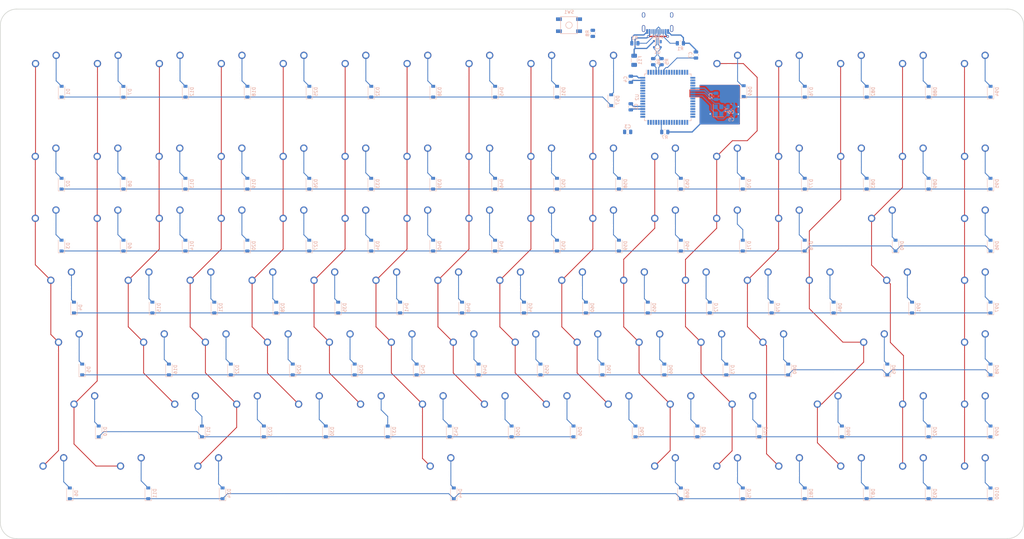
<source format=kicad_pcb>
(kicad_pcb (version 20171130) (host pcbnew "(5.1.9)-1")
  (layers (0 F.Cu signal) (31 B.Cu signal) (34 B.Paste user) (35 F.Paste user) (36 B.SilkS user) (37 F.SilkS user) (38 B.Mask user) (39 F.Mask user) (44 Edge.Cuts user))
  (net 0 "")
  (net 1 "Net-(ADwn1-Pad2)")
  (net 2 COL14)
  (net 3 "Net-(Aleft1-Pad2)")
  (net 4 COL13)
  (net 5 "Net-(Arght1-Pad2)")
  (net 6 COL15)
  (net 7 "Net-(Aup1-Pad2)")
  (net 8 "Net-(BSpace1-Pad2)")
  (net 9 GND)
  (net 10 +5V)
  (net 11 "Net-(C5-Pad1)")
  (net 12 "Net-(C6-Pad1)")
  (net 13 "Net-(C7-Pad2)")
  (net 14 "Net-(Col1-Pad2)")
  (net 15 COL11)
  (net 16 "Net-(CpLck1-Pad2)")
  (net 17 COL0)
  (net 18 "Net-(D1-Pad2)")
  (net 19 ROW0)
  (net 20 "Net-(D2-Pad2)")
  (net 21 ROW1)
  (net 22 "Net-(D3-Pad2)")
  (net 23 ROW2)
  (net 24 "Net-(D4-Pad2)")
  (net 25 COL3)
  (net 26 ROW4)
  (net 27 "Net-(D6-Pad2)")
  (net 28 ROW6)
  (net 29 "Net-(D7-Pad2)")
  (net 30 "Net-(D8-Pad2)")
  (net 31 "Net-(D9-Pad2)")
  (net 32 "Net-(D10-Pad2)")
  (net 33 ROW5)
  (net 34 "Net-(D11-Pad2)")
  (net 35 "Net-(D12-Pad2)")
  (net 36 "Net-(D13-Pad2)")
  (net 37 "Net-(D14-Pad2)")
  (net 38 "Net-(D15-Pad2)")
  (net 39 "Net-(D16-Pad2)")
  (net 40 "Net-(D17-Pad2)")
  (net 41 "Net-(D18-Pad2)")
  (net 42 "Net-(D19-Pad2)")
  (net 43 "Net-(D20-Pad2)")
  (net 44 "Net-(D21-Pad2)")
  (net 45 "Net-(D22-Pad2)")
  (net 46 "Net-(D23-Pad2)")
  (net 47 "Net-(D24-Pad2)")
  (net 48 "Net-(D25-Pad2)")
  (net 49 "Net-(D26-Pad2)")
  (net 50 "Net-(D27-Pad2)")
  (net 51 "Net-(D28-Pad2)")
  (net 52 "Net-(D29-Pad2)")
  (net 53 "Net-(D30-Pad2)")
  (net 54 "Net-(D32-Pad2)")
  (net 55 "Net-(D33-Pad2)")
  (net 56 "Net-(D34-Pad2)")
  (net 57 "Net-(D35-Pad2)")
  (net 58 "Net-(D36-Pad2)")
  (net 59 "Net-(D37-Pad2)")
  (net 60 "Net-(D38-Pad2)")
  (net 61 "Net-(D39-Pad2)")
  (net 62 "Net-(D40-Pad2)")
  (net 63 "Net-(D41-Pad2)")
  (net 64 "Net-(D42-Pad2)")
  (net 65 "Net-(D43-Pad2)")
  (net 66 "Net-(D44-Pad2)")
  (net 67 "Net-(D45-Pad2)")
  (net 68 "Net-(D46-Pad2)")
  (net 69 "Net-(D47-Pad2)")
  (net 70 "Net-(D48-Pad2)")
  (net 71 "Net-(D49-Pad2)")
  (net 72 "Net-(D50-Pad2)")
  (net 73 "Net-(D51-Pad2)")
  (net 74 "Net-(D52-Pad2)")
  (net 75 "Net-(D53-Pad2)")
  (net 76 "Net-(D54-Pad2)")
  (net 77 "Net-(D55-Pad2)")
  (net 78 "Net-(D56-Pad2)")
  (net 79 "Net-(D57-Pad2)")
  (net 80 "Net-(D58-Pad2)")
  (net 81 "Net-(D59-Pad2)")
  (net 82 "Net-(D60-Pad2)")
  (net 83 "Net-(D61-Pad2)")
  (net 84 "Net-(D62-Pad2)")
  (net 85 "Net-(D63-Pad2)")
  (net 86 "Net-(D64-Pad2)")
  (net 87 "Net-(D65-Pad2)")
  (net 88 "Net-(D66-Pad2)")
  (net 89 "Net-(D67-Pad2)")
  (net 90 "Net-(D68-Pad2)")
  (net 91 "Net-(D69-Pad2)")
  (net 92 "Net-(D70-Pad2)")
  (net 93 "Net-(D71-Pad2)")
  (net 94 "Net-(D72-Pad2)")
  (net 95 "Net-(D74-Pad2)")
  (net 96 "Net-(D75-Pad2)")
  (net 97 "Net-(D76-Pad2)")
  (net 98 "Net-(D77-Pad2)")
  (net 99 "Net-(D78-Pad2)")
  (net 100 "Net-(D79-Pad2)")
  (net 101 "Net-(D80-Pad2)")
  (net 102 "Net-(D81-Pad2)")
  (net 103 "Net-(D82-Pad2)")
  (net 104 "Net-(D83-Pad2)")
  (net 105 "Net-(D84-Pad2)")
  (net 106 "Net-(D85-Pad2)")
  (net 107 "Net-(D86-Pad2)")
  (net 108 "Net-(D88-Pad2)")
  (net 109 "Net-(D89-Pad2)")
  (net 110 "Net-(D91-Pad2)")
  (net 111 "Net-(D94-Pad2)")
  (net 112 "Net-(D95-Pad2)")
  (net 113 "Net-(D96-Pad2)")
  (net 114 "Net-(D97-Pad2)")
  (net 115 "Net-(D98-Pad2)")
  (net 116 "Net-(D99-Pad2)")
  (net 117 COL1)
  (net 118 COL2)
  (net 119 COL4)
  (net 120 COL5)
  (net 121 COL6)
  (net 122 COL7)
  (net 123 COL8)
  (net 124 COL9)
  (net 125 COL10)
  (net 126 VCC)
  (net 127 COL12)
  (net 128 "Net-(R1-Pad1)")
  (net 129 D-)
  (net 130 "Net-(R3-Pad1)")
  (net 131 D+)
  (net 132 "Net-(R7-Pad1)")
  (net 133 "Net-(R8-Pad2)")
  (net 134 "Net-(U2-Pad62)")
  (net 135 "Net-(U2-Pad48)")
  (net 136 "Net-(U2-Pad47)")
  (net 137 "Net-(U2-Pad46)")
  (net 138 "Net-(U2-Pad45)")
  (net 139 "Net-(U2-Pad44)")
  (net 140 "Net-(U2-Pad42)")
  (net 141 "Net-(U2-Pad41)")
  (net 142 "Net-(U2-Pad32)")
  (net 143 "Net-(U2-Pad31)")
  (net 144 "Net-(U2-Pad30)")
  (net 145 "Net-(U2-Pad29)")
  (net 146 "Net-(U2-Pad28)")
  (net 147 "Net-(U2-Pad27)")
  (net 148 "Net-(U2-Pad16)")
  (net 149 "Net-(U2-Pad15)")
  (net 150 "Net-(U2-Pad14)")
  (net 151 "Net-(U2-Pad13)")
  (net 152 "Net-(U2-Pad12)")
  (net 153 "Net-(U2-Pad11)")
  (net 154 "Net-(U2-Pad10)")
  (net 155 "Net-(U2-Pad9)")
  (net 156 "Net-(U2-Pad2)")
  (net 157 "Net-(U2-Pad1)")
  (net 158 "Net-(USB1-Pad3)")
  (net 159 "Net-(USB1-Pad9)")
  (net 160 DN)
  (net 161 DP)
  (module Resistor_SMD:R_0805_2012Metric (layer B.Cu) (at 261.2517 97.70896 90)
    (fp_text reference R6 (at 0 1.65 90) (layer B.SilkS) (effects (justify mirror)))
    (fp_text value 22)
    (pad 1 smd roundrect (at -0.9375 0 90) (size 0.975 1.4) (layers B.Cu B.Paste B.Mask) (net 160 DN))
    (pad 2 smd roundrect (at 0.9375 0 90) (size 0.975 1.4) (layers B.Cu B.Paste B.Mask) (net 129 D-))
  )
  (module Resistor_SMD:R_0805_2012Metric (layer B.Cu) (at 263.77138 97.70896 90)
    (fp_text reference R5 (at 0 1.65 90) (layer B.SilkS) (effects (justify mirror)))
    (fp_text value 22)
    (pad 1 smd roundrect (at -0.9375 0 90) (size 0.975 1.4) (layers B.Cu B.Paste B.Mask) (net 161 DP))
    (pad 2 smd roundrect (at 0.9375 0 90) (size 0.975 1.4) (layers B.Cu B.Paste B.Mask) (net 131 D+))
  )
  (module MX_Only:MXOnly-1U-NoLED (layer F.Cu) (at 336.869 167.4928)
    (fp_text reference Pipe1)
    (fp_text value MX-NoLED)
    (pad "" np_thru_hole circle (at 5.08 0 48.0996) (size 1.75 1.75) (drill 1.75) (layers *.Cu *.Mask))
    (pad "" np_thru_hole circle (at -5.08 0 48.0996) (size 1.75 1.75) (drill 1.75) (layers *.Cu *.Mask))
    (pad 1 thru_hole circle (at -3.81 -2.54) (size 2.25 2.25) (drill 1.47) (layers *.Cu B.Mask) (net 2 COL14))
    (pad "" np_thru_hole circle (at 0 0) (size 3.9878 3.9878) (drill 3.9878) (layers *.Cu *.Mask))
    (pad 2 thru_hole circle (at 2.54 -5.08) (size 2.25 2.25) (drill 1.47) (layers *.Cu B.Mask) (net 110 "Net-(D91-Pad2)"))
  )
  (module MX_Only:MXOnly-1U-NoLED (layer F.Cu) (at 360.7958 100.842)
    (fp_text reference MXSp14)
    (fp_text value MX-NoLED)
    (pad "" np_thru_hole circle (at 5.08 0 48.0996) (size 1.75 1.75) (drill 1.75) (layers *.Cu *.Mask))
    (pad "" np_thru_hole circle (at -5.08 0 48.0996) (size 1.75 1.75) (drill 1.75) (layers *.Cu *.Mask))
    (pad 1 thru_hole circle (at -3.81 -2.54) (size 2.25 2.25) (drill 1.47) (layers *.Cu B.Mask) (net 6 COL15))
    (pad "" np_thru_hole circle (at 0 0) (size 3.9878 3.9878) (drill 3.9878) (layers *.Cu *.Mask))
    (pad 2 thru_hole circle (at 2.54 -5.08) (size 2.25 2.25) (drill 1.47) (layers *.Cu B.Mask) (net 111 "Net-(D94-Pad2)"))
  )
  (module Crystal:Crystal_SMD_3225-4Pin_3.2x2.5mm (layer B.Cu) (at 281.32878 112.7027 90)
    (fp_text reference Y1 (at 0 2.45 90) (layer B.SilkS) (effects (justify mirror)))
    (fp_text value 16MHz)
    (pad 4 smd rect (at -1.1 0.85 90) (size 1.4 1.2) (layers B.Cu B.Paste B.Mask) (net 9 GND))
    (pad 3 smd rect (at 1.1 0.85 90) (size 1.4 1.2) (layers B.Cu B.Paste B.Mask) (net 12 "Net-(C6-Pad1)"))
    (pad 2 smd rect (at 1.1 -0.85 90) (size 1.4 1.2) (layers B.Cu B.Paste B.Mask) (net 9 GND))
    (pad 1 smd rect (at -1.1 -0.85 90) (size 1.4 1.2) (layers B.Cu B.Paste B.Mask) (net 11 "Net-(C5-Pad1)"))
  )
  (module Type-C:HRO-TYPE-C-31-M-12-Assembly (layer B.Cu) (at 262.57992 80.73916)
    (fp_text reference USB1 (at 0 9.25) (layer B.SilkS) (effects (justify mirror)))
    (fp_text value HRO-TYPE-C-31-M-12)
    (pad 13 thru_hole oval (at 4.32 2.6) (size 1 1.6) (drill oval 0.6 1.2) (layers *.Cu *.Mask) (net 9 GND))
    (pad 13 thru_hole oval (at -4.32 2.6) (size 1 1.6) (drill oval 0.6 1.2) (layers *.Cu *.Mask) (net 9 GND))
    (pad 13 thru_hole oval (at 4.32 6.78) (size 1 2.1) (drill oval 0.6 1.7) (layers *.Cu *.Mask) (net 9 GND))
    (pad 13 thru_hole oval (at -4.32 6.78) (size 1 2.1) (drill oval 0.6 1.7) (layers *.Cu *.Mask) (net 9 GND))
    (pad "" np_thru_hole circle (at -2.89 6.25) (size 0.65 0.65) (drill 0.65) (layers *.Cu *.Mask))
    (pad "" np_thru_hole circle (at 2.89 6.25) (size 0.65 0.65) (drill 0.65) (layers *.Cu *.Mask))
    (pad 6 smd rect (at -0.25 7.695) (size 0.3 1.45) (layers B.Cu B.Paste B.Mask) (net 131 D+))
    (pad 7 smd rect (at 0.25 7.695) (size 0.3 1.45) (layers B.Cu B.Paste B.Mask) (net 129 D-))
    (pad 8 smd rect (at 0.75 7.695) (size 0.3 1.45) (layers B.Cu B.Paste B.Mask) (net 131 D+))
    (pad 5 smd rect (at -0.75 7.695) (size 0.3 1.45) (layers B.Cu B.Paste B.Mask) (net 129 D-))
    (pad 9 smd rect (at 1.25 7.695) (size 0.3 1.45) (layers B.Cu B.Paste B.Mask) (net 159 "Net-(USB1-Pad9)"))
    (pad 4 smd rect (at -1.25 7.695) (size 0.3 1.45) (layers B.Cu B.Paste B.Mask) (net 130 "Net-(R3-Pad1)"))
    (pad 10 smd rect (at 1.75 7.695) (size 0.3 1.45) (layers B.Cu B.Paste B.Mask) (net 128 "Net-(R1-Pad1)"))
    (pad 3 smd rect (at -1.75 7.695) (size 0.3 1.45) (layers B.Cu B.Paste B.Mask) (net 158 "Net-(USB1-Pad3)"))
    (pad 2 smd rect (at -2.45 7.695) (size 0.6 1.45) (layers B.Cu B.Paste B.Mask) (net 126 VCC))
    (pad 11 smd rect (at 2.45 7.695) (size 0.6 1.45) (layers B.Cu B.Paste B.Mask) (net 126 VCC))
    (pad 1 smd rect (at -3.225 7.695) (size 0.6 1.45) (layers B.Cu B.Paste B.Mask) (net 9 GND))
    (pad 12 smd rect (at 3.225 7.695) (size 0.6 1.45) (layers B.Cu B.Paste B.Mask) (net 9 GND))
  )
  (module Package_QFP:TQFP-64_14x14mm_P0.8mm (layer B.Cu) (at 265.725 108.675 270)
    (fp_text reference U2 (at 0 9.45 90) (layer B.SilkS) (effects (justify mirror)))
    (fp_text value AT90USB1286-AU)
    (pad 1 smd rect (at -7.7 6 270) (size 1.5 0.55) (layers B.Cu B.Paste B.Mask) (net 157 "Net-(U2-Pad1)"))
    (pad 2 smd rect (at -7.7 5.2 270) (size 1.5 0.55) (layers B.Cu B.Paste B.Mask) (net 156 "Net-(U2-Pad2)"))
    (pad 3 smd rect (at -7.7 4.4 270) (size 1.5 0.55) (layers B.Cu B.Paste B.Mask) (net 10 +5V))
    (pad 4 smd rect (at -7.7 3.6 270) (size 1.5 0.55) (layers B.Cu B.Paste B.Mask) (net 160 DN))
    (pad 5 smd rect (at -7.7 2.8 270) (size 1.5 0.55) (layers B.Cu B.Paste B.Mask) (net 161 DP))
    (pad 6 smd rect (at -7.7 2 270) (size 1.5 0.55) (layers B.Cu B.Paste B.Mask) (net 9 GND))
    (pad 7 smd rect (at -7.7 1.2 270) (size 1.5 0.55) (layers B.Cu B.Paste B.Mask) (net 13 "Net-(C7-Pad2)"))
    (pad 8 smd rect (at -7.7 0.4 270) (size 1.5 0.55) (layers B.Cu B.Paste B.Mask) (net 10 +5V))
    (pad 9 smd rect (at -7.7 -0.4 270) (size 1.5 0.55) (layers B.Cu B.Paste B.Mask) (net 155 "Net-(U2-Pad9)"))
    (pad 10 smd rect (at -7.7 -1.2 270) (size 1.5 0.55) (layers B.Cu B.Paste B.Mask) (net 154 "Net-(U2-Pad10)"))
    (pad 11 smd rect (at -7.7 -2 270) (size 1.5 0.55) (layers B.Cu B.Paste B.Mask) (net 153 "Net-(U2-Pad11)"))
    (pad 12 smd rect (at -7.7 -2.8 270) (size 1.5 0.55) (layers B.Cu B.Paste B.Mask) (net 152 "Net-(U2-Pad12)"))
    (pad 13 smd rect (at -7.7 -3.6 270) (size 1.5 0.55) (layers B.Cu B.Paste B.Mask) (net 151 "Net-(U2-Pad13)"))
    (pad 14 smd rect (at -7.7 -4.4 270) (size 1.5 0.55) (layers B.Cu B.Paste B.Mask) (net 150 "Net-(U2-Pad14)"))
    (pad 15 smd rect (at -7.7 -5.2 270) (size 1.5 0.55) (layers B.Cu B.Paste B.Mask) (net 149 "Net-(U2-Pad15)"))
    (pad 16 smd rect (at -7.7 -6 270) (size 1.5 0.55) (layers B.Cu B.Paste B.Mask) (net 148 "Net-(U2-Pad16)"))
    (pad 17 smd rect (at -6 -7.7 180) (size 1.5 0.55) (layers B.Cu B.Paste B.Mask) (net 15 COL11))
    (pad 18 smd rect (at -5.2 -7.7 180) (size 1.5 0.55) (layers B.Cu B.Paste B.Mask) (net 127 COL12))
    (pad 19 smd rect (at -4.4 -7.7 180) (size 1.5 0.55) (layers B.Cu B.Paste B.Mask) (net 4 COL13))
    (pad 20 smd rect (at -3.6 -7.7 180) (size 1.5 0.55) (layers B.Cu B.Paste B.Mask) (net 133 "Net-(R8-Pad2)"))
    (pad 21 smd rect (at -2.8 -7.7 180) (size 1.5 0.55) (layers B.Cu B.Paste B.Mask) (net 10 +5V))
    (pad 22 smd rect (at -2 -7.7 180) (size 1.5 0.55) (layers B.Cu B.Paste B.Mask) (net 9 GND))
    (pad 23 smd rect (at -1.2 -7.7 180) (size 1.5 0.55) (layers B.Cu B.Paste B.Mask) (net 12 "Net-(C6-Pad1)"))
    (pad 24 smd rect (at -0.4 -7.7 180) (size 1.5 0.55) (layers B.Cu B.Paste B.Mask) (net 11 "Net-(C5-Pad1)"))
    (pad 25 smd rect (at 0.4 -7.7 180) (size 1.5 0.55) (layers B.Cu B.Paste B.Mask) (net 2 COL14))
    (pad 26 smd rect (at 1.2 -7.7 180) (size 1.5 0.55) (layers B.Cu B.Paste B.Mask) (net 6 COL15))
    (pad 27 smd rect (at 2 -7.7 180) (size 1.5 0.55) (layers B.Cu B.Paste B.Mask) (net 147 "Net-(U2-Pad27)"))
    (pad 28 smd rect (at 2.8 -7.7 180) (size 1.5 0.55) (layers B.Cu B.Paste B.Mask) (net 146 "Net-(U2-Pad28)"))
    (pad 29 smd rect (at 3.6 -7.7 180) (size 1.5 0.55) (layers B.Cu B.Paste B.Mask) (net 145 "Net-(U2-Pad29)"))
    (pad 30 smd rect (at 4.4 -7.7 180) (size 1.5 0.55) (layers B.Cu B.Paste B.Mask) (net 144 "Net-(U2-Pad30)"))
    (pad 31 smd rect (at 5.2 -7.7 180) (size 1.5 0.55) (layers B.Cu B.Paste B.Mask) (net 143 "Net-(U2-Pad31)"))
    (pad 32 smd rect (at 6 -7.7 180) (size 1.5 0.55) (layers B.Cu B.Paste B.Mask) (net 142 "Net-(U2-Pad32)"))
    (pad 33 smd rect (at 7.7 -6 270) (size 1.5 0.55) (layers B.Cu B.Paste B.Mask) (net 125 COL10))
    (pad 34 smd rect (at 7.7 -5.2 270) (size 1.5 0.55) (layers B.Cu B.Paste B.Mask) (net 19 ROW0))
    (pad 35 smd rect (at 7.7 -4.4 270) (size 1.5 0.55) (layers B.Cu B.Paste B.Mask) (net 21 ROW1))
    (pad 36 smd rect (at 7.7 -3.6 270) (size 1.5 0.55) (layers B.Cu B.Paste B.Mask) (net 23 ROW2))
    (pad 37 smd rect (at 7.7 -2.8 270) (size 1.5 0.55) (layers B.Cu B.Paste B.Mask) (net 25 COL3))
    (pad 38 smd rect (at 7.7 -2 270) (size 1.5 0.55) (layers B.Cu B.Paste B.Mask) (net 26 ROW4))
    (pad 39 smd rect (at 7.7 -1.2 270) (size 1.5 0.55) (layers B.Cu B.Paste B.Mask) (net 33 ROW5))
    (pad 40 smd rect (at 7.7 -0.4 270) (size 1.5 0.55) (layers B.Cu B.Paste B.Mask) (net 28 ROW6))
    (pad 41 smd rect (at 7.7 0.4 270) (size 1.5 0.55) (layers B.Cu B.Paste B.Mask) (net 141 "Net-(U2-Pad41)"))
    (pad 42 smd rect (at 7.7 1.2 270) (size 1.5 0.55) (layers B.Cu B.Paste B.Mask) (net 140 "Net-(U2-Pad42)"))
    (pad 43 smd rect (at 7.7 2 270) (size 1.5 0.55) (layers B.Cu B.Paste B.Mask) (net 132 "Net-(R7-Pad1)"))
    (pad 44 smd rect (at 7.7 2.8 270) (size 1.5 0.55) (layers B.Cu B.Paste B.Mask) (net 139 "Net-(U2-Pad44)"))
    (pad 45 smd rect (at 7.7 3.6 270) (size 1.5 0.55) (layers B.Cu B.Paste B.Mask) (net 138 "Net-(U2-Pad45)"))
    (pad 46 smd rect (at 7.7 4.4 270) (size 1.5 0.55) (layers B.Cu B.Paste B.Mask) (net 137 "Net-(U2-Pad46)"))
    (pad 47 smd rect (at 7.7 5.2 270) (size 1.5 0.55) (layers B.Cu B.Paste B.Mask) (net 136 "Net-(U2-Pad47)"))
    (pad 48 smd rect (at 7.7 6 270) (size 1.5 0.55) (layers B.Cu B.Paste B.Mask) (net 135 "Net-(U2-Pad48)"))
    (pad 49 smd rect (at 6 7.7 180) (size 1.5 0.55) (layers B.Cu B.Paste B.Mask) (net 124 COL9))
    (pad 50 smd rect (at 5.2 7.7 180) (size 1.5 0.55) (layers B.Cu B.Paste B.Mask) (net 123 COL8))
    (pad 51 smd rect (at 4.4 7.7 180) (size 1.5 0.55) (layers B.Cu B.Paste B.Mask) (net 122 COL7))
    (pad 52 smd rect (at 3.6 7.7 180) (size 1.5 0.55) (layers B.Cu B.Paste B.Mask) (net 10 +5V))
    (pad 53 smd rect (at 2.8 7.7 180) (size 1.5 0.55) (layers B.Cu B.Paste B.Mask) (net 9 GND))
    (pad 54 smd rect (at 2 7.7 180) (size 1.5 0.55) (layers B.Cu B.Paste B.Mask) (net 121 COL6))
    (pad 55 smd rect (at 1.2 7.7 180) (size 1.5 0.55) (layers B.Cu B.Paste B.Mask) (net 120 COL5))
    (pad 56 smd rect (at 0.4 7.7 180) (size 1.5 0.55) (layers B.Cu B.Paste B.Mask) (net 120 COL5))
    (pad 57 smd rect (at -0.4 7.7 180) (size 1.5 0.55) (layers B.Cu B.Paste B.Mask) (net 119 COL4))
    (pad 58 smd rect (at -1.2 7.7 180) (size 1.5 0.55) (layers B.Cu B.Paste B.Mask) (net 25 COL3))
    (pad 59 smd rect (at -2 7.7 180) (size 1.5 0.55) (layers B.Cu B.Paste B.Mask) (net 118 COL2))
    (pad 60 smd rect (at -2.8 7.7 180) (size 1.5 0.55) (layers B.Cu B.Paste B.Mask) (net 117 COL1))
    (pad 61 smd rect (at -3.6 7.7 180) (size 1.5 0.55) (layers B.Cu B.Paste B.Mask) (net 17 COL0))
    (pad 62 smd rect (at -4.4 7.7 180) (size 1.5 0.55) (layers B.Cu B.Paste B.Mask) (net 134 "Net-(U2-Pad62)"))
    (pad 63 smd rect (at -5.2 7.7 180) (size 1.5 0.55) (layers B.Cu B.Paste B.Mask) (net 9 GND))
    (pad 64 smd rect (at -6 7.7 180) (size 1.5 0.55) (layers B.Cu B.Paste B.Mask) (net 10 +5V))
  )
  (module random-keyboard-parts:SOT143B (layer B.Cu) (at 262.51154 92.29852 180)
    (fp_text reference U1 (at 0 -2.45) (layer B.SilkS) (effects (justify mirror)))
    (fp_text value PRTR5V0U2X)
    (pad 3 smd rect (at 1 -0.95 270) (size 0.6 0.7) (layers B.Cu B.Paste B.Mask) (net 129 D-))
    (pad 2 smd rect (at -1 -0.95 270) (size 0.6 0.7) (layers B.Cu B.Paste B.Mask) (net 131 D+))
    (pad 4 smd rect (at 1 0.95 270) (size 0.6 0.7) (layers B.Cu B.Paste B.Mask) (net 126 VCC))
    (pad 1 smd rect (at -1 0.75 270) (size 1 0.7) (layers B.Cu B.Paste B.Mask) (net 9 GND))
  )
  (module MX_Only:MXOnly-1U-NoLED (layer F.Cu) (at 74.9823 148.4301)
    (fp_text reference Tilde1)
    (fp_text value MX-NoLED)
    (pad "" np_thru_hole circle (at 5.08 0 48.0996) (size 1.75 1.75) (drill 1.75) (layers *.Cu *.Mask))
    (pad "" np_thru_hole circle (at -5.08 0 48.0996) (size 1.75 1.75) (drill 1.75) (layers *.Cu *.Mask))
    (pad 1 thru_hole circle (at -3.81 -2.54) (size 2.25 2.25) (drill 1.47) (layers *.Cu B.Mask) (net 17 COL0))
    (pad "" np_thru_hole circle (at 0 0) (size 3.9878 3.9878) (drill 3.9878) (layers *.Cu *.Mask))
    (pad 2 thru_hole circle (at 2.54 -5.08) (size 2.25 2.25) (drill 1.47) (layers *.Cu B.Mask) (net 22 "Net-(D3-Pad2)"))
  )
  (module MX_Only:MXOnly-1.5U-NoLED (layer F.Cu) (at 79.7448 167.4928)
    (fp_text reference Tab1)
    (fp_text value MX-NoLED)
    (pad "" np_thru_hole circle (at 5.08 0 48.0996) (size 1.75 1.75) (drill 1.75) (layers *.Cu *.Mask))
    (pad "" np_thru_hole circle (at -5.08 0 48.0996) (size 1.75 1.75) (drill 1.75) (layers *.Cu *.Mask))
    (pad 1 thru_hole circle (at -3.81 -2.54) (size 2.25 2.25) (drill 1.47) (layers *.Cu B.Mask) (net 17 COL0))
    (pad "" np_thru_hole circle (at 0 0) (size 3.9878 3.9878) (drill 3.9878) (layers *.Cu *.Mask))
    (pad 2 thru_hole circle (at 2.54 -5.08) (size 2.25 2.25) (drill 1.47) (layers *.Cu B.Mask) (net 24 "Net-(D4-Pad2)"))
  )
  (module random-keyboard-parts:SKQG-1155865 (layer B.Cu) (at 235.33608 86.48446)
    (fp_text reference SW1 (at 0 -4.064) (layer B.SilkS) (effects (justify mirror)))
    (fp_text value SW_Push)
    (pad 1 smd rect (at 3.1 -1.85) (size 1.8 1.1) (layers B.Cu B.Paste B.Mask) (net 9 GND))
    (pad 2 smd rect (at -3.1 1.85) (size 1.8 1.1) (layers B.Cu B.Paste B.Mask) (net 133 "Net-(R8-Pad2)"))
    (pad 3 smd rect (at 3.1 1.85) (size 1.8 1.1) (layers B.Cu B.Paste B.Mask))
    (pad 4 smd rect (at -3.1 -1.85) (size 1.8 1.1) (layers B.Cu B.Paste B.Mask))
  )
  (module MX_Only:MXOnly-6.25U-NoLED (layer F.Cu) (at 196.445327 224.652407)
    (fp_text reference Space1)
    (fp_text value MX-NoLED)
    (pad "" np_thru_hole circle (at 49.9999 8.255) (size 3.9878 3.9878) (drill 3.9878) (layers *.Cu *.Mask))
    (pad "" np_thru_hole circle (at -49.9999 8.255) (size 3.9878 3.9878) (drill 3.9878) (layers *.Cu *.Mask))
    (pad "" np_thru_hole circle (at 49.9999 -6.985) (size 3.048 3.048) (drill 3.048) (layers *.Cu *.Mask))
    (pad "" np_thru_hole circle (at -49.9999 -6.985) (size 3.048 3.048) (drill 3.048) (layers *.Cu *.Mask))
    (pad "" np_thru_hole circle (at 5.08 0 48.0996) (size 1.75 1.75) (drill 1.75) (layers *.Cu *.Mask))
    (pad "" np_thru_hole circle (at -5.08 0 48.0996) (size 1.75 1.75) (drill 1.75) (layers *.Cu *.Mask))
    (pad 1 thru_hole circle (at -3.81 -2.54) (size 2.25 2.25) (drill 1.47) (layers *.Cu B.Mask) (net 121 COL6))
    (pad "" np_thru_hole circle (at 0 0) (size 3.9878 3.9878) (drill 3.9878) (layers *.Cu *.Mask))
    (pad 2 thru_hole circle (at 2.54 -5.08) (size 2.25 2.25) (drill 1.47) (layers *.Cu B.Mask) (net 66 "Net-(D44-Pad2)"))
  )
  (module MX_Only:MXOnly-1.75U-NoLED (layer F.Cu) (at 315.5457 205.5928)
    (fp_text reference Rshft1)
    (fp_text value MX-NoLED)
    (pad "" np_thru_hole circle (at 5.08 0 48.0996) (size 1.75 1.75) (drill 1.75) (layers *.Cu *.Mask))
    (pad "" np_thru_hole circle (at -5.08 0 48.0996) (size 1.75 1.75) (drill 1.75) (layers *.Cu *.Mask))
    (pad 1 thru_hole circle (at -3.81 -2.54) (size 2.25 2.25) (drill 1.47) (layers *.Cu B.Mask) (net 4 COL13))
    (pad "" np_thru_hole circle (at 0 0) (size 3.9878 3.9878) (drill 3.9878) (layers *.Cu *.Mask))
    (pad 2 thru_hole circle (at 2.54 -5.08) (size 2.25 2.25) (drill 1.47) (layers *.Cu B.Mask) (net 107 "Net-(D86-Pad2)"))
  )
  (module MX_Only:MXOnly-1U-NoLED (layer F.Cu) (at 303.6712 224.6428)
    (fp_text reference Rctrl1)
    (fp_text value MX-NoLED)
    (pad "" np_thru_hole circle (at 5.08 0 48.0996) (size 1.75 1.75) (drill 1.75) (layers *.Cu *.Mask))
    (pad "" np_thru_hole circle (at -5.08 0 48.0996) (size 1.75 1.75) (drill 1.75) (layers *.Cu *.Mask))
    (pad 1 thru_hole circle (at -3.81 -2.54) (size 2.25 2.25) (drill 1.47) (layers *.Cu B.Mask) (net 127 COL12))
    (pad "" np_thru_hole circle (at 0 0) (size 3.9878 3.9878) (drill 3.9878) (layers *.Cu *.Mask))
    (pad 2 thru_hole circle (at 2.54 -5.08) (size 2.25 2.25) (drill 1.47) (layers *.Cu B.Mask) (net 102 "Net-(D81-Pad2)"))
  )
  (module MX_Only:MXOnly-1U-NoLED (layer F.Cu) (at 313.0692 167.4928)
    (fp_text reference Rbr1)
    (fp_text value MX-NoLED)
    (pad "" np_thru_hole circle (at 5.08 0 48.0996) (size 1.75 1.75) (drill 1.75) (layers *.Cu *.Mask))
    (pad "" np_thru_hole circle (at -5.08 0 48.0996) (size 1.75 1.75) (drill 1.75) (layers *.Cu *.Mask))
    (pad 1 thru_hole circle (at -3.81 -2.54) (size 2.25 2.25) (drill 1.47) (layers *.Cu B.Mask) (net 4 COL13))
    (pad "" np_thru_hole circle (at 0 0) (size 3.9878 3.9878) (drill 3.9878) (layers *.Cu *.Mask))
    (pad 2 thru_hole circle (at 2.54 -5.08) (size 2.25 2.25) (drill 1.47) (layers *.Cu B.Mask) (net 105 "Net-(D84-Pad2)"))
  )
  (module MX_Only:MXOnly-1U-NoLED (layer F.Cu) (at 265.50006 224.6428)
    (fp_text reference Ralt1)
    (fp_text value MX-NoLED)
    (pad "" np_thru_hole circle (at 5.08 0 48.0996) (size 1.75 1.75) (drill 1.75) (layers *.Cu *.Mask))
    (pad "" np_thru_hole circle (at -5.08 0 48.0996) (size 1.75 1.75) (drill 1.75) (layers *.Cu *.Mask))
    (pad 1 thru_hole circle (at -3.81 -2.54) (size 2.25 2.25) (drill 1.47) (layers *.Cu B.Mask) (net 125 COL10))
    (pad "" np_thru_hole circle (at 0 0) (size 3.9878 3.9878) (drill 3.9878) (layers *.Cu *.Mask))
    (pad 2 thru_hole circle (at 2.54 -5.08) (size 2.25 2.25) (drill 1.47) (layers *.Cu B.Mask) (net 90 "Net-(D68-Pad2)"))
  )
  (module Resistor_SMD:R_0805_2012Metric (layer B.Cu) (at 242.65636 88.9993 270)
    (fp_text reference R8 (at 0 1.65 90) (layer B.SilkS) (effects (justify mirror)))
    (fp_text value 10k)
    (pad 2 smd roundrect (at 0.9375 0 270) (size 0.975 1.4) (layers B.Cu B.Paste B.Mask) (net 133 "Net-(R8-Pad2)"))
    (pad 1 smd roundrect (at -0.9375 0 270) (size 0.975 1.4) (layers B.Cu B.Paste B.Mask) (net 10 +5V))
  )
  (module Resistor_SMD:R_0805_2012Metric (layer B.Cu) (at 264.7927 119.3419)
    (fp_text reference R7 (at 0 1.65) (layer B.SilkS) (effects (justify mirror)))
    (fp_text value 10k)
    (pad 2 smd roundrect (at 0.9375 0) (size 0.975 1.4) (layers B.Cu B.Paste B.Mask) (net 9 GND))
    (pad 1 smd roundrect (at -0.9375 0) (size 0.975 1.4) (layers B.Cu B.Paste B.Mask) (net 132 "Net-(R7-Pad1)"))
  )
  (module Resistor_SMD:R_0805_2012Metric (layer B.Cu) (at 255.5898 92.0496 180)
    (fp_text reference R3 (at 0 1.65) (layer B.SilkS) (effects (justify mirror)))
    (fp_text value 5.1k)
    (pad 2 smd roundrect (at 0.9375 0 180) (size 0.975 1.4) (layers B.Cu B.Paste B.Mask) (net 9 GND))
    (pad 1 smd roundrect (at -0.9375 0 180) (size 0.975 1.4) (layers B.Cu B.Paste B.Mask) (net 130 "Net-(R3-Pad1)"))
  )
  (module Resistor_SMD:R_0805_2012Metric (layer B.Cu) (at 269.5933 92.0496)
    (fp_text reference R1 (at 0 1.65) (layer B.SilkS) (effects (justify mirror)))
    (fp_text value 5.1k)
    (pad 2 smd roundrect (at 0.9375 0) (size 0.975 1.4) (layers B.Cu B.Paste B.Mask) (net 9 GND))
    (pad 1 smd roundrect (at -0.9375 0) (size 0.975 1.4) (layers B.Cu B.Paste B.Mask) (net 128 "Net-(R1-Pad1)"))
  )
  (module MX_Only:MXOnly-1U-NoLED (layer F.Cu) (at 298.7944 186.5428)
    (fp_text reference Qt1)
    (fp_text value MX-NoLED)
    (pad "" np_thru_hole circle (at 5.08 0 48.0996) (size 1.75 1.75) (drill 1.75) (layers *.Cu *.Mask))
    (pad "" np_thru_hole circle (at -5.08 0 48.0996) (size 1.75 1.75) (drill 1.75) (layers *.Cu *.Mask))
    (pad 1 thru_hole circle (at -3.81 -2.54) (size 2.25 2.25) (drill 1.47) (layers *.Cu B.Mask) (net 127 COL12))
    (pad "" np_thru_hole circle (at 0 0) (size 3.9878 3.9878) (drill 3.9878) (layers *.Cu *.Mask))
    (pad 2 thru_hole circle (at 2.54 -5.08) (size 2.25 2.25) (drill 1.47) (layers *.Cu B.Mask) (net 101 "Net-(D80-Pad2)"))
  )
  (module MX_Only:MXOnly-1U-NoLED (layer F.Cu) (at 289.3202 205.5928)
    (fp_text reference Qstn1)
    (fp_text value MX-NoLED)
    (pad "" np_thru_hole circle (at 5.08 0 48.0996) (size 1.75 1.75) (drill 1.75) (layers *.Cu *.Mask))
    (pad "" np_thru_hole circle (at -5.08 0 48.0996) (size 1.75 1.75) (drill 1.75) (layers *.Cu *.Mask))
    (pad 1 thru_hole circle (at -3.81 -2.54) (size 2.25 2.25) (drill 1.47) (layers *.Cu B.Mask) (net 15 COL11))
    (pad "" np_thru_hole circle (at 0 0) (size 3.9878 3.9878) (drill 3.9878) (layers *.Cu *.Mask))
    (pad 2 thru_hole circle (at 2.54 -5.08) (size 2.25 2.25) (drill 1.47) (layers *.Cu B.Mask) (net 95 "Net-(D74-Pad2)"))
  )
  (module MX_Only:MXOnly-1U-NoLED (layer F.Cu) (at 322.7212 129.3928)
    (fp_text reference PrtSc1)
    (fp_text value MX-NoLED)
    (pad "" np_thru_hole circle (at 5.08 0 48.0996) (size 1.75 1.75) (drill 1.75) (layers *.Cu *.Mask))
    (pad "" np_thru_hole circle (at -5.08 0 48.0996) (size 1.75 1.75) (drill 1.75) (layers *.Cu *.Mask))
    (pad 1 thru_hole circle (at -3.81 -2.54) (size 2.25 2.25) (drill 1.47) (layers *.Cu B.Mask) (net 4 COL13))
    (pad "" np_thru_hole circle (at 0 0) (size 3.9878 3.9878) (drill 3.9878) (layers *.Cu *.Mask))
    (pad 2 thru_hole circle (at 2.54 -5.08) (size 2.25 2.25) (drill 1.47) (layers *.Cu B.Mask) (net 104 "Net-(D83-Pad2)"))
  )
  (module MX_Only:MXOnly-1U-NoLED (layer F.Cu) (at 303.6204 148.4428)
    (fp_text reference Plus1)
    (fp_text value MX-NoLED)
    (pad "" np_thru_hole circle (at 5.08 0 48.0996) (size 1.75 1.75) (drill 1.75) (layers *.Cu *.Mask))
    (pad "" np_thru_hole circle (at -5.08 0 48.0996) (size 1.75 1.75) (drill 1.75) (layers *.Cu *.Mask))
    (pad 1 thru_hole circle (at -3.81 -2.54) (size 2.25 2.25) (drill 1.47) (layers *.Cu B.Mask) (net 127 COL12))
    (pad "" np_thru_hole circle (at 0 0) (size 3.9878 3.9878) (drill 3.9878) (layers *.Cu *.Mask))
    (pad 2 thru_hole circle (at 2.54 -5.08) (size 2.25 2.25) (drill 1.47) (layers *.Cu B.Mask) (net 99 "Net-(D78-Pad2)"))
  )
  (module MX_Only:MXOnly-1U-NoLED (layer F.Cu) (at 360.8212 167.4928)
    (fp_text reference PgUp1)
    (fp_text value MX-NoLED)
    (pad "" np_thru_hole circle (at 5.08 0 48.0996) (size 1.75 1.75) (drill 1.75) (layers *.Cu *.Mask))
    (pad "" np_thru_hole circle (at -5.08 0 48.0996) (size 1.75 1.75) (drill 1.75) (layers *.Cu *.Mask))
    (pad 1 thru_hole circle (at -3.81 -2.54) (size 2.25 2.25) (drill 1.47) (layers *.Cu B.Mask) (net 6 COL15))
    (pad "" np_thru_hole circle (at 0 0) (size 3.9878 3.9878) (drill 3.9878) (layers *.Cu *.Mask))
    (pad 2 thru_hole circle (at 2.54 -5.08) (size 2.25 2.25) (drill 1.47) (layers *.Cu B.Mask) (net 114 "Net-(D97-Pad2)"))
  )
  (module MX_Only:MXOnly-1U-NoLED (layer F.Cu) (at 360.8212 186.5428)
    (fp_text reference PgDn1)
    (fp_text value MX-NoLED)
    (pad "" np_thru_hole circle (at 5.08 0 48.0996) (size 1.75 1.75) (drill 1.75) (layers *.Cu *.Mask))
    (pad "" np_thru_hole circle (at -5.08 0 48.0996) (size 1.75 1.75) (drill 1.75) (layers *.Cu *.Mask))
    (pad 1 thru_hole circle (at -3.81 -2.54) (size 2.25 2.25) (drill 1.47) (layers *.Cu B.Mask) (net 6 COL15))
    (pad "" np_thru_hole circle (at 0 0) (size 3.9878 3.9878) (drill 3.9878) (layers *.Cu *.Mask))
    (pad 2 thru_hole circle (at 2.54 -5.08) (size 2.25 2.25) (drill 1.47) (layers *.Cu B.Mask) (net 115 "Net-(D98-Pad2)"))
  )
  (module MX_Only:MXOnly-1U-NoLED (layer F.Cu) (at 341.7204 129.3928)
    (fp_text reference Pause1)
    (fp_text value MX-NoLED)
    (pad "" np_thru_hole circle (at 5.08 0 48.0996) (size 1.75 1.75) (drill 1.75) (layers *.Cu *.Mask))
    (pad "" np_thru_hole circle (at -5.08 0 48.0996) (size 1.75 1.75) (drill 1.75) (layers *.Cu *.Mask))
    (pad 1 thru_hole circle (at -3.81 -2.54) (size 2.25 2.25) (drill 1.47) (layers *.Cu B.Mask) (net 2 COL14))
    (pad "" np_thru_hole circle (at 0 0) (size 3.9878 3.9878) (drill 3.9878) (layers *.Cu *.Mask))
    (pad 2 thru_hole circle (at 2.54 -5.08) (size 2.25 2.25) (drill 1.47) (layers *.Cu B.Mask) (net 109 "Net-(D89-Pad2)"))
  )
  (module MX_Only:MXOnly-1U-NoLED (layer F.Cu) (at 117.8702 205.5928)
    (fp_text reference MXz1)
    (fp_text value MX-NoLED)
    (pad "" np_thru_hole circle (at 5.08 0 48.0996) (size 1.75 1.75) (drill 1.75) (layers *.Cu *.Mask))
    (pad "" np_thru_hole circle (at -5.08 0 48.0996) (size 1.75 1.75) (drill 1.75) (layers *.Cu *.Mask))
    (pad 1 thru_hole circle (at -3.81 -2.54) (size 2.25 2.25) (drill 1.47) (layers *.Cu B.Mask) (net 118 COL2))
    (pad "" np_thru_hole circle (at 0 0) (size 3.9878 3.9878) (drill 3.9878) (layers *.Cu *.Mask))
    (pad 2 thru_hole circle (at 2.54 -5.08) (size 2.25 2.25) (drill 1.47) (layers *.Cu B.Mask) (net 40 "Net-(D17-Pad2)"))
  )
  (module MX_Only:MXOnly-1U-NoLED (layer F.Cu) (at 198.82 167.4928)
    (fp_text reference MXy1)
    (fp_text value MX-NoLED)
    (pad "" np_thru_hole circle (at 5.08 0 48.0996) (size 1.75 1.75) (drill 1.75) (layers *.Cu *.Mask))
    (pad "" np_thru_hole circle (at -5.08 0 48.0996) (size 1.75 1.75) (drill 1.75) (layers *.Cu *.Mask))
    (pad 1 thru_hole circle (at -3.81 -2.54) (size 2.25 2.25) (drill 1.47) (layers *.Cu B.Mask) (net 122 COL7))
    (pad "" np_thru_hole circle (at 0 0) (size 3.9878 3.9878) (drill 3.9878) (layers *.Cu *.Mask))
    (pad 2 thru_hole circle (at 2.54 -5.08) (size 2.25 2.25) (drill 1.47) (layers *.Cu B.Mask) (net 70 "Net-(D48-Pad2)"))
  )
  (module MX_Only:MXOnly-1U-NoLED (layer F.Cu) (at 136.9202 205.5928)
    (fp_text reference MXx1)
    (fp_text value MX-NoLED)
    (pad "" np_thru_hole circle (at 5.08 0 48.0996) (size 1.75 1.75) (drill 1.75) (layers *.Cu *.Mask))
    (pad "" np_thru_hole circle (at -5.08 0 48.0996) (size 1.75 1.75) (drill 1.75) (layers *.Cu *.Mask))
    (pad 1 thru_hole circle (at -3.81 -2.54) (size 2.25 2.25) (drill 1.47) (layers *.Cu B.Mask) (net 25 COL3))
    (pad "" np_thru_hole circle (at 0 0) (size 3.9878 3.9878) (drill 3.9878) (layers *.Cu *.Mask))
    (pad 2 thru_hole circle (at 2.54 -5.08) (size 2.25 2.25) (drill 1.47) (layers *.Cu B.Mask) (net 46 "Net-(D23-Pad2)"))
  )
  (module MX_Only:MXOnly-1U-NoLED (layer F.Cu) (at 122.62 167.4928)
    (fp_text reference MXw1)
    (fp_text value MX-NoLED)
    (pad "" np_thru_hole circle (at 5.08 0 48.0996) (size 1.75 1.75) (drill 1.75) (layers *.Cu *.Mask))
    (pad "" np_thru_hole circle (at -5.08 0 48.0996) (size 1.75 1.75) (drill 1.75) (layers *.Cu *.Mask))
    (pad 1 thru_hole circle (at -3.81 -2.54) (size 2.25 2.25) (drill 1.47) (layers *.Cu B.Mask) (net 25 COL3))
    (pad "" np_thru_hole circle (at 0 0) (size 3.9878 3.9878) (drill 3.9878) (layers *.Cu *.Mask))
    (pad 2 thru_hole circle (at 2.54 -5.08) (size 2.25 2.25) (drill 1.47) (layers *.Cu B.Mask) (net 44 "Net-(D21-Pad2)"))
  )
  (module MX_Only:MXOnly-1U-NoLED (layer F.Cu) (at 175.0202 205.5928)
    (fp_text reference MXv1)
    (fp_text value MX-NoLED)
    (pad "" np_thru_hole circle (at 5.08 0 48.0996) (size 1.75 1.75) (drill 1.75) (layers *.Cu *.Mask))
    (pad "" np_thru_hole circle (at -5.08 0 48.0996) (size 1.75 1.75) (drill 1.75) (layers *.Cu *.Mask))
    (pad 1 thru_hole circle (at -3.81 -2.54) (size 2.25 2.25) (drill 1.47) (layers *.Cu B.Mask) (net 120 COL5))
    (pad "" np_thru_hole circle (at 0 0) (size 3.9878 3.9878) (drill 3.9878) (layers *.Cu *.Mask))
    (pad 2 thru_hole circle (at 2.54 -5.08) (size 2.25 2.25) (drill 1.47) (layers *.Cu B.Mask) (net 59 "Net-(D37-Pad2)"))
  )
  (module MX_Only:MXOnly-1U-NoLED (layer F.Cu) (at 217.87 167.4928)
    (fp_text reference MXu1)
    (fp_text value MX-NoLED)
    (pad "" np_thru_hole circle (at 5.08 0 48.0996) (size 1.75 1.75) (drill 1.75) (layers *.Cu *.Mask))
    (pad "" np_thru_hole circle (at -5.08 0 48.0996) (size 1.75 1.75) (drill 1.75) (layers *.Cu *.Mask))
    (pad 1 thru_hole circle (at -3.81 -2.54) (size 2.25 2.25) (drill 1.47) (layers *.Cu B.Mask) (net 123 COL8))
    (pad "" np_thru_hole circle (at 0 0) (size 3.9878 3.9878) (drill 3.9878) (layers *.Cu *.Mask))
    (pad 2 thru_hole circle (at 2.54 -5.08) (size 2.25 2.25) (drill 1.47) (layers *.Cu B.Mask) (net 76 "Net-(D54-Pad2)"))
  )
  (module MX_Only:MXOnly-1U-NoLED (layer F.Cu) (at 179.77 167.4928)
    (fp_text reference MXt1)
    (fp_text value MX-NoLED)
    (pad "" np_thru_hole circle (at 5.08 0 48.0996) (size 1.75 1.75) (drill 1.75) (layers *.Cu *.Mask))
    (pad "" np_thru_hole circle (at -5.08 0 48.0996) (size 1.75 1.75) (drill 1.75) (layers *.Cu *.Mask))
    (pad 1 thru_hole circle (at -3.81 -2.54) (size 2.25 2.25) (drill 1.47) (layers *.Cu B.Mask) (net 121 COL6))
    (pad "" np_thru_hole circle (at 0 0) (size 3.9878 3.9878) (drill 3.9878) (layers *.Cu *.Mask))
    (pad 2 thru_hole circle (at 2.54 -5.08) (size 2.25 2.25) (drill 1.47) (layers *.Cu B.Mask) (net 63 "Net-(D41-Pad2)"))
  )
  (module MX_Only:MXOnly-1U-NoLED (layer F.Cu) (at 341.7458 100.842)
    (fp_text reference MXSp13)
    (fp_text value MX-NoLED)
    (pad "" np_thru_hole circle (at 5.08 0 48.0996) (size 1.75 1.75) (drill 1.75) (layers *.Cu *.Mask))
    (pad "" np_thru_hole circle (at -5.08 0 48.0996) (size 1.75 1.75) (drill 1.75) (layers *.Cu *.Mask))
    (pad 1 thru_hole circle (at -3.81 -2.54) (size 2.25 2.25) (drill 1.47) (layers *.Cu B.Mask) (net 2 COL14))
    (pad "" np_thru_hole circle (at 0 0) (size 3.9878 3.9878) (drill 3.9878) (layers *.Cu *.Mask))
    (pad 2 thru_hole circle (at 2.54 -5.08) (size 2.25 2.25) (drill 1.47) (layers *.Cu B.Mask) (net 108 "Net-(D88-Pad2)"))
  )
  (module MX_Only:MXOnly-1U-NoLED (layer F.Cu) (at 322.6958 100.842)
    (fp_text reference MXSp12)
    (fp_text value MX-NoLED)
    (pad "" np_thru_hole circle (at 5.08 0 48.0996) (size 1.75 1.75) (drill 1.75) (layers *.Cu *.Mask))
    (pad "" np_thru_hole circle (at -5.08 0 48.0996) (size 1.75 1.75) (drill 1.75) (layers *.Cu *.Mask))
    (pad 1 thru_hole circle (at -3.81 -2.54) (size 2.25 2.25) (drill 1.47) (layers *.Cu B.Mask) (net 4 COL13))
    (pad "" np_thru_hole circle (at 0 0) (size 3.9878 3.9878) (drill 3.9878) (layers *.Cu *.Mask))
    (pad 2 thru_hole circle (at 2.54 -5.08) (size 2.25 2.25) (drill 1.47) (layers *.Cu B.Mask) (net 103 "Net-(D82-Pad2)"))
  )
  (module MX_Only:MXOnly-1U-NoLED (layer F.Cu) (at 303.6458 100.842)
    (fp_text reference MXSp11)
    (fp_text value MX-NoLED)
    (pad "" np_thru_hole circle (at 5.08 0 48.0996) (size 1.75 1.75) (drill 1.75) (layers *.Cu *.Mask))
    (pad "" np_thru_hole circle (at -5.08 0 48.0996) (size 1.75 1.75) (drill 1.75) (layers *.Cu *.Mask))
    (pad 1 thru_hole circle (at -3.81 -2.54) (size 2.25 2.25) (drill 1.47) (layers *.Cu B.Mask) (net 127 COL12))
    (pad "" np_thru_hole circle (at 0 0) (size 3.9878 3.9878) (drill 3.9878) (layers *.Cu *.Mask))
    (pad 2 thru_hole circle (at 2.54 -5.08) (size 2.25 2.25) (drill 1.47) (layers *.Cu B.Mask) (net 97 "Net-(D76-Pad2)"))
  )
  (module MX_Only:MXOnly-1U-NoLED (layer F.Cu) (at 284.655 100.842)
    (fp_text reference MXSp10)
    (fp_text value MX-NoLED)
    (pad "" np_thru_hole circle (at 5.08 0 48.0996) (size 1.75 1.75) (drill 1.75) (layers *.Cu *.Mask))
    (pad "" np_thru_hole circle (at -5.08 0 48.0996) (size 1.75 1.75) (drill 1.75) (layers *.Cu *.Mask))
    (pad 1 thru_hole circle (at -3.81 -2.54) (size 2.25 2.25) (drill 1.47) (layers *.Cu B.Mask) (net 15 COL11))
    (pad "" np_thru_hole circle (at 0 0) (size 3.9878 3.9878) (drill 3.9878) (layers *.Cu *.Mask))
    (pad 2 thru_hole circle (at 2.54 -5.08) (size 2.25 2.25) (drill 1.47) (layers *.Cu B.Mask) (net 91 "Net-(D69-Pad2)"))
  )
  (module MX_Only:MXOnly-1U-NoLED (layer F.Cu) (at 246.4958 100.842)
    (fp_text reference MXSp9)
    (fp_text value MX-NoLED)
    (pad "" np_thru_hole circle (at 5.08 0 48.0996) (size 1.75 1.75) (drill 1.75) (layers *.Cu *.Mask))
    (pad "" np_thru_hole circle (at -5.08 0 48.0996) (size 1.75 1.75) (drill 1.75) (layers *.Cu *.Mask))
    (pad 1 thru_hole circle (at -3.81 -2.54) (size 2.25 2.25) (drill 1.47) (layers *.Cu B.Mask) (net 124 COL9))
    (pad "" np_thru_hole circle (at 0 0) (size 3.9878 3.9878) (drill 3.9878) (layers *.Cu *.Mask))
    (pad 2 thru_hole circle (at 2.54 -5.08) (size 2.25 2.25) (drill 1.47) (layers *.Cu B.Mask) (net 79 "Net-(D57-Pad2)"))
  )
  (module MX_Only:MXOnly-1U-NoLED (layer F.Cu) (at 227.4458 100.842)
    (fp_text reference MXSp8)
    (fp_text value MX-NoLED)
    (pad "" np_thru_hole circle (at 5.08 0 48.0996) (size 1.75 1.75) (drill 1.75) (layers *.Cu *.Mask))
    (pad "" np_thru_hole circle (at -5.08 0 48.0996) (size 1.75 1.75) (drill 1.75) (layers *.Cu *.Mask))
    (pad 1 thru_hole circle (at -3.81 -2.54) (size 2.25 2.25) (drill 1.47) (layers *.Cu B.Mask) (net 123 COL8))
    (pad "" np_thru_hole circle (at 0 0) (size 3.9878 3.9878) (drill 3.9878) (layers *.Cu *.Mask))
    (pad 2 thru_hole circle (at 2.54 -5.08) (size 2.25 2.25) (drill 1.47) (layers *.Cu B.Mask) (net 73 "Net-(D51-Pad2)"))
  )
  (module MX_Only:MXOnly-1U-NoLED (layer F.Cu) (at 208.3958 100.842)
    (fp_text reference MXSp7)
    (fp_text value MX-NoLED)
    (pad "" np_thru_hole circle (at 5.08 0 48.0996) (size 1.75 1.75) (drill 1.75) (layers *.Cu *.Mask))
    (pad "" np_thru_hole circle (at -5.08 0 48.0996) (size 1.75 1.75) (drill 1.75) (layers *.Cu *.Mask))
    (pad 1 thru_hole circle (at -3.81 -2.54) (size 2.25 2.25) (drill 1.47) (layers *.Cu B.Mask) (net 122 COL7))
    (pad "" np_thru_hole circle (at 0 0) (size 3.9878 3.9878) (drill 3.9878) (layers *.Cu *.Mask))
    (pad 2 thru_hole circle (at 2.54 -5.08) (size 2.25 2.25) (drill 1.47) (layers *.Cu B.Mask) (net 67 "Net-(D45-Pad2)"))
  )
  (module MX_Only:MXOnly-1U-NoLED (layer F.Cu) (at 189.3458 100.842)
    (fp_text reference MXSp6)
    (fp_text value MX-NoLED)
    (pad "" np_thru_hole circle (at 5.08 0 48.0996) (size 1.75 1.75) (drill 1.75) (layers *.Cu *.Mask))
    (pad "" np_thru_hole circle (at -5.08 0 48.0996) (size 1.75 1.75) (drill 1.75) (layers *.Cu *.Mask))
    (pad 1 thru_hole circle (at -3.81 -2.54) (size 2.25 2.25) (drill 1.47) (layers *.Cu B.Mask) (net 121 COL6))
    (pad "" np_thru_hole circle (at 0 0) (size 3.9878 3.9878) (drill 3.9878) (layers *.Cu *.Mask))
    (pad 2 thru_hole circle (at 2.54 -5.08) (size 2.25 2.25) (drill 1.47) (layers *.Cu B.Mask) (net 60 "Net-(D38-Pad2)"))
  )
  (module MX_Only:MXOnly-1U-NoLED (layer F.Cu) (at 170.2958 100.842)
    (fp_text reference MXSp5)
    (fp_text value MX-NoLED)
    (pad "" np_thru_hole circle (at 5.08 0 48.0996) (size 1.75 1.75) (drill 1.75) (layers *.Cu *.Mask))
    (pad "" np_thru_hole circle (at -5.08 0 48.0996) (size 1.75 1.75) (drill 1.75) (layers *.Cu *.Mask))
    (pad 1 thru_hole circle (at -3.81 -2.54) (size 2.25 2.25) (drill 1.47) (layers *.Cu B.Mask) (net 120 COL5))
    (pad "" np_thru_hole circle (at 0 0) (size 3.9878 3.9878) (drill 3.9878) (layers *.Cu *.Mask))
    (pad 2 thru_hole circle (at 2.54 -5.08) (size 2.25 2.25) (drill 1.47) (layers *.Cu B.Mask) (net 54 "Net-(D32-Pad2)"))
  )
  (module MX_Only:MXOnly-1U-NoLED (layer F.Cu) (at 151.2458 100.842)
    (fp_text reference MXSp4)
    (fp_text value MX-NoLED)
    (pad "" np_thru_hole circle (at 5.08 0 48.0996) (size 1.75 1.75) (drill 1.75) (layers *.Cu *.Mask))
    (pad "" np_thru_hole circle (at -5.08 0 48.0996) (size 1.75 1.75) (drill 1.75) (layers *.Cu *.Mask))
    (pad 1 thru_hole circle (at -3.81 -2.54) (size 2.25 2.25) (drill 1.47) (layers *.Cu B.Mask) (net 119 COL4))
    (pad "" np_thru_hole circle (at 0 0) (size 3.9878 3.9878) (drill 3.9878) (layers *.Cu *.Mask))
    (pad 2 thru_hole circle (at 2.54 -5.08) (size 2.25 2.25) (drill 1.47) (layers *.Cu B.Mask) (net 48 "Net-(D25-Pad2)"))
  )
  (module MX_Only:MXOnly-1U-NoLED (layer F.Cu) (at 132.1958 100.842)
    (fp_text reference MXSp3)
    (fp_text value MX-NoLED)
    (pad "" np_thru_hole circle (at 5.08 0 48.0996) (size 1.75 1.75) (drill 1.75) (layers *.Cu *.Mask))
    (pad "" np_thru_hole circle (at -5.08 0 48.0996) (size 1.75 1.75) (drill 1.75) (layers *.Cu *.Mask))
    (pad 1 thru_hole circle (at -3.81 -2.54) (size 2.25 2.25) (drill 1.47) (layers *.Cu B.Mask) (net 25 COL3))
    (pad "" np_thru_hole circle (at 0 0) (size 3.9878 3.9878) (drill 3.9878) (layers *.Cu *.Mask))
    (pad 2 thru_hole circle (at 2.54 -5.08) (size 2.25 2.25) (drill 1.47) (layers *.Cu B.Mask) (net 41 "Net-(D18-Pad2)"))
  )
  (module MX_Only:MXOnly-1U-NoLED (layer F.Cu) (at 113.1458 100.842)
    (fp_text reference MXSp2)
    (fp_text value MX-NoLED)
    (pad "" np_thru_hole circle (at 5.08 0 48.0996) (size 1.75 1.75) (drill 1.75) (layers *.Cu *.Mask))
    (pad "" np_thru_hole circle (at -5.08 0 48.0996) (size 1.75 1.75) (drill 1.75) (layers *.Cu *.Mask))
    (pad 1 thru_hole circle (at -3.81 -2.54) (size 2.25 2.25) (drill 1.47) (layers *.Cu B.Mask) (net 118 COL2))
    (pad "" np_thru_hole circle (at 0 0) (size 3.9878 3.9878) (drill 3.9878) (layers *.Cu *.Mask))
    (pad 2 thru_hole circle (at 2.54 -5.08) (size 2.25 2.25) (drill 1.47) (layers *.Cu B.Mask) (net 35 "Net-(D12-Pad2)"))
  )
  (module MX_Only:MXOnly-1U-NoLED (layer F.Cu) (at 94.0958 100.842)
    (fp_text reference MXSp1)
    (fp_text value MX-NoLED)
    (pad "" np_thru_hole circle (at 5.08 0 48.0996) (size 1.75 1.75) (drill 1.75) (layers *.Cu *.Mask))
    (pad "" np_thru_hole circle (at -5.08 0 48.0996) (size 1.75 1.75) (drill 1.75) (layers *.Cu *.Mask))
    (pad 1 thru_hole circle (at -3.81 -2.54) (size 2.25 2.25) (drill 1.47) (layers *.Cu B.Mask) (net 117 COL1))
    (pad "" np_thru_hole circle (at 0 0) (size 3.9878 3.9878) (drill 3.9878) (layers *.Cu *.Mask))
    (pad 2 thru_hole circle (at 2.54 -5.08) (size 2.25 2.25) (drill 1.47) (layers *.Cu B.Mask) (net 29 "Net-(D7-Pad2)"))
  )
  (module MX_Only:MXOnly-1U-NoLED (layer F.Cu) (at 75.0458 100.842)
    (fp_text reference MXSp0)
    (fp_text value MX-NoLED)
    (pad "" np_thru_hole circle (at 5.08 0 48.0996) (size 1.75 1.75) (drill 1.75) (layers *.Cu *.Mask))
    (pad "" np_thru_hole circle (at -5.08 0 48.0996) (size 1.75 1.75) (drill 1.75) (layers *.Cu *.Mask))
    (pad 1 thru_hole circle (at -3.81 -2.54) (size 2.25 2.25) (drill 1.47) (layers *.Cu B.Mask) (net 17 COL0))
    (pad "" np_thru_hole circle (at 0 0) (size 3.9878 3.9878) (drill 3.9878) (layers *.Cu *.Mask))
    (pad 2 thru_hole circle (at 2.54 -5.08) (size 2.25 2.25) (drill 1.47) (layers *.Cu B.Mask) (net 18 "Net-(D1-Pad2)"))
  )
  (module MX_Only:MXOnly-1U-NoLED (layer F.Cu) (at 127.2936 186.5428)
    (fp_text reference MXs1)
    (fp_text value MX-NoLED)
    (pad "" np_thru_hole circle (at 5.08 0 48.0996) (size 1.75 1.75) (drill 1.75) (layers *.Cu *.Mask))
    (pad "" np_thru_hole circle (at -5.08 0 48.0996) (size 1.75 1.75) (drill 1.75) (layers *.Cu *.Mask))
    (pad 1 thru_hole circle (at -3.81 -2.54) (size 2.25 2.25) (drill 1.47) (layers *.Cu B.Mask) (net 25 COL3))
    (pad "" np_thru_hole circle (at 0 0) (size 3.9878 3.9878) (drill 3.9878) (layers *.Cu *.Mask))
    (pad 2 thru_hole circle (at 2.54 -5.08) (size 2.25 2.25) (drill 1.47) (layers *.Cu B.Mask) (net 45 "Net-(D22-Pad2)"))
  )
  (module MX_Only:MXOnly-1U-NoLED (layer F.Cu) (at 160.72 167.4928)
    (fp_text reference MXr1)
    (fp_text value MX-NoLED)
    (pad "" np_thru_hole circle (at 5.08 0 48.0996) (size 1.75 1.75) (drill 1.75) (layers *.Cu *.Mask))
    (pad "" np_thru_hole circle (at -5.08 0 48.0996) (size 1.75 1.75) (drill 1.75) (layers *.Cu *.Mask))
    (pad 1 thru_hole circle (at -3.81 -2.54) (size 2.25 2.25) (drill 1.47) (layers *.Cu B.Mask) (net 120 COL5))
    (pad "" np_thru_hole circle (at 0 0) (size 3.9878 3.9878) (drill 3.9878) (layers *.Cu *.Mask))
    (pad 2 thru_hole circle (at 2.54 -5.08) (size 2.25 2.25) (drill 1.47) (layers *.Cu B.Mask) (net 57 "Net-(D35-Pad2)"))
  )
  (module MX_Only:MXOnly-1U-NoLED (layer F.Cu) (at 103.57 167.4928)
    (fp_text reference MXq1)
    (fp_text value MX-NoLED)
    (pad "" np_thru_hole circle (at 5.08 0 48.0996) (size 1.75 1.75) (drill 1.75) (layers *.Cu *.Mask))
    (pad "" np_thru_hole circle (at -5.08 0 48.0996) (size 1.75 1.75) (drill 1.75) (layers *.Cu *.Mask))
    (pad 1 thru_hole circle (at -3.81 -2.54) (size 2.25 2.25) (drill 1.47) (layers *.Cu B.Mask) (net 118 COL2))
    (pad "" np_thru_hole circle (at 0 0) (size 3.9878 3.9878) (drill 3.9878) (layers *.Cu *.Mask))
    (pad 2 thru_hole circle (at 2.54 -5.08) (size 2.25 2.25) (drill 1.47) (layers *.Cu B.Mask) (net 38 "Net-(D15-Pad2)"))
  )
  (module MX_Only:MXOnly-1U-NoLED (layer F.Cu) (at 274.9692 167.4928)
    (fp_text reference MXp1)
    (fp_text value MX-NoLED)
    (pad "" np_thru_hole circle (at 5.08 0 48.0996) (size 1.75 1.75) (drill 1.75) (layers *.Cu *.Mask))
    (pad "" np_thru_hole circle (at -5.08 0 48.0996) (size 1.75 1.75) (drill 1.75) (layers *.Cu *.Mask))
    (pad 1 thru_hole circle (at -3.81 -2.54) (size 2.25 2.25) (drill 1.47) (layers *.Cu B.Mask) (net 15 COL11))
    (pad "" np_thru_hole circle (at 0 0) (size 3.9878 3.9878) (drill 3.9878) (layers *.Cu *.Mask))
    (pad 2 thru_hole circle (at 2.54 -5.08) (size 2.25 2.25) (drill 1.47) (layers *.Cu B.Mask) (net 94 "Net-(D72-Pad2)"))
  )
  (module MX_Only:MXOnly-1U-NoLED (layer F.Cu) (at 255.97 167.4928)
    (fp_text reference MXo1)
    (fp_text value MX-NoLED)
    (pad "" np_thru_hole circle (at 5.08 0 48.0996) (size 1.75 1.75) (drill 1.75) (layers *.Cu *.Mask))
    (pad "" np_thru_hole circle (at -5.08 0 48.0996) (size 1.75 1.75) (drill 1.75) (layers *.Cu *.Mask))
    (pad 1 thru_hole circle (at -3.81 -2.54) (size 2.25 2.25) (drill 1.47) (layers *.Cu B.Mask) (net 125 COL10))
    (pad "" np_thru_hole circle (at 0 0) (size 3.9878 3.9878) (drill 3.9878) (layers *.Cu *.Mask))
    (pad 2 thru_hole circle (at 2.54 -5.08) (size 2.25 2.25) (drill 1.47) (layers *.Cu B.Mask) (net 87 "Net-(D65-Pad2)"))
  )
  (module MX_Only:MXOnly-1U-NoLED (layer F.Cu) (at 213.1202 205.5928)
    (fp_text reference MXn1)
    (fp_text value MX-NoLED)
    (pad "" np_thru_hole circle (at 5.08 0 48.0996) (size 1.75 1.75) (drill 1.75) (layers *.Cu *.Mask))
    (pad "" np_thru_hole circle (at -5.08 0 48.0996) (size 1.75 1.75) (drill 1.75) (layers *.Cu *.Mask))
    (pad 1 thru_hole circle (at -3.81 -2.54) (size 2.25 2.25) (drill 1.47) (layers *.Cu B.Mask) (net 122 COL7))
    (pad "" np_thru_hole circle (at 0 0) (size 3.9878 3.9878) (drill 3.9878) (layers *.Cu *.Mask))
    (pad 2 thru_hole circle (at 2.54 -5.08) (size 2.25 2.25) (drill 1.47) (layers *.Cu B.Mask) (net 72 "Net-(D50-Pad2)"))
  )
  (module MX_Only:MXOnly-1U-NoLED (layer F.Cu) (at 232.1702 205.5928)
    (fp_text reference MXm1)
    (fp_text value MX-NoLED)
    (pad "" np_thru_hole circle (at 5.08 0 48.0996) (size 1.75 1.75) (drill 1.75) (layers *.Cu *.Mask))
    (pad "" np_thru_hole circle (at -5.08 0 48.0996) (size 1.75 1.75) (drill 1.75) (layers *.Cu *.Mask))
    (pad 1 thru_hole circle (at -3.81 -2.54) (size 2.25 2.25) (drill 1.47) (layers *.Cu B.Mask) (net 123 COL8))
    (pad "" np_thru_hole circle (at 0 0) (size 3.9878 3.9878) (drill 3.9878) (layers *.Cu *.Mask))
    (pad 2 thru_hole circle (at 2.54 -5.08) (size 2.25 2.25) (drill 1.47) (layers *.Cu B.Mask) (net 78 "Net-(D56-Pad2)"))
  )
  (module MX_Only:MXOnly-1U-NoLED (layer F.Cu) (at 260.6944 186.5428)
    (fp_text reference MXl1)
    (fp_text value MX-NoLED)
    (pad "" np_thru_hole circle (at 5.08 0 48.0996) (size 1.75 1.75) (drill 1.75) (layers *.Cu *.Mask))
    (pad "" np_thru_hole circle (at -5.08 0 48.0996) (size 1.75 1.75) (drill 1.75) (layers *.Cu *.Mask))
    (pad 1 thru_hole circle (at -3.81 -2.54) (size 2.25 2.25) (drill 1.47) (layers *.Cu B.Mask) (net 125 COL10))
    (pad "" np_thru_hole circle (at 0 0) (size 3.9878 3.9878) (drill 3.9878) (layers *.Cu *.Mask))
    (pad 2 thru_hole circle (at 2.54 -5.08) (size 2.25 2.25) (drill 1.47) (layers *.Cu B.Mask) (net 88 "Net-(D66-Pad2)"))
  )
  (module MX_Only:MXOnly-1U-NoLED (layer F.Cu) (at 241.6444 186.5428)
    (fp_text reference MXk1)
    (fp_text value MX-NoLED)
    (pad "" np_thru_hole circle (at 5.08 0 48.0996) (size 1.75 1.75) (drill 1.75) (layers *.Cu *.Mask))
    (pad "" np_thru_hole circle (at -5.08 0 48.0996) (size 1.75 1.75) (drill 1.75) (layers *.Cu *.Mask))
    (pad 1 thru_hole circle (at -3.81 -2.54) (size 2.25 2.25) (drill 1.47) (layers *.Cu B.Mask) (net 124 COL9))
    (pad "" np_thru_hole circle (at 0 0) (size 3.9878 3.9878) (drill 3.9878) (layers *.Cu *.Mask))
    (pad 2 thru_hole circle (at 2.54 -5.08) (size 2.25 2.25) (drill 1.47) (layers *.Cu B.Mask) (net 83 "Net-(D61-Pad2)"))
  )
  (module MX_Only:MXOnly-1U-NoLED (layer F.Cu) (at 222.5944 186.5428)
    (fp_text reference MXj1)
    (fp_text value MX-NoLED)
    (pad "" np_thru_hole circle (at 5.08 0 48.0996) (size 1.75 1.75) (drill 1.75) (layers *.Cu *.Mask))
    (pad "" np_thru_hole circle (at -5.08 0 48.0996) (size 1.75 1.75) (drill 1.75) (layers *.Cu *.Mask))
    (pad 1 thru_hole circle (at -3.81 -2.54) (size 2.25 2.25) (drill 1.47) (layers *.Cu B.Mask) (net 123 COL8))
    (pad "" np_thru_hole circle (at 0 0) (size 3.9878 3.9878) (drill 3.9878) (layers *.Cu *.Mask))
    (pad 2 thru_hole circle (at 2.54 -5.08) (size 2.25 2.25) (drill 1.47) (layers *.Cu B.Mask) (net 77 "Net-(D55-Pad2)"))
  )
  (module MX_Only:MXOnly-1U-NoLED (layer F.Cu) (at 236.92 167.4928)
    (fp_text reference MXi1)
    (fp_text value MX-NoLED)
    (pad "" np_thru_hole circle (at 5.08 0 48.0996) (size 1.75 1.75) (drill 1.75) (layers *.Cu *.Mask))
    (pad "" np_thru_hole circle (at -5.08 0 48.0996) (size 1.75 1.75) (drill 1.75) (layers *.Cu *.Mask))
    (pad 1 thru_hole circle (at -3.81 -2.54) (size 2.25 2.25) (drill 1.47) (layers *.Cu B.Mask) (net 124 COL9))
    (pad "" np_thru_hole circle (at 0 0) (size 3.9878 3.9878) (drill 3.9878) (layers *.Cu *.Mask))
    (pad 2 thru_hole circle (at 2.54 -5.08) (size 2.25 2.25) (drill 1.47) (layers *.Cu B.Mask) (net 82 "Net-(D60-Pad2)"))
  )
  (module MX_Only:MXOnly-1U-NoLED (layer F.Cu) (at 203.5444 186.5428)
    (fp_text reference MXh1)
    (fp_text value MX-NoLED)
    (pad "" np_thru_hole circle (at 5.08 0 48.0996) (size 1.75 1.75) (drill 1.75) (layers *.Cu *.Mask))
    (pad "" np_thru_hole circle (at -5.08 0 48.0996) (size 1.75 1.75) (drill 1.75) (layers *.Cu *.Mask))
    (pad 1 thru_hole circle (at -3.81 -2.54) (size 2.25 2.25) (drill 1.47) (layers *.Cu B.Mask) (net 122 COL7))
    (pad "" np_thru_hole circle (at 0 0) (size 3.9878 3.9878) (drill 3.9878) (layers *.Cu *.Mask))
    (pad 2 thru_hole circle (at 2.54 -5.08) (size 2.25 2.25) (drill 1.47) (layers *.Cu B.Mask) (net 71 "Net-(D49-Pad2)"))
  )
  (module MX_Only:MXOnly-1U-NoLED (layer F.Cu) (at 184.4944 186.5428)
    (fp_text reference MXg1)
    (fp_text value MX-NoLED)
    (pad "" np_thru_hole circle (at 5.08 0 48.0996) (size 1.75 1.75) (drill 1.75) (layers *.Cu *.Mask))
    (pad "" np_thru_hole circle (at -5.08 0 48.0996) (size 1.75 1.75) (drill 1.75) (layers *.Cu *.Mask))
    (pad 1 thru_hole circle (at -3.81 -2.54) (size 2.25 2.25) (drill 1.47) (layers *.Cu B.Mask) (net 121 COL6))
    (pad "" np_thru_hole circle (at 0 0) (size 3.9878 3.9878) (drill 3.9878) (layers *.Cu *.Mask))
    (pad 2 thru_hole circle (at 2.54 -5.08) (size 2.25 2.25) (drill 1.47) (layers *.Cu B.Mask) (net 64 "Net-(D42-Pad2)"))
  )
  (module MX_Only:MXOnly-1U-NoLED (layer F.Cu) (at 284.5704 129.3928)
    (fp_text reference MXF11)
    (fp_text value MX-NoLED)
    (pad "" np_thru_hole circle (at 5.08 0 48.0996) (size 1.75 1.75) (drill 1.75) (layers *.Cu *.Mask))
    (pad "" np_thru_hole circle (at -5.08 0 48.0996) (size 1.75 1.75) (drill 1.75) (layers *.Cu *.Mask))
    (pad 1 thru_hole circle (at -3.81 -2.54) (size 2.25 2.25) (drill 1.47) (layers *.Cu B.Mask) (net 15 COL11))
    (pad "" np_thru_hole circle (at 0 0) (size 3.9878 3.9878) (drill 3.9878) (layers *.Cu *.Mask))
    (pad 2 thru_hole circle (at 2.54 -5.08) (size 2.25 2.25) (drill 1.47) (layers *.Cu B.Mask) (net 92 "Net-(D70-Pad2)"))
  )
  (module MX_Only:MXOnly-1U-NoLED (layer F.Cu) (at 165.4444 186.5428)
    (fp_text reference MXf1)
    (fp_text value MX-NoLED)
    (pad "" np_thru_hole circle (at 5.08 0 48.0996) (size 1.75 1.75) (drill 1.75) (layers *.Cu *.Mask))
    (pad "" np_thru_hole circle (at -5.08 0 48.0996) (size 1.75 1.75) (drill 1.75) (layers *.Cu *.Mask))
    (pad 1 thru_hole circle (at -3.81 -2.54) (size 2.25 2.25) (drill 1.47) (layers *.Cu B.Mask) (net 120 COL5))
    (pad "" np_thru_hole circle (at 0 0) (size 3.9878 3.9878) (drill 3.9878) (layers *.Cu *.Mask))
    (pad 2 thru_hole circle (at 2.54 -5.08) (size 2.25 2.25) (drill 1.47) (layers *.Cu B.Mask) (net 58 "Net-(D36-Pad2)"))
  )
  (module MX_Only:MXOnly-1U-NoLED (layer F.Cu) (at 141.67 167.4928)
    (fp_text reference MXe1)
    (fp_text value MX-NoLED)
    (pad "" np_thru_hole circle (at 5.08 0 48.0996) (size 1.75 1.75) (drill 1.75) (layers *.Cu *.Mask))
    (pad "" np_thru_hole circle (at -5.08 0 48.0996) (size 1.75 1.75) (drill 1.75) (layers *.Cu *.Mask))
    (pad 1 thru_hole circle (at -3.81 -2.54) (size 2.25 2.25) (drill 1.47) (layers *.Cu B.Mask) (net 119 COL4))
    (pad "" np_thru_hole circle (at 0 0) (size 3.9878 3.9878) (drill 3.9878) (layers *.Cu *.Mask))
    (pad 2 thru_hole circle (at 2.54 -5.08) (size 2.25 2.25) (drill 1.47) (layers *.Cu B.Mask) (net 51 "Net-(D28-Pad2)"))
  )
  (module MX_Only:MXOnly-1U-NoLED (layer F.Cu) (at 146.3944 186.5428)
    (fp_text reference MXd1)
    (fp_text value MX-NoLED)
    (pad "" np_thru_hole circle (at 5.08 0 48.0996) (size 1.75 1.75) (drill 1.75) (layers *.Cu *.Mask))
    (pad "" np_thru_hole circle (at -5.08 0 48.0996) (size 1.75 1.75) (drill 1.75) (layers *.Cu *.Mask))
    (pad 1 thru_hole circle (at -3.81 -2.54) (size 2.25 2.25) (drill 1.47) (layers *.Cu B.Mask) (net 119 COL4))
    (pad "" np_thru_hole circle (at 0 0) (size 3.9878 3.9878) (drill 3.9878) (layers *.Cu *.Mask))
    (pad 2 thru_hole circle (at 2.54 -5.08) (size 2.25 2.25) (drill 1.47) (layers *.Cu B.Mask) (net 52 "Net-(D29-Pad2)"))
  )
  (module MX_Only:MXOnly-1U-NoLED (layer F.Cu) (at 155.9702 205.5928)
    (fp_text reference MXc1)
    (fp_text value MX-NoLED)
    (pad "" np_thru_hole circle (at 5.08 0 48.0996) (size 1.75 1.75) (drill 1.75) (layers *.Cu *.Mask))
    (pad "" np_thru_hole circle (at -5.08 0 48.0996) (size 1.75 1.75) (drill 1.75) (layers *.Cu *.Mask))
    (pad 1 thru_hole circle (at -3.81 -2.54) (size 2.25 2.25) (drill 1.47) (layers *.Cu B.Mask) (net 119 COL4))
    (pad "" np_thru_hole circle (at 0 0) (size 3.9878 3.9878) (drill 3.9878) (layers *.Cu *.Mask))
    (pad 2 thru_hole circle (at 2.54 -5.08) (size 2.25 2.25) (drill 1.47) (layers *.Cu B.Mask) (net 53 "Net-(D30-Pad2)"))
  )
  (module MX_Only:MXOnly-1U-NoLED (layer F.Cu) (at 194.0702 205.5928)
    (fp_text reference MXb1)
    (fp_text value MX-NoLED)
    (pad "" np_thru_hole circle (at 5.08 0 48.0996) (size 1.75 1.75) (drill 1.75) (layers *.Cu *.Mask))
    (pad "" np_thru_hole circle (at -5.08 0 48.0996) (size 1.75 1.75) (drill 1.75) (layers *.Cu *.Mask))
    (pad 1 thru_hole circle (at -3.81 -2.54) (size 2.25 2.25) (drill 1.47) (layers *.Cu B.Mask) (net 121 COL6))
    (pad "" np_thru_hole circle (at 0 0) (size 3.9878 3.9878) (drill 3.9878) (layers *.Cu *.Mask))
    (pad 2 thru_hole circle (at 2.54 -5.08) (size 2.25 2.25) (drill 1.47) (layers *.Cu B.Mask) (net 65 "Net-(D43-Pad2)"))
  )
  (module MX_Only:MXOnly-1U-NoLED (layer F.Cu) (at 108.2944 186.5428)
    (fp_text reference MXa1)
    (fp_text value MX-NoLED)
    (pad "" np_thru_hole circle (at 5.08 0 48.0996) (size 1.75 1.75) (drill 1.75) (layers *.Cu *.Mask))
    (pad "" np_thru_hole circle (at -5.08 0 48.0996) (size 1.75 1.75) (drill 1.75) (layers *.Cu *.Mask))
    (pad 1 thru_hole circle (at -3.81 -2.54) (size 2.25 2.25) (drill 1.47) (layers *.Cu B.Mask) (net 118 COL2))
    (pad "" np_thru_hole circle (at 0 0) (size 3.9878 3.9878) (drill 3.9878) (layers *.Cu *.Mask))
    (pad 2 thru_hole circle (at 2.54 -5.08) (size 2.25 2.25) (drill 1.47) (layers *.Cu B.Mask) (net 39 "Net-(D16-Pad2)"))
  )
  (module MX_Only:MXOnly-1U-NoLED (layer F.Cu) (at 246.4704 148.4428)
    (fp_text reference MX9)
    (fp_text value MX-NoLED)
    (pad "" np_thru_hole circle (at 5.08 0 48.0996) (size 1.75 1.75) (drill 1.75) (layers *.Cu *.Mask))
    (pad "" np_thru_hole circle (at -5.08 0 48.0996) (size 1.75 1.75) (drill 1.75) (layers *.Cu *.Mask))
    (pad 1 thru_hole circle (at -3.81 -2.54) (size 2.25 2.25) (drill 1.47) (layers *.Cu B.Mask) (net 124 COL9))
    (pad "" np_thru_hole circle (at 0 0) (size 3.9878 3.9878) (drill 3.9878) (layers *.Cu *.Mask))
    (pad 2 thru_hole circle (at 2.54 -5.08) (size 2.25 2.25) (drill 1.47) (layers *.Cu B.Mask) (net 81 "Net-(D59-Pad2)"))
  )
  (module MX_Only:MXOnly-1U-NoLED (layer F.Cu) (at 227.4204 148.4428)
    (fp_text reference MX8)
    (fp_text value MX-NoLED)
    (pad "" np_thru_hole circle (at 5.08 0 48.0996) (size 1.75 1.75) (drill 1.75) (layers *.Cu *.Mask))
    (pad "" np_thru_hole circle (at -5.08 0 48.0996) (size 1.75 1.75) (drill 1.75) (layers *.Cu *.Mask))
    (pad 1 thru_hole circle (at -3.81 -2.54) (size 2.25 2.25) (drill 1.47) (layers *.Cu B.Mask) (net 123 COL8))
    (pad "" np_thru_hole circle (at 0 0) (size 3.9878 3.9878) (drill 3.9878) (layers *.Cu *.Mask))
    (pad 2 thru_hole circle (at 2.54 -5.08) (size 2.25 2.25) (drill 1.47) (layers *.Cu B.Mask) (net 75 "Net-(D53-Pad2)"))
  )
  (module MX_Only:MXOnly-1U-NoLED (layer F.Cu) (at 208.3704 148.4428)
    (fp_text reference MX7)
    (fp_text value MX-NoLED)
    (pad "" np_thru_hole circle (at 5.08 0 48.0996) (size 1.75 1.75) (drill 1.75) (layers *.Cu *.Mask))
    (pad "" np_thru_hole circle (at -5.08 0 48.0996) (size 1.75 1.75) (drill 1.75) (layers *.Cu *.Mask))
    (pad 1 thru_hole circle (at -3.81 -2.54) (size 2.25 2.25) (drill 1.47) (layers *.Cu B.Mask) (net 122 COL7))
    (pad "" np_thru_hole circle (at 0 0) (size 3.9878 3.9878) (drill 3.9878) (layers *.Cu *.Mask))
    (pad 2 thru_hole circle (at 2.54 -5.08) (size 2.25 2.25) (drill 1.47) (layers *.Cu B.Mask) (net 69 "Net-(D47-Pad2)"))
  )
  (module MX_Only:MXOnly-1U-NoLED (layer F.Cu) (at 189.3204 148.4428)
    (fp_text reference MX6)
    (fp_text value MX-NoLED)
    (pad "" np_thru_hole circle (at 5.08 0 48.0996) (size 1.75 1.75) (drill 1.75) (layers *.Cu *.Mask))
    (pad "" np_thru_hole circle (at -5.08 0 48.0996) (size 1.75 1.75) (drill 1.75) (layers *.Cu *.Mask))
    (pad 1 thru_hole circle (at -3.81 -2.54) (size 2.25 2.25) (drill 1.47) (layers *.Cu B.Mask) (net 121 COL6))
    (pad "" np_thru_hole circle (at 0 0) (size 3.9878 3.9878) (drill 3.9878) (layers *.Cu *.Mask))
    (pad 2 thru_hole circle (at 2.54 -5.08) (size 2.25 2.25) (drill 1.47) (layers *.Cu B.Mask) (net 62 "Net-(D40-Pad2)"))
  )
  (module MX_Only:MXOnly-1U-NoLED (layer F.Cu) (at 170.2704 148.4428)
    (fp_text reference MX5)
    (fp_text value MX-NoLED)
    (pad "" np_thru_hole circle (at 5.08 0 48.0996) (size 1.75 1.75) (drill 1.75) (layers *.Cu *.Mask))
    (pad "" np_thru_hole circle (at -5.08 0 48.0996) (size 1.75 1.75) (drill 1.75) (layers *.Cu *.Mask))
    (pad 1 thru_hole circle (at -3.81 -2.54) (size 2.25 2.25) (drill 1.47) (layers *.Cu B.Mask) (net 120 COL5))
    (pad "" np_thru_hole circle (at 0 0) (size 3.9878 3.9878) (drill 3.9878) (layers *.Cu *.Mask))
    (pad 2 thru_hole circle (at 2.54 -5.08) (size 2.25 2.25) (drill 1.47) (layers *.Cu B.Mask) (net 56 "Net-(D34-Pad2)"))
  )
  (module MX_Only:MXOnly-1U-NoLED (layer F.Cu) (at 151.2204 148.4428)
    (fp_text reference MX4)
    (fp_text value MX-NoLED)
    (pad "" np_thru_hole circle (at 5.08 0 48.0996) (size 1.75 1.75) (drill 1.75) (layers *.Cu *.Mask))
    (pad "" np_thru_hole circle (at -5.08 0 48.0996) (size 1.75 1.75) (drill 1.75) (layers *.Cu *.Mask))
    (pad 1 thru_hole circle (at -3.81 -2.54) (size 2.25 2.25) (drill 1.47) (layers *.Cu B.Mask) (net 119 COL4))
    (pad "" np_thru_hole circle (at 0 0) (size 3.9878 3.9878) (drill 3.9878) (layers *.Cu *.Mask))
    (pad 2 thru_hole circle (at 2.54 -5.08) (size 2.25 2.25) (drill 1.47) (layers *.Cu B.Mask) (net 50 "Net-(D27-Pad2)"))
  )
  (module MX_Only:MXOnly-1U-NoLED (layer F.Cu) (at 132.1704 148.4428)
    (fp_text reference MX3)
    (fp_text value MX-NoLED)
    (pad "" np_thru_hole circle (at 5.08 0 48.0996) (size 1.75 1.75) (drill 1.75) (layers *.Cu *.Mask))
    (pad "" np_thru_hole circle (at -5.08 0 48.0996) (size 1.75 1.75) (drill 1.75) (layers *.Cu *.Mask))
    (pad 1 thru_hole circle (at -3.81 -2.54) (size 2.25 2.25) (drill 1.47) (layers *.Cu B.Mask) (net 25 COL3))
    (pad "" np_thru_hole circle (at 0 0) (size 3.9878 3.9878) (drill 3.9878) (layers *.Cu *.Mask))
    (pad 2 thru_hole circle (at 2.54 -5.08) (size 2.25 2.25) (drill 1.47) (layers *.Cu B.Mask) (net 43 "Net-(D20-Pad2)"))
  )
  (module MX_Only:MXOnly-1U-NoLED (layer F.Cu) (at 113.1204 148.4428)
    (fp_text reference MX2)
    (fp_text value MX-NoLED)
    (pad "" np_thru_hole circle (at 5.08 0 48.0996) (size 1.75 1.75) (drill 1.75) (layers *.Cu *.Mask))
    (pad "" np_thru_hole circle (at -5.08 0 48.0996) (size 1.75 1.75) (drill 1.75) (layers *.Cu *.Mask))
    (pad 1 thru_hole circle (at -3.81 -2.54) (size 2.25 2.25) (drill 1.47) (layers *.Cu B.Mask) (net 118 COL2))
    (pad "" np_thru_hole circle (at 0 0) (size 3.9878 3.9878) (drill 3.9878) (layers *.Cu *.Mask))
    (pad 2 thru_hole circle (at 2.54 -5.08) (size 2.25 2.25) (drill 1.47) (layers *.Cu B.Mask) (net 37 "Net-(D14-Pad2)"))
  )
  (module MX_Only:MXOnly-1U-NoLED (layer F.Cu) (at 94.0196 148.4428)
    (fp_text reference MX1)
    (fp_text value MX-NoLED)
    (pad "" np_thru_hole circle (at 5.08 0 48.0996) (size 1.75 1.75) (drill 1.75) (layers *.Cu *.Mask))
    (pad "" np_thru_hole circle (at -5.08 0 48.0996) (size 1.75 1.75) (drill 1.75) (layers *.Cu *.Mask))
    (pad 1 thru_hole circle (at -3.81 -2.54) (size 2.25 2.25) (drill 1.47) (layers *.Cu B.Mask) (net 117 COL1))
    (pad "" np_thru_hole circle (at 0 0) (size 3.9878 3.9878) (drill 3.9878) (layers *.Cu *.Mask))
    (pad 2 thru_hole circle (at 2.54 -5.08) (size 2.25 2.25) (drill 1.47) (layers *.Cu B.Mask) (net 31 "Net-(D9-Pad2)"))
  )
  (module MX_Only:MXOnly-1U-NoLED (layer F.Cu) (at 265.5204 148.4428)
    (fp_text reference MX0)
    (fp_text value MX-NoLED)
    (pad "" np_thru_hole circle (at 5.08 0 48.0996) (size 1.75 1.75) (drill 1.75) (layers *.Cu *.Mask))
    (pad "" np_thru_hole circle (at -5.08 0 48.0996) (size 1.75 1.75) (drill 1.75) (layers *.Cu *.Mask))
    (pad 1 thru_hole circle (at -3.81 -2.54) (size 2.25 2.25) (drill 1.47) (layers *.Cu B.Mask) (net 125 COL10))
    (pad "" np_thru_hole circle (at 0 0) (size 3.9878 3.9878) (drill 3.9878) (layers *.Cu *.Mask))
    (pad 2 thru_hole circle (at 2.54 -5.08) (size 2.25 2.25) (drill 1.47) (layers *.Cu B.Mask) (net 86 "Net-(D64-Pad2)"))
  )
  (module MX_Only:MXOnly-1U-NoLED (layer F.Cu) (at 251.2202 205.5928)
    (fp_text reference Lthn1)
    (fp_text value MX-NoLED)
    (pad "" np_thru_hole circle (at 5.08 0 48.0996) (size 1.75 1.75) (drill 1.75) (layers *.Cu *.Mask))
    (pad "" np_thru_hole circle (at -5.08 0 48.0996) (size 1.75 1.75) (drill 1.75) (layers *.Cu *.Mask))
    (pad 1 thru_hole circle (at -3.81 -2.54) (size 2.25 2.25) (drill 1.47) (layers *.Cu B.Mask) (net 124 COL9))
    (pad "" np_thru_hole circle (at 0 0) (size 3.9878 3.9878) (drill 3.9878) (layers *.Cu *.Mask))
    (pad 2 thru_hole circle (at 2.54 -5.08) (size 2.25 2.25) (drill 1.47) (layers *.Cu B.Mask) (net 84 "Net-(D62-Pad2)"))
  )
  (module MX_Only:MXOnly-2.25U-NoLED (layer F.Cu) (at 86.8822 205.5928)
    (fp_text reference Lshft1)
    (fp_text value MX-NoLED)
    (pad "" np_thru_hole circle (at 11.90625 8.255) (size 3.9878 3.9878) (drill 3.9878) (layers *.Cu *.Mask))
    (pad "" np_thru_hole circle (at -11.90625 8.255) (size 3.9878 3.9878) (drill 3.9878) (layers *.Cu *.Mask))
    (pad "" np_thru_hole circle (at 11.90625 -6.985) (size 3.048 3.048) (drill 3.048) (layers *.Cu *.Mask))
    (pad "" np_thru_hole circle (at -11.90625 -6.985) (size 3.048 3.048) (drill 3.048) (layers *.Cu *.Mask))
    (pad "" np_thru_hole circle (at 5.08 0 48.0996) (size 1.75 1.75) (drill 1.75) (layers *.Cu *.Mask))
    (pad "" np_thru_hole circle (at -5.08 0 48.0996) (size 1.75 1.75) (drill 1.75) (layers *.Cu *.Mask))
    (pad 1 thru_hole circle (at -3.81 -2.54) (size 2.25 2.25) (drill 1.47) (layers *.Cu B.Mask) (net 117 COL1))
    (pad "" np_thru_hole circle (at 0 0) (size 3.9878 3.9878) (drill 3.9878) (layers *.Cu *.Mask))
    (pad 2 thru_hole circle (at 2.54 -5.08) (size 2.25 2.25) (drill 1.47) (layers *.Cu B.Mask) (net 32 "Net-(D10-Pad2)"))
  )
  (module MX_Only:MXOnly-1.25U-NoLED (layer F.Cu) (at 101.189204 224.6428)
    (fp_text reference Lgui1)
    (fp_text value MX-NoLED)
    (pad "" np_thru_hole circle (at 5.08 0 48.0996) (size 1.75 1.75) (drill 1.75) (layers *.Cu *.Mask))
    (pad "" np_thru_hole circle (at -5.08 0 48.0996) (size 1.75 1.75) (drill 1.75) (layers *.Cu *.Mask))
    (pad 1 thru_hole circle (at -3.81 -2.54) (size 2.25 2.25) (drill 1.47) (layers *.Cu B.Mask) (net 117 COL1))
    (pad "" np_thru_hole circle (at 0 0) (size 3.9878 3.9878) (drill 3.9878) (layers *.Cu *.Mask))
    (pad 2 thru_hole circle (at 2.54 -5.08) (size 2.25 2.25) (drill 1.47) (layers *.Cu B.Mask) (net 34 "Net-(D11-Pad2)"))
  )
  (module MX_Only:MXOnly-1.25U-NoLED (layer F.Cu) (at 77.3572 224.6428)
    (fp_text reference Lctrl1)
    (fp_text value MX-NoLED)
    (pad "" np_thru_hole circle (at 5.08 0 48.0996) (size 1.75 1.75) (drill 1.75) (layers *.Cu *.Mask))
    (pad "" np_thru_hole circle (at -5.08 0 48.0996) (size 1.75 1.75) (drill 1.75) (layers *.Cu *.Mask))
    (pad 1 thru_hole circle (at -3.81 -2.54) (size 2.25 2.25) (drill 1.47) (layers *.Cu B.Mask) (net 17 COL0))
    (pad "" np_thru_hole circle (at 0 0) (size 3.9878 3.9878) (drill 3.9878) (layers *.Cu *.Mask))
    (pad 2 thru_hole circle (at 2.54 -5.08) (size 2.25 2.25) (drill 1.47) (layers *.Cu B.Mask) (net 27 "Net-(D6-Pad2)"))
  )
  (module MX_Only:MXOnly-1U-NoLED (layer F.Cu) (at 294.0192 167.4928)
    (fp_text reference Lbr1)
    (fp_text value MX-NoLED)
    (pad "" np_thru_hole circle (at 5.08 0 48.0996) (size 1.75 1.75) (drill 1.75) (layers *.Cu *.Mask))
    (pad "" np_thru_hole circle (at -5.08 0 48.0996) (size 1.75 1.75) (drill 1.75) (layers *.Cu *.Mask))
    (pad 1 thru_hole circle (at -3.81 -2.54) (size 2.25 2.25) (drill 1.47) (layers *.Cu B.Mask) (net 127 COL12))
    (pad "" np_thru_hole circle (at 0 0) (size 3.9878 3.9878) (drill 3.9878) (layers *.Cu *.Mask))
    (pad 2 thru_hole circle (at 2.54 -5.08) (size 2.25 2.25) (drill 1.47) (layers *.Cu B.Mask) (net 100 "Net-(D79-Pad2)"))
  )
  (module MX_Only:MXOnly-1.25U-NoLED (layer F.Cu) (at 124.996808 224.652407)
    (fp_text reference Lalt1)
    (fp_text value MX-NoLED)
    (pad "" np_thru_hole circle (at 5.08 0 48.0996) (size 1.75 1.75) (drill 1.75) (layers *.Cu *.Mask))
    (pad "" np_thru_hole circle (at -5.08 0 48.0996) (size 1.75 1.75) (drill 1.75) (layers *.Cu *.Mask))
    (pad 1 thru_hole circle (at -3.81 -2.54) (size 2.25 2.25) (drill 1.47) (layers *.Cu B.Mask) (net 25 COL3))
    (pad "" np_thru_hole circle (at 0 0) (size 3.9878 3.9878) (drill 3.9878) (layers *.Cu *.Mask))
    (pad 2 thru_hole circle (at 2.54 -5.08) (size 2.25 2.25) (drill 1.47) (layers *.Cu B.Mask) (net 47 "Net-(D24-Pad2)"))
  )
  (module MX_Only:MXOnly-1U-NoLED (layer F.Cu) (at 284.5704 148.4428)
    (fp_text reference Hyph1)
    (fp_text value MX-NoLED)
    (pad "" np_thru_hole circle (at 5.08 0 48.0996) (size 1.75 1.75) (drill 1.75) (layers *.Cu *.Mask))
    (pad "" np_thru_hole circle (at -5.08 0 48.0996) (size 1.75 1.75) (drill 1.75) (layers *.Cu *.Mask))
    (pad 1 thru_hole circle (at -3.81 -2.54) (size 2.25 2.25) (drill 1.47) (layers *.Cu B.Mask) (net 15 COL11))
    (pad "" np_thru_hole circle (at 0 0) (size 3.9878 3.9878) (drill 3.9878) (layers *.Cu *.Mask))
    (pad 2 thru_hole circle (at 2.54 -5.08) (size 2.25 2.25) (drill 1.47) (layers *.Cu B.Mask) (net 93 "Net-(D71-Pad2)"))
  )
  (module MX_Only:MXOnly-1U-NoLED (layer F.Cu) (at 360.8212 148.4428)
    (fp_text reference Home1)
    (fp_text value MX-NoLED)
    (pad "" np_thru_hole circle (at 5.08 0 48.0996) (size 1.75 1.75) (drill 1.75) (layers *.Cu *.Mask))
    (pad "" np_thru_hole circle (at -5.08 0 48.0996) (size 1.75 1.75) (drill 1.75) (layers *.Cu *.Mask))
    (pad 1 thru_hole circle (at -3.81 -2.54) (size 2.25 2.25) (drill 1.47) (layers *.Cu B.Mask) (net 6 COL15))
    (pad "" np_thru_hole circle (at 0 0) (size 3.9878 3.9878) (drill 3.9878) (layers *.Cu *.Mask))
    (pad 2 thru_hole circle (at 2.54 -5.08) (size 2.25 2.25) (drill 1.47) (layers *.Cu B.Mask) (net 113 "Net-(D96-Pad2)"))
  )
  (module MX_Only:MXOnly-1U-NoLED (layer F.Cu) (at 270.2702 205.5928)
    (fp_text reference Gthn1)
    (fp_text value MX-NoLED)
    (pad 2 thru_hole circle (at 2.54 -5.08) (size 2.25 2.25) (drill 1.47) (layers *.Cu B.Mask) (net 89 "Net-(D67-Pad2)"))
    (pad "" np_thru_hole circle (at 0 0) (size 3.9878 3.9878) (drill 3.9878) (layers *.Cu *.Mask))
    (pad 1 thru_hole circle (at -3.81 -2.54) (size 2.25 2.25) (drill 1.47) (layers *.Cu B.Mask) (net 125 COL10))
    (pad "" np_thru_hole circle (at -5.08 0 48.0996) (size 1.75 1.75) (drill 1.75) (layers *.Cu *.Mask))
    (pad "" np_thru_hole circle (at 5.08 0 48.0996) (size 1.75 1.75) (drill 1.75) (layers *.Cu *.Mask))
  )
  (module MX_Only:MXOnly-1U-NoLED (layer F.Cu) (at 284.6212 224.6428)
    (fp_text reference Fnct1)
    (fp_text value MX-NoLED)
    (pad "" np_thru_hole circle (at 5.08 0 48.0996) (size 1.75 1.75) (drill 1.75) (layers *.Cu *.Mask))
    (pad "" np_thru_hole circle (at -5.08 0 48.0996) (size 1.75 1.75) (drill 1.75) (layers *.Cu *.Mask))
    (pad 1 thru_hole circle (at -3.81 -2.54) (size 2.25 2.25) (drill 1.47) (layers *.Cu B.Mask) (net 15 COL11))
    (pad "" np_thru_hole circle (at 0 0) (size 3.9878 3.9878) (drill 3.9878) (layers *.Cu *.Mask))
    (pad 2 thru_hole circle (at 2.54 -5.08) (size 2.25 2.25) (drill 1.47) (layers *.Cu B.Mask) (net 96 "Net-(D75-Pad2)"))
  )
  (module MX_Only:MXOnly-1U-NoLED (layer F.Cu) (at 303.6204 129.3928)
    (fp_text reference F12)
    (fp_text value MX-NoLED)
    (pad "" np_thru_hole circle (at 5.08 0 48.0996) (size 1.75 1.75) (drill 1.75) (layers *.Cu *.Mask))
    (pad "" np_thru_hole circle (at -5.08 0 48.0996) (size 1.75 1.75) (drill 1.75) (layers *.Cu *.Mask))
    (pad 1 thru_hole circle (at -3.81 -2.54) (size 2.25 2.25) (drill 1.47) (layers *.Cu B.Mask) (net 127 COL12))
    (pad "" np_thru_hole circle (at 0 0) (size 3.9878 3.9878) (drill 3.9878) (layers *.Cu *.Mask))
    (pad 2 thru_hole circle (at 2.54 -5.08) (size 2.25 2.25) (drill 1.47) (layers *.Cu B.Mask) (net 98 "Net-(D77-Pad2)"))
  )
  (module Fuse:Fuse_1206_3216Metric (layer B.Cu) (at 255.3716 97.2917 90)
    (fp_text reference F11 (at 0 1.82 90) (layer B.SilkS) (effects (justify mirror)))
    (fp_text value 500m)
    (pad 2 smd roundrect (at 1.4 0 90) (size 1.25 1.75) (layers B.Cu B.Paste B.Mask) (roundrect_rratio 0.2) (net 126 VCC))
    (pad 1 smd roundrect (at -1.4 0 90) (size 1.25 1.75) (layers B.Cu B.Paste B.Mask) (roundrect_rratio 0.2) (net 10 +5V))
  )
  (module MX_Only:MXOnly-1U-NoLED (layer F.Cu) (at 265.5204 129.3928)
    (fp_text reference F10)
    (fp_text value MX-NoLED)
    (pad "" np_thru_hole circle (at 5.08 0 48.0996) (size 1.75 1.75) (drill 1.75) (layers *.Cu *.Mask))
    (pad "" np_thru_hole circle (at -5.08 0 48.0996) (size 1.75 1.75) (drill 1.75) (layers *.Cu *.Mask))
    (pad 1 thru_hole circle (at -3.81 -2.54) (size 2.25 2.25) (drill 1.47) (layers *.Cu B.Mask) (net 125 COL10))
    (pad "" np_thru_hole circle (at 0 0) (size 3.9878 3.9878) (drill 3.9878) (layers *.Cu *.Mask))
    (pad 2 thru_hole circle (at 2.54 -5.08) (size 2.25 2.25) (drill 1.47) (layers *.Cu B.Mask) (net 85 "Net-(D63-Pad2)"))
  )
  (module MX_Only:MXOnly-1U-NoLED (layer F.Cu) (at 246.4704 129.3928)
    (fp_text reference F9)
    (fp_text value MX-NoLED)
    (pad "" np_thru_hole circle (at 5.08 0 48.0996) (size 1.75 1.75) (drill 1.75) (layers *.Cu *.Mask))
    (pad "" np_thru_hole circle (at -5.08 0 48.0996) (size 1.75 1.75) (drill 1.75) (layers *.Cu *.Mask))
    (pad 1 thru_hole circle (at -3.81 -2.54) (size 2.25 2.25) (drill 1.47) (layers *.Cu B.Mask) (net 124 COL9))
    (pad "" np_thru_hole circle (at 0 0) (size 3.9878 3.9878) (drill 3.9878) (layers *.Cu *.Mask))
    (pad 2 thru_hole circle (at 2.54 -5.08) (size 2.25 2.25) (drill 1.47) (layers *.Cu B.Mask) (net 80 "Net-(D58-Pad2)"))
  )
  (module MX_Only:MXOnly-1U-NoLED (layer F.Cu) (at 227.4204 129.3928)
    (fp_text reference F8)
    (fp_text value MX-NoLED)
    (pad "" np_thru_hole circle (at 5.08 0 48.0996) (size 1.75 1.75) (drill 1.75) (layers *.Cu *.Mask))
    (pad "" np_thru_hole circle (at -5.08 0 48.0996) (size 1.75 1.75) (drill 1.75) (layers *.Cu *.Mask))
    (pad 1 thru_hole circle (at -3.81 -2.54) (size 2.25 2.25) (drill 1.47) (layers *.Cu B.Mask) (net 123 COL8))
    (pad "" np_thru_hole circle (at 0 0) (size 3.9878 3.9878) (drill 3.9878) (layers *.Cu *.Mask))
    (pad 2 thru_hole circle (at 2.54 -5.08) (size 2.25 2.25) (drill 1.47) (layers *.Cu B.Mask) (net 74 "Net-(D52-Pad2)"))
  )
  (module MX_Only:MXOnly-1U-NoLED (layer F.Cu) (at 208.3704 129.3928)
    (fp_text reference F7)
    (fp_text value MX-NoLED)
    (pad "" np_thru_hole circle (at 5.08 0 48.0996) (size 1.75 1.75) (drill 1.75) (layers *.Cu *.Mask))
    (pad "" np_thru_hole circle (at -5.08 0 48.0996) (size 1.75 1.75) (drill 1.75) (layers *.Cu *.Mask))
    (pad 1 thru_hole circle (at -3.81 -2.54) (size 2.25 2.25) (drill 1.47) (layers *.Cu B.Mask) (net 122 COL7))
    (pad "" np_thru_hole circle (at 0 0) (size 3.9878 3.9878) (drill 3.9878) (layers *.Cu *.Mask))
    (pad 2 thru_hole circle (at 2.54 -5.08) (size 2.25 2.25) (drill 1.47) (layers *.Cu B.Mask) (net 68 "Net-(D46-Pad2)"))
  )
  (module MX_Only:MXOnly-1U-NoLED (layer F.Cu) (at 189.3204 129.3928)
    (fp_text reference F6)
    (fp_text value MX-NoLED)
    (pad "" np_thru_hole circle (at 5.08 0 48.0996) (size 1.75 1.75) (drill 1.75) (layers *.Cu *.Mask))
    (pad "" np_thru_hole circle (at -5.08 0 48.0996) (size 1.75 1.75) (drill 1.75) (layers *.Cu *.Mask))
    (pad 1 thru_hole circle (at -3.81 -2.54) (size 2.25 2.25) (drill 1.47) (layers *.Cu B.Mask) (net 121 COL6))
    (pad "" np_thru_hole circle (at 0 0) (size 3.9878 3.9878) (drill 3.9878) (layers *.Cu *.Mask))
    (pad 2 thru_hole circle (at 2.54 -5.08) (size 2.25 2.25) (drill 1.47) (layers *.Cu B.Mask) (net 61 "Net-(D39-Pad2)"))
  )
  (module MX_Only:MXOnly-1U-NoLED (layer F.Cu) (at 170.2704 129.3928)
    (fp_text reference F5)
    (fp_text value MX-NoLED)
    (pad "" np_thru_hole circle (at 5.08 0 48.0996) (size 1.75 1.75) (drill 1.75) (layers *.Cu *.Mask))
    (pad "" np_thru_hole circle (at -5.08 0 48.0996) (size 1.75 1.75) (drill 1.75) (layers *.Cu *.Mask))
    (pad 1 thru_hole circle (at -3.81 -2.54) (size 2.25 2.25) (drill 1.47) (layers *.Cu B.Mask) (net 120 COL5))
    (pad "" np_thru_hole circle (at 0 0) (size 3.9878 3.9878) (drill 3.9878) (layers *.Cu *.Mask))
    (pad 2 thru_hole circle (at 2.54 -5.08) (size 2.25 2.25) (drill 1.47) (layers *.Cu B.Mask) (net 55 "Net-(D33-Pad2)"))
  )
  (module MX_Only:MXOnly-1U-NoLED (layer F.Cu) (at 151.2204 129.3928)
    (fp_text reference F4)
    (fp_text value MX-NoLED)
    (pad "" np_thru_hole circle (at 5.08 0 48.0996) (size 1.75 1.75) (drill 1.75) (layers *.Cu *.Mask))
    (pad "" np_thru_hole circle (at -5.08 0 48.0996) (size 1.75 1.75) (drill 1.75) (layers *.Cu *.Mask))
    (pad 1 thru_hole circle (at -3.81 -2.54) (size 2.25 2.25) (drill 1.47) (layers *.Cu B.Mask) (net 119 COL4))
    (pad "" np_thru_hole circle (at 0 0) (size 3.9878 3.9878) (drill 3.9878) (layers *.Cu *.Mask))
    (pad 2 thru_hole circle (at 2.54 -5.08) (size 2.25 2.25) (drill 1.47) (layers *.Cu B.Mask) (net 49 "Net-(D26-Pad2)"))
  )
  (module MX_Only:MXOnly-1U-NoLED (layer F.Cu) (at 132.1704 129.3928)
    (fp_text reference F3)
    (fp_text value MX-NoLED)
    (pad "" np_thru_hole circle (at 5.08 0 48.0996) (size 1.75 1.75) (drill 1.75) (layers *.Cu *.Mask))
    (pad "" np_thru_hole circle (at -5.08 0 48.0996) (size 1.75 1.75) (drill 1.75) (layers *.Cu *.Mask))
    (pad 1 thru_hole circle (at -3.81 -2.54) (size 2.25 2.25) (drill 1.47) (layers *.Cu B.Mask) (net 25 COL3))
    (pad "" np_thru_hole circle (at 0 0) (size 3.9878 3.9878) (drill 3.9878) (layers *.Cu *.Mask))
    (pad 2 thru_hole circle (at 2.54 -5.08) (size 2.25 2.25) (drill 1.47) (layers *.Cu B.Mask) (net 42 "Net-(D19-Pad2)"))
  )
  (module MX_Only:MXOnly-1U-NoLED (layer F.Cu) (at 113.0696 129.3928)
    (fp_text reference F2)
    (fp_text value MX-NoLED)
    (pad "" np_thru_hole circle (at 5.08 0 48.0996) (size 1.75 1.75) (drill 1.75) (layers *.Cu *.Mask))
    (pad "" np_thru_hole circle (at -5.08 0 48.0996) (size 1.75 1.75) (drill 1.75) (layers *.Cu *.Mask))
    (pad 1 thru_hole circle (at -3.81 -2.54) (size 2.25 2.25) (drill 1.47) (layers *.Cu B.Mask) (net 118 COL2))
    (pad "" np_thru_hole circle (at 0 0) (size 3.9878 3.9878) (drill 3.9878) (layers *.Cu *.Mask))
    (pad 2 thru_hole circle (at 2.54 -5.08) (size 2.25 2.25) (drill 1.47) (layers *.Cu B.Mask) (net 36 "Net-(D13-Pad2)"))
  )
  (module MX_Only:MXOnly-1U-NoLED (layer F.Cu) (at 94.0196 129.3928)
    (fp_text reference F1)
    (fp_text value MX-NoLED)
    (pad "" np_thru_hole circle (at 5.08 0 48.0996) (size 1.75 1.75) (drill 1.75) (layers *.Cu *.Mask))
    (pad "" np_thru_hole circle (at -5.08 0 48.0996) (size 1.75 1.75) (drill 1.75) (layers *.Cu *.Mask))
    (pad 1 thru_hole circle (at -3.81 -2.54) (size 2.25 2.25) (drill 1.47) (layers *.Cu B.Mask) (net 117 COL1))
    (pad "" np_thru_hole circle (at 0 0) (size 3.9878 3.9878) (drill 3.9878) (layers *.Cu *.Mask))
    (pad 2 thru_hole circle (at 2.54 -5.08) (size 2.25 2.25) (drill 1.47) (layers *.Cu B.Mask) (net 30 "Net-(D8-Pad2)"))
  )
  (module MX_Only:MXOnly-1U-NoLED (layer F.Cu) (at 74.9696 129.3928)
    (fp_text reference Esc1)
    (fp_text value MX-NoLED)
    (pad "" np_thru_hole circle (at 5.08 0 48.0996) (size 1.75 1.75) (drill 1.75) (layers *.Cu *.Mask))
    (pad "" np_thru_hole circle (at -5.08 0 48.0996) (size 1.75 1.75) (drill 1.75) (layers *.Cu *.Mask))
    (pad 1 thru_hole circle (at -3.81 -2.54) (size 2.25 2.25) (drill 1.47) (layers *.Cu B.Mask) (net 17 COL0))
    (pad "" np_thru_hole circle (at 0 0) (size 3.9878 3.9878) (drill 3.9878) (layers *.Cu *.Mask))
    (pad 2 thru_hole circle (at 2.54 -5.08) (size 2.25 2.25) (drill 1.47) (layers *.Cu B.Mask) (net 20 "Net-(D2-Pad2)"))
  )
  (module MX_Only:MXOnly-2.25U-NoLED (layer F.Cu) (at 329.7824 186.5428)
    (fp_text reference Entr1)
    (fp_text value MX-NoLED)
    (pad "" np_thru_hole circle (at 11.90625 8.255) (size 3.9878 3.9878) (drill 3.9878) (layers *.Cu *.Mask))
    (pad "" np_thru_hole circle (at -11.90625 8.255) (size 3.9878 3.9878) (drill 3.9878) (layers *.Cu *.Mask))
    (pad "" np_thru_hole circle (at 11.90625 -6.985) (size 3.048 3.048) (drill 3.048) (layers *.Cu *.Mask))
    (pad "" np_thru_hole circle (at -11.90625 -6.985) (size 3.048 3.048) (drill 3.048) (layers *.Cu *.Mask))
    (pad "" np_thru_hole circle (at 5.08 0 48.0996) (size 1.75 1.75) (drill 1.75) (layers *.Cu *.Mask))
    (pad "" np_thru_hole circle (at -5.08 0 48.0996) (size 1.75 1.75) (drill 1.75) (layers *.Cu *.Mask))
    (pad 1 thru_hole circle (at -3.81 -2.54) (size 2.25 2.25) (drill 1.47) (layers *.Cu B.Mask) (net 4 COL13))
    (pad "" np_thru_hole circle (at 0 0) (size 3.9878 3.9878) (drill 3.9878) (layers *.Cu *.Mask))
    (pad 2 thru_hole circle (at 2.54 -5.08) (size 2.25 2.25) (drill 1.47) (layers *.Cu B.Mask) (net 106 "Net-(D85-Pad2)"))
  )
  (module MX_Only:MXOnly-1U-NoLED (layer F.Cu) (at 360.8212 205.5928)
    (fp_text reference End1)
    (fp_text value MX-NoLED)
    (pad "" np_thru_hole circle (at 5.08 0 48.0996) (size 1.75 1.75) (drill 1.75) (layers *.Cu *.Mask))
    (pad "" np_thru_hole circle (at -5.08 0 48.0996) (size 1.75 1.75) (drill 1.75) (layers *.Cu *.Mask))
    (pad 1 thru_hole circle (at -3.81 -2.54) (size 2.25 2.25) (drill 1.47) (layers *.Cu B.Mask) (net 6 COL15))
    (pad "" np_thru_hole circle (at 0 0) (size 3.9878 3.9878) (drill 3.9878) (layers *.Cu *.Mask))
    (pad 2 thru_hole circle (at 2.54 -5.08) (size 2.25 2.25) (drill 1.47) (layers *.Cu B.Mask) (net 116 "Net-(D99-Pad2)"))
  )
  (module MX_Only:MXOnly-1U-NoLED (layer F.Cu) (at 360.8212 129.3928)
    (fp_text reference Delete1)
    (fp_text value MX-NoLED)
    (pad "" np_thru_hole circle (at 5.08 0 48.0996) (size 1.75 1.75) (drill 1.75) (layers *.Cu *.Mask))
    (pad "" np_thru_hole circle (at -5.08 0 48.0996) (size 1.75 1.75) (drill 1.75) (layers *.Cu *.Mask))
    (pad 1 thru_hole circle (at -3.81 -2.54) (size 2.25 2.25) (drill 1.47) (layers *.Cu B.Mask) (net 6 COL15))
    (pad "" np_thru_hole circle (at 0 0) (size 3.9878 3.9878) (drill 3.9878) (layers *.Cu *.Mask))
    (pad 2 thru_hole circle (at 2.54 -5.08) (size 2.25 2.25) (drill 1.47) (layers *.Cu B.Mask) (net 112 "Net-(D95-Pad2)"))
  )
  (module Diode_SMD:D_SOD-123 (layer B.Cu) (at 364.9868 230.4848 90)
    (fp_text reference D100 (at 0 2 270) (layer B.SilkS) (effects (justify mirror)))
    (fp_text value SOD-123)
    (pad 2 smd rect (at 1.65 0 90) (size 0.9 1.2) (layers B.Cu B.Paste B.Mask) (net 5 "Net-(Arght1-Pad2)"))
    (pad 1 smd rect (at -1.65 0 90) (size 0.9 1.2) (layers B.Cu B.Paste B.Mask) (net 28 ROW6))
  )
  (module Diode_SMD:D_SOD-123 (layer B.Cu) (at 364.9868 211.4348 90)
    (fp_text reference D99 (at 0 2 270) (layer B.SilkS) (effects (justify mirror)))
    (fp_text value SOD-123)
    (pad 2 smd rect (at 1.65 0 90) (size 0.9 1.2) (layers B.Cu B.Paste B.Mask) (net 116 "Net-(D99-Pad2)"))
    (pad 1 smd rect (at -1.65 0 90) (size 0.9 1.2) (layers B.Cu B.Paste B.Mask) (net 33 ROW5))
  )
  (module Diode_SMD:D_SOD-123 (layer B.Cu) (at 364.9868 192.3848 90)
    (fp_text reference D98 (at 0 2 270) (layer B.SilkS) (effects (justify mirror)))
    (fp_text value SOD-123)
    (pad 2 smd rect (at 1.65 0 90) (size 0.9 1.2) (layers B.Cu B.Paste B.Mask) (net 115 "Net-(D98-Pad2)"))
    (pad 1 smd rect (at -1.65 0 90) (size 0.9 1.2) (layers B.Cu B.Paste B.Mask) (net 26 ROW4))
  )
  (module Diode_SMD:D_SOD-123 (layer B.Cu) (at 364.9868 173.3348 90)
    (fp_text reference D97 (at 0 2 270) (layer B.SilkS) (effects (justify mirror)))
    (fp_text value SOD-123)
    (pad 2 smd rect (at 1.65 0 90) (size 0.9 1.2) (layers B.Cu B.Paste B.Mask) (net 114 "Net-(D97-Pad2)"))
    (pad 1 smd rect (at -1.65 0 90) (size 0.9 1.2) (layers B.Cu B.Paste B.Mask) (net 25 COL3))
  )
  (module Diode_SMD:D_SOD-123 (layer B.Cu) (at 364.9868 154.2848 90)
    (fp_text reference D96 (at 0 2 270) (layer B.SilkS) (effects (justify mirror)))
    (fp_text value SOD-123)
    (pad 2 smd rect (at 1.65 0 90) (size 0.9 1.2) (layers B.Cu B.Paste B.Mask) (net 113 "Net-(D96-Pad2)"))
    (pad 1 smd rect (at -1.65 0 90) (size 0.9 1.2) (layers B.Cu B.Paste B.Mask) (net 23 ROW2))
  )
  (module Diode_SMD:D_SOD-123 (layer B.Cu) (at 364.9868 135.2348 90)
    (fp_text reference D95 (at 0 2 270) (layer B.SilkS) (effects (justify mirror)))
    (fp_text value SOD-123)
    (pad 2 smd rect (at 1.65 0 90) (size 0.9 1.2) (layers B.Cu B.Paste B.Mask) (net 112 "Net-(D95-Pad2)"))
    (pad 1 smd rect (at -1.65 0 90) (size 0.9 1.2) (layers B.Cu B.Paste B.Mask) (net 21 ROW1))
  )
  (module Diode_SMD:D_SOD-123 (layer B.Cu) (at 365.0122 106.938 90)
    (fp_text reference D94 (at 0 2 270) (layer B.SilkS) (effects (justify mirror)))
    (fp_text value SOD-123)
    (pad 2 smd rect (at 1.65 0 90) (size 0.9 1.2) (layers B.Cu B.Paste B.Mask) (net 111 "Net-(D94-Pad2)"))
    (pad 1 smd rect (at -1.65 0 90) (size 0.9 1.2) (layers B.Cu B.Paste B.Mask) (net 19 ROW0))
  )
  (module Diode_SMD:D_SOD-123 (layer B.Cu) (at 345.9368 230.4848 90)
    (fp_text reference D93 (at 0 2 270) (layer B.SilkS) (effects (justify mirror)))
    (fp_text value SOD-123)
    (pad 2 smd rect (at 1.65 0 90) (size 0.9 1.2) (layers B.Cu B.Paste B.Mask) (net 1 "Net-(ADwn1-Pad2)"))
    (pad 1 smd rect (at -1.65 0 90) (size 0.9 1.2) (layers B.Cu B.Paste B.Mask) (net 28 ROW6))
  )
  (module Diode_SMD:D_SOD-123 (layer B.Cu) (at 345.9368 211.4348 90)
    (fp_text reference D92 (at 0 2 270) (layer B.SilkS) (effects (justify mirror)))
    (fp_text value SOD-123)
    (pad 2 smd rect (at 1.65 0 90) (size 0.9 1.2) (layers B.Cu B.Paste B.Mask) (net 7 "Net-(Aup1-Pad2)"))
    (pad 1 smd rect (at -1.65 0 90) (size 0.9 1.2) (layers B.Cu B.Paste B.Mask) (net 33 ROW5))
  )
  (module Diode_SMD:D_SOD-123 (layer B.Cu) (at 340.8568 173.3348 90)
    (fp_text reference D91 (at 0 2 270) (layer B.SilkS) (effects (justify mirror)))
    (fp_text value SOD-123)
    (pad 2 smd rect (at 1.65 0 90) (size 0.9 1.2) (layers B.Cu B.Paste B.Mask) (net 110 "Net-(D91-Pad2)"))
    (pad 1 smd rect (at -1.65 0 90) (size 0.9 1.2) (layers B.Cu B.Paste B.Mask) (net 25 COL3))
  )
  (module Diode_SMD:D_SOD-123 (layer B.Cu) (at 335.7768 154.2848 90)
    (fp_text reference D90 (at 0 2 270) (layer B.SilkS) (effects (justify mirror)))
    (fp_text value SOD-123)
    (pad 2 smd rect (at 1.65 0 90) (size 0.9 1.2) (layers B.Cu B.Paste B.Mask) (net 8 "Net-(BSpace1-Pad2)"))
    (pad 1 smd rect (at -1.65 0 90) (size 0.9 1.2) (layers B.Cu B.Paste B.Mask) (net 23 ROW2))
  )
  (module Diode_SMD:D_SOD-123 (layer B.Cu) (at 345.9368 135.2348 90)
    (fp_text reference D89 (at 0 2 270) (layer B.SilkS) (effects (justify mirror)))
    (fp_text value SOD-123)
    (pad 2 smd rect (at 1.65 0 90) (size 0.9 1.2) (layers B.Cu B.Paste B.Mask) (net 109 "Net-(D89-Pad2)"))
    (pad 1 smd rect (at -1.65 0 90) (size 0.9 1.2) (layers B.Cu B.Paste B.Mask) (net 21 ROW1))
  )
  (module Diode_SMD:D_SOD-123 (layer B.Cu) (at 345.9622 106.938 90)
    (fp_text reference D88 (at 0 2 270) (layer B.SilkS) (effects (justify mirror)))
    (fp_text value SOD-123)
    (pad 2 smd rect (at 1.65 0 90) (size 0.9 1.2) (layers B.Cu B.Paste B.Mask) (net 108 "Net-(D88-Pad2)"))
    (pad 1 smd rect (at -1.65 0 90) (size 0.9 1.2) (layers B.Cu B.Paste B.Mask) (net 19 ROW0))
  )
  (module Diode_SMD:D_SOD-123 (layer B.Cu) (at 326.8868 230.4848 90)
    (fp_text reference D87 (at 0 2 270) (layer B.SilkS) (effects (justify mirror)))
    (fp_text value SOD-123)
    (pad 2 smd rect (at 1.65 0 90) (size 0.9 1.2) (layers B.Cu B.Paste B.Mask) (net 3 "Net-(Aleft1-Pad2)"))
    (pad 1 smd rect (at -1.65 0 90) (size 0.9 1.2) (layers B.Cu B.Paste B.Mask) (net 28 ROW6))
  )
  (module Diode_SMD:D_SOD-123 (layer B.Cu) (at 319.2668 211.4348 90)
    (fp_text reference D86 (at 0 2 270) (layer B.SilkS) (effects (justify mirror)))
    (fp_text value SOD-123)
    (pad 2 smd rect (at 1.65 0 90) (size 0.9 1.2) (layers B.Cu B.Paste B.Mask) (net 107 "Net-(D86-Pad2)"))
    (pad 1 smd rect (at -1.65 0 90) (size 0.9 1.2) (layers B.Cu B.Paste B.Mask) (net 33 ROW5))
  )
  (module Diode_SMD:D_SOD-123 (layer B.Cu) (at 333.2368 192.3848 90)
    (fp_text reference D85 (at 0 2 270) (layer B.SilkS) (effects (justify mirror)))
    (fp_text value SOD-123)
    (pad 2 smd rect (at 1.65 0 90) (size 0.9 1.2) (layers B.Cu B.Paste B.Mask) (net 106 "Net-(D85-Pad2)"))
    (pad 1 smd rect (at -1.65 0 90) (size 0.9 1.2) (layers B.Cu B.Paste B.Mask) (net 26 ROW4))
  )
  (module Diode_SMD:D_SOD-123 (layer B.Cu) (at 316.7268 173.3348 90)
    (fp_text reference D84 (at 0 2 270) (layer B.SilkS) (effects (justify mirror)))
    (fp_text value SOD-123)
    (pad 2 smd rect (at 1.65 0 90) (size 0.9 1.2) (layers B.Cu B.Paste B.Mask) (net 105 "Net-(D84-Pad2)"))
    (pad 1 smd rect (at -1.65 0 90) (size 0.9 1.2) (layers B.Cu B.Paste B.Mask) (net 25 COL3))
  )
  (module Diode_SMD:D_SOD-123 (layer B.Cu) (at 326.8868 135.2348 90)
    (fp_text reference D83 (at 0 2 270) (layer B.SilkS) (effects (justify mirror)))
    (fp_text value SOD-123)
    (pad 2 smd rect (at 1.65 0 90) (size 0.9 1.2) (layers B.Cu B.Paste B.Mask) (net 104 "Net-(D83-Pad2)"))
    (pad 1 smd rect (at -1.65 0 90) (size 0.9 1.2) (layers B.Cu B.Paste B.Mask) (net 21 ROW1))
  )
  (module Diode_SMD:D_SOD-123 (layer B.Cu) (at 326.9122 106.938 90)
    (fp_text reference D82 (at 0 2 270) (layer B.SilkS) (effects (justify mirror)))
    (fp_text value SOD-123)
    (pad 2 smd rect (at 1.65 0 90) (size 0.9 1.2) (layers B.Cu B.Paste B.Mask) (net 103 "Net-(D82-Pad2)"))
    (pad 1 smd rect (at -1.65 0 90) (size 0.9 1.2) (layers B.Cu B.Paste B.Mask) (net 19 ROW0))
  )
  (module Diode_SMD:D_SOD-123 (layer B.Cu) (at 307.8368 230.4848 90)
    (fp_text reference D81 (at 0 2 270) (layer B.SilkS) (effects (justify mirror)))
    (fp_text value SOD-123)
    (pad 2 smd rect (at 1.65 0 90) (size 0.9 1.2) (layers B.Cu B.Paste B.Mask) (net 102 "Net-(D81-Pad2)"))
    (pad 1 smd rect (at -1.65 0 90) (size 0.9 1.2) (layers B.Cu B.Paste B.Mask) (net 28 ROW6))
  )
  (module Diode_SMD:D_SOD-123 (layer B.Cu) (at 302.7568 192.3848 90)
    (fp_text reference D80 (at 0 2 270) (layer B.SilkS) (effects (justify mirror)))
    (fp_text value SOD-123)
    (pad 2 smd rect (at 1.65 0 90) (size 0.9 1.2) (layers B.Cu B.Paste B.Mask) (net 101 "Net-(D80-Pad2)"))
    (pad 1 smd rect (at -1.65 0 90) (size 0.9 1.2) (layers B.Cu B.Paste B.Mask) (net 26 ROW4))
  )
  (module Diode_SMD:D_SOD-123 (layer B.Cu) (at 297.6768 173.3348 90)
    (fp_text reference D79 (at 0 2 270) (layer B.SilkS) (effects (justify mirror)))
    (fp_text value SOD-123)
    (pad 2 smd rect (at 1.65 0 90) (size 0.9 1.2) (layers B.Cu B.Paste B.Mask) (net 100 "Net-(D79-Pad2)"))
    (pad 1 smd rect (at -1.65 0 90) (size 0.9 1.2) (layers B.Cu B.Paste B.Mask) (net 25 COL3))
  )
  (module Diode_SMD:D_SOD-123 (layer B.Cu) (at 307.8368 154.2848 90)
    (fp_text reference D78 (at 0 2 270) (layer B.SilkS) (effects (justify mirror)))
    (fp_text value SOD-123)
    (pad 2 smd rect (at 1.65 0 90) (size 0.9 1.2) (layers B.Cu B.Paste B.Mask) (net 99 "Net-(D78-Pad2)"))
    (pad 1 smd rect (at -1.65 0 90) (size 0.9 1.2) (layers B.Cu B.Paste B.Mask) (net 23 ROW2))
  )
  (module Diode_SMD:D_SOD-123 (layer B.Cu) (at 307.8368 135.2348 90)
    (fp_text reference D77 (at 0 2 270) (layer B.SilkS) (effects (justify mirror)))
    (fp_text value SOD-123)
    (pad 2 smd rect (at 1.65 0 90) (size 0.9 1.2) (layers B.Cu B.Paste B.Mask) (net 98 "Net-(D77-Pad2)"))
    (pad 1 smd rect (at -1.65 0 90) (size 0.9 1.2) (layers B.Cu B.Paste B.Mask) (net 21 ROW1))
  )
  (module Diode_SMD:D_SOD-123 (layer B.Cu) (at 307.8622 106.938 90)
    (fp_text reference D76 (at 0 2 270) (layer B.SilkS) (effects (justify mirror)))
    (fp_text value SOD-123)
    (pad 2 smd rect (at 1.65 0 90) (size 0.9 1.2) (layers B.Cu B.Paste B.Mask) (net 97 "Net-(D76-Pad2)"))
    (pad 1 smd rect (at -1.65 0 90) (size 0.9 1.2) (layers B.Cu B.Paste B.Mask) (net 19 ROW0))
  )
  (module Diode_SMD:D_SOD-123 (layer B.Cu) (at 288.7868 230.4848 90)
    (fp_text reference D75 (at 0 2 270) (layer B.SilkS) (effects (justify mirror)))
    (fp_text value SOD-123)
    (pad 2 smd rect (at 1.65 0 90) (size 0.9 1.2) (layers B.Cu B.Paste B.Mask) (net 96 "Net-(D75-Pad2)"))
    (pad 1 smd rect (at -1.65 0 90) (size 0.9 1.2) (layers B.Cu B.Paste B.Mask) (net 28 ROW6))
  )
  (module Diode_SMD:D_SOD-123 (layer B.Cu) (at 293.8668 211.4348 90)
    (fp_text reference D74 (at 0 2 270) (layer B.SilkS) (effects (justify mirror)))
    (fp_text value SOD-123)
    (pad 2 smd rect (at 1.65 0 90) (size 0.9 1.2) (layers B.Cu B.Paste B.Mask) (net 95 "Net-(D74-Pad2)"))
    (pad 1 smd rect (at -1.65 0 90) (size 0.9 1.2) (layers B.Cu B.Paste B.Mask) (net 33 ROW5))
  )
  (module Diode_SMD:D_SOD-123 (layer B.Cu) (at 283.7068 192.3848 90)
    (fp_text reference D73 (at 0 2 270) (layer B.SilkS) (effects (justify mirror)))
    (fp_text value SOD-123)
    (pad 2 smd rect (at 1.65 0 90) (size 0.9 1.2) (layers B.Cu B.Paste B.Mask) (net 14 "Net-(Col1-Pad2)"))
    (pad 1 smd rect (at -1.65 0 90) (size 0.9 1.2) (layers B.Cu B.Paste B.Mask) (net 26 ROW4))
  )
  (module Diode_SMD:D_SOD-123 (layer B.Cu) (at 278.6268 173.3348 90)
    (fp_text reference D72 (at 0 2 270) (layer B.SilkS) (effects (justify mirror)))
    (fp_text value SOD-123)
    (pad 2 smd rect (at 1.65 0 90) (size 0.9 1.2) (layers B.Cu B.Paste B.Mask) (net 94 "Net-(D72-Pad2)"))
    (pad 1 smd rect (at -1.65 0 90) (size 0.9 1.2) (layers B.Cu B.Paste B.Mask) (net 25 COL3))
  )
  (module Diode_SMD:D_SOD-123 (layer B.Cu) (at 288.7868 154.2848 90)
    (fp_text reference D71 (at 0 2 270) (layer B.SilkS) (effects (justify mirror)))
    (fp_text value SOD-123)
    (pad 2 smd rect (at 1.65 0 90) (size 0.9 1.2) (layers B.Cu B.Paste B.Mask) (net 93 "Net-(D71-Pad2)"))
    (pad 1 smd rect (at -1.65 0 90) (size 0.9 1.2) (layers B.Cu B.Paste B.Mask) (net 23 ROW2))
  )
  (module Diode_SMD:D_SOD-123 (layer B.Cu) (at 288.7868 135.2348 90)
    (fp_text reference D70 (at 0 2 270) (layer B.SilkS) (effects (justify mirror)))
    (fp_text value SOD-123)
    (pad 2 smd rect (at 1.65 0 90) (size 0.9 1.2) (layers B.Cu B.Paste B.Mask) (net 92 "Net-(D70-Pad2)"))
    (pad 1 smd rect (at -1.65 0 90) (size 0.9 1.2) (layers B.Cu B.Paste B.Mask) (net 21 ROW1))
  )
  (module Diode_SMD:D_SOD-123 (layer B.Cu) (at 289.0647 106.7562 90)
    (fp_text reference D69 (at 0 2 270) (layer B.SilkS) (effects (justify mirror)))
    (fp_text value SOD-123)
    (pad 2 smd rect (at 1.65 0 90) (size 0.9 1.2) (layers B.Cu B.Paste B.Mask) (net 91 "Net-(D69-Pad2)"))
    (pad 1 smd rect (at -1.65 0 90) (size 0.9 1.2) (layers B.Cu B.Paste B.Mask) (net 19 ROW0))
  )
  (module Diode_SMD:D_SOD-123 (layer B.Cu) (at 269.7368 230.4848 90)
    (fp_text reference D68 (at 0 2 270) (layer B.SilkS) (effects (justify mirror)))
    (fp_text value SOD-123)
    (pad 2 smd rect (at 1.65 0 90) (size 0.9 1.2) (layers B.Cu B.Paste B.Mask) (net 90 "Net-(D68-Pad2)"))
    (pad 1 smd rect (at -1.65 0 90) (size 0.9 1.2) (layers B.Cu B.Paste B.Mask) (net 28 ROW6))
  )
  (module Diode_SMD:D_SOD-123 (layer B.Cu) (at 274.8168 211.4348 90)
    (fp_text reference D67 (at 0 2 270) (layer B.SilkS) (effects (justify mirror)))
    (fp_text value SOD-123)
    (pad 2 smd rect (at 1.65 0 90) (size 0.9 1.2) (layers B.Cu B.Paste B.Mask) (net 89 "Net-(D67-Pad2)"))
    (pad 1 smd rect (at -1.65 0 90) (size 0.9 1.2) (layers B.Cu B.Paste B.Mask) (net 33 ROW5))
  )
  (module Diode_SMD:D_SOD-123 (layer B.Cu) (at 264.6568 192.3848 90)
    (fp_text reference D66 (at 0 2 270) (layer B.SilkS) (effects (justify mirror)))
    (fp_text value SOD-123)
    (pad 2 smd rect (at 1.65 0 90) (size 0.9 1.2) (layers B.Cu B.Paste B.Mask) (net 88 "Net-(D66-Pad2)"))
    (pad 1 smd rect (at -1.65 0 90) (size 0.9 1.2) (layers B.Cu B.Paste B.Mask) (net 26 ROW4))
  )
  (module Diode_SMD:D_SOD-123 (layer B.Cu) (at 259.5768 173.3348 90)
    (fp_text reference D65 (at 0 2 270) (layer B.SilkS) (effects (justify mirror)))
    (fp_text value SOD-123)
    (pad 2 smd rect (at 1.65 0 90) (size 0.9 1.2) (layers B.Cu B.Paste B.Mask) (net 87 "Net-(D65-Pad2)"))
    (pad 1 smd rect (at -1.65 0 90) (size 0.9 1.2) (layers B.Cu B.Paste B.Mask) (net 25 COL3))
  )
  (module Diode_SMD:D_SOD-123 (layer B.Cu) (at 269.7368 154.2848 90)
    (fp_text reference D64 (at 0 2 270) (layer B.SilkS) (effects (justify mirror)))
    (fp_text value SOD-123)
    (pad 2 smd rect (at 1.65 0 90) (size 0.9 1.2) (layers B.Cu B.Paste B.Mask) (net 86 "Net-(D64-Pad2)"))
    (pad 1 smd rect (at -1.65 0 90) (size 0.9 1.2) (layers B.Cu B.Paste B.Mask) (net 23 ROW2))
  )
  (module Diode_SMD:D_SOD-123 (layer B.Cu) (at 269.7368 135.2348 90)
    (fp_text reference D63 (at 0 2 270) (layer B.SilkS) (effects (justify mirror)))
    (fp_text value SOD-123)
    (pad 2 smd rect (at 1.65 0 90) (size 0.9 1.2) (layers B.Cu B.Paste B.Mask) (net 85 "Net-(D63-Pad2)"))
    (pad 1 smd rect (at -1.65 0 90) (size 0.9 1.2) (layers B.Cu B.Paste B.Mask) (net 21 ROW1))
  )
  (module Diode_SMD:D_SOD-123 (layer B.Cu) (at 255.7668 211.4348 90)
    (fp_text reference D62 (at 0 2 270) (layer B.SilkS) (effects (justify mirror)))
    (fp_text value SOD-123)
    (pad 2 smd rect (at 1.65 0 90) (size 0.9 1.2) (layers B.Cu B.Paste B.Mask) (net 84 "Net-(D62-Pad2)"))
    (pad 1 smd rect (at -1.65 0 90) (size 0.9 1.2) (layers B.Cu B.Paste B.Mask) (net 33 ROW5))
  )
  (module Diode_SMD:D_SOD-123 (layer B.Cu) (at 245.6068 192.3848 90)
    (fp_text reference D61 (at 0 2 270) (layer B.SilkS) (effects (justify mirror)))
    (fp_text value SOD-123)
    (pad 2 smd rect (at 1.65 0 90) (size 0.9 1.2) (layers B.Cu B.Paste B.Mask) (net 83 "Net-(D61-Pad2)"))
    (pad 1 smd rect (at -1.65 0 90) (size 0.9 1.2) (layers B.Cu B.Paste B.Mask) (net 26 ROW4))
  )
  (module Diode_SMD:D_SOD-123 (layer B.Cu) (at 240.5268 173.3348 90)
    (fp_text reference D60 (at 0 2 270) (layer B.SilkS) (effects (justify mirror)))
    (fp_text value SOD-123)
    (pad 2 smd rect (at 1.65 0 90) (size 0.9 1.2) (layers B.Cu B.Paste B.Mask) (net 82 "Net-(D60-Pad2)"))
    (pad 1 smd rect (at -1.65 0 90) (size 0.9 1.2) (layers B.Cu B.Paste B.Mask) (net 25 COL3))
  )
  (module Diode_SMD:D_SOD-123 (layer B.Cu) (at 250.6868 154.2848 90)
    (fp_text reference D59 (at 0 2 270) (layer B.SilkS) (effects (justify mirror)))
    (fp_text value SOD-123)
    (pad 2 smd rect (at 1.65 0 90) (size 0.9 1.2) (layers B.Cu B.Paste B.Mask) (net 81 "Net-(D59-Pad2)"))
    (pad 1 smd rect (at -1.65 0 90) (size 0.9 1.2) (layers B.Cu B.Paste B.Mask) (net 23 ROW2))
  )
  (module Diode_SMD:D_SOD-123 (layer B.Cu) (at 250.6868 135.2348 90)
    (fp_text reference D58 (at 0 2 270) (layer B.SilkS) (effects (justify mirror)))
    (fp_text value SOD-123)
    (pad 2 smd rect (at 1.65 0 90) (size 0.9 1.2) (layers B.Cu B.Paste B.Mask) (net 80 "Net-(D58-Pad2)"))
    (pad 1 smd rect (at -1.65 0 90) (size 0.9 1.2) (layers B.Cu B.Paste B.Mask) (net 21 ROW1))
  )
  (module Diode_SMD:D_SOD-123 (layer B.Cu) (at 248.3104 109.54104 90)
    (fp_text reference D57 (at 0 2 270) (layer B.SilkS) (effects (justify mirror)))
    (fp_text value SOD-123)
    (pad 2 smd rect (at 1.65 0 90) (size 0.9 1.2) (layers B.Cu B.Paste B.Mask) (net 79 "Net-(D57-Pad2)"))
    (pad 1 smd rect (at -1.65 0 90) (size 0.9 1.2) (layers B.Cu B.Paste B.Mask) (net 19 ROW0))
  )
  (module Diode_SMD:D_SOD-123 (layer B.Cu) (at 236.7168 211.4348 90)
    (fp_text reference D56 (at 0 2 270) (layer B.SilkS) (effects (justify mirror)))
    (fp_text value SOD-123)
    (pad 2 smd rect (at 1.65 0 90) (size 0.9 1.2) (layers B.Cu B.Paste B.Mask) (net 78 "Net-(D56-Pad2)"))
    (pad 1 smd rect (at -1.65 0 90) (size 0.9 1.2) (layers B.Cu B.Paste B.Mask) (net 33 ROW5))
  )
  (module Diode_SMD:D_SOD-123 (layer B.Cu) (at 226.5568 192.3848 90)
    (fp_text reference D55 (at 0 2 270) (layer B.SilkS) (effects (justify mirror)))
    (fp_text value SOD-123)
    (pad 2 smd rect (at 1.65 0 90) (size 0.9 1.2) (layers B.Cu B.Paste B.Mask) (net 77 "Net-(D55-Pad2)"))
    (pad 1 smd rect (at -1.65 0 90) (size 0.9 1.2) (layers B.Cu B.Paste B.Mask) (net 26 ROW4))
  )
  (module Diode_SMD:D_SOD-123 (layer B.Cu) (at 221.4768 173.3348 90)
    (fp_text reference D54 (at 0 2 270) (layer B.SilkS) (effects (justify mirror)))
    (fp_text value SOD-123)
    (pad 2 smd rect (at 1.65 0 90) (size 0.9 1.2) (layers B.Cu B.Paste B.Mask) (net 76 "Net-(D54-Pad2)"))
    (pad 1 smd rect (at -1.65 0 90) (size 0.9 1.2) (layers B.Cu B.Paste B.Mask) (net 25 COL3))
  )
  (module Diode_SMD:D_SOD-123 (layer B.Cu) (at 231.6368 154.2848 90)
    (fp_text reference D53 (at 0 2 270) (layer B.SilkS) (effects (justify mirror)))
    (fp_text value SOD-123)
    (pad 2 smd rect (at 1.65 0 90) (size 0.9 1.2) (layers B.Cu B.Paste B.Mask) (net 75 "Net-(D53-Pad2)"))
    (pad 1 smd rect (at -1.65 0 90) (size 0.9 1.2) (layers B.Cu B.Paste B.Mask) (net 23 ROW2))
  )
  (module Diode_SMD:D_SOD-123 (layer B.Cu) (at 231.6368 135.2348 90)
    (fp_text reference D52 (at 0 2 270) (layer B.SilkS) (effects (justify mirror)))
    (fp_text value SOD-123)
    (pad 2 smd rect (at 1.65 0 90) (size 0.9 1.2) (layers B.Cu B.Paste B.Mask) (net 74 "Net-(D52-Pad2)"))
    (pad 1 smd rect (at -1.65 0 90) (size 0.9 1.2) (layers B.Cu B.Paste B.Mask) (net 21 ROW1))
  )
  (module Diode_SMD:D_SOD-123 (layer B.Cu) (at 231.6622 106.938 90)
    (fp_text reference D51 (at 0 2 270) (layer B.SilkS) (effects (justify mirror)))
    (fp_text value SOD-123)
    (pad 2 smd rect (at 1.65 0 90) (size 0.9 1.2) (layers B.Cu B.Paste B.Mask) (net 73 "Net-(D51-Pad2)"))
    (pad 1 smd rect (at -1.65 0 90) (size 0.9 1.2) (layers B.Cu B.Paste B.Mask) (net 19 ROW0))
  )
  (module Diode_SMD:D_SOD-123 (layer B.Cu) (at 217.6668 211.4348 90)
    (fp_text reference D50 (at 0 2 270) (layer B.SilkS) (effects (justify mirror)))
    (fp_text value SOD-123)
    (pad 2 smd rect (at 1.65 0 90) (size 0.9 1.2) (layers B.Cu B.Paste B.Mask) (net 72 "Net-(D50-Pad2)"))
    (pad 1 smd rect (at -1.65 0 90) (size 0.9 1.2) (layers B.Cu B.Paste B.Mask) (net 33 ROW5))
  )
  (module Diode_SMD:D_SOD-123 (layer B.Cu) (at 207.5068 192.3848 90)
    (fp_text reference D49 (at 0 2 270) (layer B.SilkS) (effects (justify mirror)))
    (fp_text value SOD-123)
    (pad 2 smd rect (at 1.65 0 90) (size 0.9 1.2) (layers B.Cu B.Paste B.Mask) (net 71 "Net-(D49-Pad2)"))
    (pad 1 smd rect (at -1.65 0 90) (size 0.9 1.2) (layers B.Cu B.Paste B.Mask) (net 26 ROW4))
  )
  (module Diode_SMD:D_SOD-123 (layer B.Cu) (at 202.4268 173.3348 90)
    (fp_text reference D48 (at 0 2 270) (layer B.SilkS) (effects (justify mirror)))
    (fp_text value SOD-123)
    (pad 2 smd rect (at 1.65 0 90) (size 0.9 1.2) (layers B.Cu B.Paste B.Mask) (net 70 "Net-(D48-Pad2)"))
    (pad 1 smd rect (at -1.65 0 90) (size 0.9 1.2) (layers B.Cu B.Paste B.Mask) (net 25 COL3))
  )
  (module Diode_SMD:D_SOD-123 (layer B.Cu) (at 212.5868 154.2848 90)
    (fp_text reference D47 (at 0 2 270) (layer B.SilkS) (effects (justify mirror)))
    (fp_text value SOD-123)
    (pad 2 smd rect (at 1.65 0 90) (size 0.9 1.2) (layers B.Cu B.Paste B.Mask) (net 69 "Net-(D47-Pad2)"))
    (pad 1 smd rect (at -1.65 0 90) (size 0.9 1.2) (layers B.Cu B.Paste B.Mask) (net 23 ROW2))
  )
  (module Diode_SMD:D_SOD-123 (layer B.Cu) (at 212.5868 135.2348 90)
    (fp_text reference D46 (at 0 2 270) (layer B.SilkS) (effects (justify mirror)))
    (fp_text value SOD-123)
    (pad 2 smd rect (at 1.65 0 90) (size 0.9 1.2) (layers B.Cu B.Paste B.Mask) (net 68 "Net-(D46-Pad2)"))
    (pad 1 smd rect (at -1.65 0 90) (size 0.9 1.2) (layers B.Cu B.Paste B.Mask) (net 21 ROW1))
  )
  (module Diode_SMD:D_SOD-123 (layer B.Cu) (at 212.6122 106.938 90)
    (fp_text reference D45 (at 0 2 270) (layer B.SilkS) (effects (justify mirror)))
    (fp_text value SOD-123)
    (pad 2 smd rect (at 1.65 0 90) (size 0.9 1.2) (layers B.Cu B.Paste B.Mask) (net 67 "Net-(D45-Pad2)"))
    (pad 1 smd rect (at -1.65 0 90) (size 0.9 1.2) (layers B.Cu B.Paste B.Mask) (net 19 ROW0))
  )
  (module Diode_SMD:D_SOD-123 (layer B.Cu) (at 199.8868 230.4848 90)
    (fp_text reference D44 (at 0 2 270) (layer B.SilkS) (effects (justify mirror)))
    (fp_text value SOD-123)
    (pad 2 smd rect (at 1.65 0 90) (size 0.9 1.2) (layers B.Cu B.Paste B.Mask) (net 66 "Net-(D44-Pad2)"))
    (pad 1 smd rect (at -1.65 0 90) (size 0.9 1.2) (layers B.Cu B.Paste B.Mask) (net 28 ROW6))
  )
  (module Diode_SMD:D_SOD-123 (layer B.Cu) (at 198.6168 211.4348 90)
    (fp_text reference D43 (at 0 2 270) (layer B.SilkS) (effects (justify mirror)))
    (fp_text value SOD-123)
    (pad 2 smd rect (at 1.65 0 90) (size 0.9 1.2) (layers B.Cu B.Paste B.Mask) (net 65 "Net-(D43-Pad2)"))
    (pad 1 smd rect (at -1.65 0 90) (size 0.9 1.2) (layers B.Cu B.Paste B.Mask) (net 33 ROW5))
  )
  (module Diode_SMD:D_SOD-123 (layer B.Cu) (at 188.4568 192.3848 90)
    (fp_text reference D42 (at 0 2 270) (layer B.SilkS) (effects (justify mirror)))
    (fp_text value SOD-123)
    (pad 2 smd rect (at 1.65 0 90) (size 0.9 1.2) (layers B.Cu B.Paste B.Mask) (net 64 "Net-(D42-Pad2)"))
    (pad 1 smd rect (at -1.65 0 90) (size 0.9 1.2) (layers B.Cu B.Paste B.Mask) (net 26 ROW4))
  )
  (module Diode_SMD:D_SOD-123 (layer B.Cu) (at 183.3768 173.3348 90)
    (fp_text reference D41 (at 0 2 270) (layer B.SilkS) (effects (justify mirror)))
    (fp_text value SOD-123)
    (pad 2 smd rect (at 1.65 0 90) (size 0.9 1.2) (layers B.Cu B.Paste B.Mask) (net 63 "Net-(D41-Pad2)"))
    (pad 1 smd rect (at -1.65 0 90) (size 0.9 1.2) (layers B.Cu B.Paste B.Mask) (net 25 COL3))
  )
  (module Diode_SMD:D_SOD-123 (layer B.Cu) (at 193.5368 154.2848 90)
    (fp_text reference D40 (at 0 2 270) (layer B.SilkS) (effects (justify mirror)))
    (fp_text value SOD-123)
    (pad 2 smd rect (at 1.65 0 90) (size 0.9 1.2) (layers B.Cu B.Paste B.Mask) (net 62 "Net-(D40-Pad2)"))
    (pad 1 smd rect (at -1.65 0 90) (size 0.9 1.2) (layers B.Cu B.Paste B.Mask) (net 23 ROW2))
  )
  (module Diode_SMD:D_SOD-123 (layer B.Cu) (at 193.5368 135.2348 90)
    (fp_text reference D39 (at 0 2 270) (layer B.SilkS) (effects (justify mirror)))
    (fp_text value SOD-123)
    (pad 2 smd rect (at 1.65 0 90) (size 0.9 1.2) (layers B.Cu B.Paste B.Mask) (net 61 "Net-(D39-Pad2)"))
    (pad 1 smd rect (at -1.65 0 90) (size 0.9 1.2) (layers B.Cu B.Paste B.Mask) (net 21 ROW1))
  )
  (module Diode_SMD:D_SOD-123 (layer B.Cu) (at 193.5622 106.938 90)
    (fp_text reference D38 (at 0 2 270) (layer B.SilkS) (effects (justify mirror)))
    (fp_text value SOD-123)
    (pad 2 smd rect (at 1.65 0 90) (size 0.9 1.2) (layers B.Cu B.Paste B.Mask) (net 60 "Net-(D38-Pad2)"))
    (pad 1 smd rect (at -1.65 0 90) (size 0.9 1.2) (layers B.Cu B.Paste B.Mask) (net 19 ROW0))
  )
  (module Diode_SMD:D_SOD-123 (layer B.Cu) (at 179.5668 211.4348 90)
    (fp_text reference D37 (at 0 2 270) (layer B.SilkS) (effects (justify mirror)))
    (fp_text value SOD-123)
    (pad 2 smd rect (at 1.65 0 90) (size 0.9 1.2) (layers B.Cu B.Paste B.Mask) (net 59 "Net-(D37-Pad2)"))
    (pad 1 smd rect (at -1.65 0 90) (size 0.9 1.2) (layers B.Cu B.Paste B.Mask) (net 33 ROW5))
  )
  (module Diode_SMD:D_SOD-123 (layer B.Cu) (at 169.4068 192.3848 90)
    (fp_text reference D36 (at 0 2 270) (layer B.SilkS) (effects (justify mirror)))
    (fp_text value SOD-123)
    (pad 2 smd rect (at 1.65 0 90) (size 0.9 1.2) (layers B.Cu B.Paste B.Mask) (net 58 "Net-(D36-Pad2)"))
    (pad 1 smd rect (at -1.65 0 90) (size 0.9 1.2) (layers B.Cu B.Paste B.Mask) (net 26 ROW4))
  )
  (module Diode_SMD:D_SOD-123 (layer B.Cu) (at 164.3268 173.3348 90)
    (fp_text reference D35 (at 0 2 270) (layer B.SilkS) (effects (justify mirror)))
    (fp_text value SOD-123)
    (pad 2 smd rect (at 1.65 0 90) (size 0.9 1.2) (layers B.Cu B.Paste B.Mask) (net 57 "Net-(D35-Pad2)"))
    (pad 1 smd rect (at -1.65 0 90) (size 0.9 1.2) (layers B.Cu B.Paste B.Mask) (net 25 COL3))
  )
  (module Diode_SMD:D_SOD-123 (layer B.Cu) (at 174.4868 154.2848 90)
    (fp_text reference D34 (at 0 2 270) (layer B.SilkS) (effects (justify mirror)))
    (fp_text value SOD-123)
    (pad 2 smd rect (at 1.65 0 90) (size 0.9 1.2) (layers B.Cu B.Paste B.Mask) (net 56 "Net-(D34-Pad2)"))
    (pad 1 smd rect (at -1.65 0 90) (size 0.9 1.2) (layers B.Cu B.Paste B.Mask) (net 23 ROW2))
  )
  (module Diode_SMD:D_SOD-123 (layer B.Cu) (at 174.4868 135.2348 90)
    (fp_text reference D33 (at 0 2 270) (layer B.SilkS) (effects (justify mirror)))
    (fp_text value SOD-123)
    (pad 2 smd rect (at 1.65 0 90) (size 0.9 1.2) (layers B.Cu B.Paste B.Mask) (net 55 "Net-(D33-Pad2)"))
    (pad 1 smd rect (at -1.65 0 90) (size 0.9 1.2) (layers B.Cu B.Paste B.Mask) (net 21 ROW1))
  )
  (module Diode_SMD:D_SOD-123 (layer B.Cu) (at 174.5122 106.938 90)
    (fp_text reference D32 (at 0 2 270) (layer B.SilkS) (effects (justify mirror)))
    (fp_text value SOD-123)
    (pad 2 smd rect (at 1.65 0 90) (size 0.9 1.2) (layers B.Cu B.Paste B.Mask) (net 54 "Net-(D32-Pad2)"))
    (pad 1 smd rect (at -1.65 0 90) (size 0.9 1.2) (layers B.Cu B.Paste B.Mask) (net 19 ROW0))
  )
  (module Diode_SMD:D_SOD-123 (layer B.Cu) (at 160.5168 211.4348 90)
    (fp_text reference D30 (at 0 2 270) (layer B.SilkS) (effects (justify mirror)))
    (fp_text value SOD-123)
    (pad 2 smd rect (at 1.65 0 90) (size 0.9 1.2) (layers B.Cu B.Paste B.Mask) (net 53 "Net-(D30-Pad2)"))
    (pad 1 smd rect (at -1.65 0 90) (size 0.9 1.2) (layers B.Cu B.Paste B.Mask) (net 33 ROW5))
  )
  (module Diode_SMD:D_SOD-123 (layer B.Cu) (at 150.3568 192.3848 90)
    (fp_text reference D29 (at 0 2 270) (layer B.SilkS) (effects (justify mirror)))
    (fp_text value SOD-123)
    (pad 2 smd rect (at 1.65 0 90) (size 0.9 1.2) (layers B.Cu B.Paste B.Mask) (net 52 "Net-(D29-Pad2)"))
    (pad 1 smd rect (at -1.65 0 90) (size 0.9 1.2) (layers B.Cu B.Paste B.Mask) (net 26 ROW4))
  )
  (module Diode_SMD:D_SOD-123 (layer B.Cu) (at 145.2768 173.3348 90)
    (fp_text reference D28 (at 0 2 270) (layer B.SilkS) (effects (justify mirror)))
    (fp_text value SOD-123)
    (pad 2 smd rect (at 1.65 0 90) (size 0.9 1.2) (layers B.Cu B.Paste B.Mask) (net 51 "Net-(D28-Pad2)"))
    (pad 1 smd rect (at -1.65 0 90) (size 0.9 1.2) (layers B.Cu B.Paste B.Mask) (net 25 COL3))
  )
  (module Diode_SMD:D_SOD-123 (layer B.Cu) (at 155.4368 154.2848 90)
    (fp_text reference D27 (at 0 2 270) (layer B.SilkS) (effects (justify mirror)))
    (fp_text value SOD-123)
    (pad 2 smd rect (at 1.65 0 90) (size 0.9 1.2) (layers B.Cu B.Paste B.Mask) (net 50 "Net-(D27-Pad2)"))
    (pad 1 smd rect (at -1.65 0 90) (size 0.9 1.2) (layers B.Cu B.Paste B.Mask) (net 23 ROW2))
  )
  (module Diode_SMD:D_SOD-123 (layer B.Cu) (at 155.4368 135.2348 90)
    (fp_text reference D26 (at 0 2 270) (layer B.SilkS) (effects (justify mirror)))
    (fp_text value SOD-123)
    (pad 2 smd rect (at 1.65 0 90) (size 0.9 1.2) (layers B.Cu B.Paste B.Mask) (net 49 "Net-(D26-Pad2)"))
    (pad 1 smd rect (at -1.65 0 90) (size 0.9 1.2) (layers B.Cu B.Paste B.Mask) (net 21 ROW1))
  )
  (module Diode_SMD:D_SOD-123 (layer B.Cu) (at 155.4622 106.938 90)
    (fp_text reference D25 (at 0 2 270) (layer B.SilkS) (effects (justify mirror)))
    (fp_text value SOD-123)
    (pad 2 smd rect (at 1.65 0 90) (size 0.9 1.2) (layers B.Cu B.Paste B.Mask) (net 48 "Net-(D25-Pad2)"))
    (pad 1 smd rect (at -1.65 0 90) (size 0.9 1.2) (layers B.Cu B.Paste B.Mask) (net 19 ROW0))
  )
  (module Diode_SMD:D_SOD-123 (layer B.Cu) (at 128.7668 230.4848 90)
    (fp_text reference D24 (at 0 2 270) (layer B.SilkS) (effects (justify mirror)))
    (fp_text value SOD-123)
    (pad 2 smd rect (at 1.65 0 90) (size 0.9 1.2) (layers B.Cu B.Paste B.Mask) (net 47 "Net-(D24-Pad2)"))
    (pad 1 smd rect (at -1.65 0 90) (size 0.9 1.2) (layers B.Cu B.Paste B.Mask) (net 28 ROW6))
  )
  (module Diode_SMD:D_SOD-123 (layer B.Cu) (at 141.4668 211.4348 90)
    (fp_text reference D23 (at 0 2 270) (layer B.SilkS) (effects (justify mirror)))
    (fp_text value SOD-123)
    (pad 2 smd rect (at 1.65 0 90) (size 0.9 1.2) (layers B.Cu B.Paste B.Mask) (net 46 "Net-(D23-Pad2)"))
    (pad 1 smd rect (at -1.65 0 90) (size 0.9 1.2) (layers B.Cu B.Paste B.Mask) (net 33 ROW5))
  )
  (module Diode_SMD:D_SOD-123 (layer B.Cu) (at 131.3068 192.3848 90)
    (fp_text reference D22 (at 0 2 270) (layer B.SilkS) (effects (justify mirror)))
    (fp_text value SOD-123)
    (pad 2 smd rect (at 1.65 0 90) (size 0.9 1.2) (layers B.Cu B.Paste B.Mask) (net 45 "Net-(D22-Pad2)"))
    (pad 1 smd rect (at -1.65 0 90) (size 0.9 1.2) (layers B.Cu B.Paste B.Mask) (net 26 ROW4))
  )
  (module Diode_SMD:D_SOD-123 (layer B.Cu) (at 126.2268 173.3348 90)
    (fp_text reference D21 (at 0 2 270) (layer B.SilkS) (effects (justify mirror)))
    (fp_text value SOD-123)
    (pad 2 smd rect (at 1.65 0 90) (size 0.9 1.2) (layers B.Cu B.Paste B.Mask) (net 44 "Net-(D21-Pad2)"))
    (pad 1 smd rect (at -1.65 0 90) (size 0.9 1.2) (layers B.Cu B.Paste B.Mask) (net 25 COL3))
  )
  (module Diode_SMD:D_SOD-123 (layer B.Cu) (at 136.3868 154.2848 90)
    (fp_text reference D20 (at 0 2 270) (layer B.SilkS) (effects (justify mirror)))
    (fp_text value SOD-123)
    (pad 2 smd rect (at 1.65 0 90) (size 0.9 1.2) (layers B.Cu B.Paste B.Mask) (net 43 "Net-(D20-Pad2)"))
    (pad 1 smd rect (at -1.65 0 90) (size 0.9 1.2) (layers B.Cu B.Paste B.Mask) (net 23 ROW2))
  )
  (module Diode_SMD:D_SOD-123 (layer B.Cu) (at 136.3868 135.2348 90)
    (fp_text reference D19 (at 0 2 270) (layer B.SilkS) (effects (justify mirror)))
    (fp_text value SOD-123)
    (pad 2 smd rect (at 1.65 0 90) (size 0.9 1.2) (layers B.Cu B.Paste B.Mask) (net 42 "Net-(D19-Pad2)"))
    (pad 1 smd rect (at -1.65 0 90) (size 0.9 1.2) (layers B.Cu B.Paste B.Mask) (net 21 ROW1))
  )
  (module Diode_SMD:D_SOD-123 (layer B.Cu) (at 136.4122 106.938 90)
    (fp_text reference D18 (at 0 2 270) (layer B.SilkS) (effects (justify mirror)))
    (fp_text value SOD-123)
    (pad 2 smd rect (at 1.65 0 90) (size 0.9 1.2) (layers B.Cu B.Paste B.Mask) (net 41 "Net-(D18-Pad2)"))
    (pad 1 smd rect (at -1.65 0 90) (size 0.9 1.2) (layers B.Cu B.Paste B.Mask) (net 19 ROW0))
  )
  (module Diode_SMD:D_SOD-123 (layer B.Cu) (at 122.4168 211.4348 90)
    (fp_text reference D17 (at 0 2 270) (layer B.SilkS) (effects (justify mirror)))
    (fp_text value SOD-123)
    (pad 2 smd rect (at 1.65 0 90) (size 0.9 1.2) (layers B.Cu B.Paste B.Mask) (net 40 "Net-(D17-Pad2)"))
    (pad 1 smd rect (at -1.65 0 90) (size 0.9 1.2) (layers B.Cu B.Paste B.Mask) (net 33 ROW5))
  )
  (module Diode_SMD:D_SOD-123 (layer B.Cu) (at 112.2568 192.3848 90)
    (fp_text reference D16 (at 0 2 270) (layer B.SilkS) (effects (justify mirror)))
    (fp_text value SOD-123)
    (pad 2 smd rect (at 1.65 0 90) (size 0.9 1.2) (layers B.Cu B.Paste B.Mask) (net 39 "Net-(D16-Pad2)"))
    (pad 1 smd rect (at -1.65 0 90) (size 0.9 1.2) (layers B.Cu B.Paste B.Mask) (net 26 ROW4))
  )
  (module Diode_SMD:D_SOD-123 (layer B.Cu) (at 107.1768 173.3348 90)
    (fp_text reference D15 (at 0 2 270) (layer B.SilkS) (effects (justify mirror)))
    (fp_text value SOD-123)
    (pad 2 smd rect (at 1.65 0 90) (size 0.9 1.2) (layers B.Cu B.Paste B.Mask) (net 38 "Net-(D15-Pad2)"))
    (pad 1 smd rect (at -1.65 0 90) (size 0.9 1.2) (layers B.Cu B.Paste B.Mask) (net 25 COL3))
  )
  (module Diode_SMD:D_SOD-123 (layer B.Cu) (at 117.3368 154.2848 90)
    (fp_text reference D14 (at 0 2 270) (layer B.SilkS) (effects (justify mirror)))
    (fp_text value SOD-123)
    (pad 2 smd rect (at 1.65 0 90) (size 0.9 1.2) (layers B.Cu B.Paste B.Mask) (net 37 "Net-(D14-Pad2)"))
    (pad 1 smd rect (at -1.65 0 90) (size 0.9 1.2) (layers B.Cu B.Paste B.Mask) (net 23 ROW2))
  )
  (module Diode_SMD:D_SOD-123 (layer B.Cu) (at 117.3368 135.2348 90)
    (fp_text reference D13 (at 0 2 270) (layer B.SilkS) (effects (justify mirror)))
    (fp_text value SOD-123)
    (pad 2 smd rect (at 1.65 0 90) (size 0.9 1.2) (layers B.Cu B.Paste B.Mask) (net 36 "Net-(D13-Pad2)"))
    (pad 1 smd rect (at -1.65 0 90) (size 0.9 1.2) (layers B.Cu B.Paste B.Mask) (net 21 ROW1))
  )
  (module Diode_SMD:D_SOD-123 (layer B.Cu) (at 117.3622 106.938 90)
    (fp_text reference D12 (at 0 2 270) (layer B.SilkS) (effects (justify mirror)))
    (fp_text value SOD-123)
    (pad 2 smd rect (at 1.65 0 90) (size 0.9 1.2) (layers B.Cu B.Paste B.Mask) (net 35 "Net-(D12-Pad2)"))
    (pad 1 smd rect (at -1.65 0 90) (size 0.9 1.2) (layers B.Cu B.Paste B.Mask) (net 19 ROW0))
  )
  (module Diode_SMD:D_SOD-123 (layer B.Cu) (at 105.9068 230.4848 90)
    (fp_text reference D11 (at 0 2 270) (layer B.SilkS) (effects (justify mirror)))
    (fp_text value SOD-123)
    (pad 2 smd rect (at 1.65 0 90) (size 0.9 1.2) (layers B.Cu B.Paste B.Mask) (net 34 "Net-(D11-Pad2)"))
    (pad 1 smd rect (at -1.65 0 90) (size 0.9 1.2) (layers B.Cu B.Paste B.Mask) (net 28 ROW6))
  )
  (module Diode_SMD:D_SOD-123 (layer B.Cu) (at 90.6668 211.4348 90)
    (fp_text reference D10 (at 0 2 270) (layer B.SilkS) (effects (justify mirror)))
    (fp_text value SOD-123)
    (pad 2 smd rect (at 1.65 0 90) (size 0.9 1.2) (layers B.Cu B.Paste B.Mask) (net 32 "Net-(D10-Pad2)"))
    (pad 1 smd rect (at -1.65 0 90) (size 0.9 1.2) (layers B.Cu B.Paste B.Mask) (net 33 ROW5))
  )
  (module Diode_SMD:D_SOD-123 (layer B.Cu) (at 98.2868 154.2848 90)
    (fp_text reference D9 (at 0 2 270) (layer B.SilkS) (effects (justify mirror)))
    (fp_text value SOD-123)
    (pad 2 smd rect (at 1.65 0 90) (size 0.9 1.2) (layers B.Cu B.Paste B.Mask) (net 31 "Net-(D9-Pad2)"))
    (pad 1 smd rect (at -1.65 0 90) (size 0.9 1.2) (layers B.Cu B.Paste B.Mask) (net 23 ROW2))
  )
  (module Diode_SMD:D_SOD-123 (layer B.Cu) (at 98.2868 135.2348 90)
    (fp_text reference D8 (at 0 2 270) (layer B.SilkS) (effects (justify mirror)))
    (fp_text value SOD-123)
    (pad 2 smd rect (at 1.65 0 90) (size 0.9 1.2) (layers B.Cu B.Paste B.Mask) (net 30 "Net-(D8-Pad2)"))
    (pad 1 smd rect (at -1.65 0 90) (size 0.9 1.2) (layers B.Cu B.Paste B.Mask) (net 21 ROW1))
  )
  (module Diode_SMD:D_SOD-123 (layer B.Cu) (at 98.2614 106.9634 90)
    (fp_text reference D7 (at 0 2 270) (layer B.SilkS) (effects (justify mirror)))
    (fp_text value SOD-123)
    (pad 2 smd rect (at 1.65 0 90) (size 0.9 1.2) (layers B.Cu B.Paste B.Mask) (net 29 "Net-(D7-Pad2)"))
    (pad 1 smd rect (at -1.65 0 90) (size 0.9 1.2) (layers B.Cu B.Paste B.Mask) (net 19 ROW0))
  )
  (module Diode_SMD:D_SOD-123 (layer B.Cu) (at 81.7768 230.4848 90)
    (fp_text reference D6 (at 0 2 270) (layer B.SilkS) (effects (justify mirror)))
    (fp_text value SOD-123)
    (pad 2 smd rect (at 1.65 0 90) (size 0.9 1.2) (layers B.Cu B.Paste B.Mask) (net 27 "Net-(D6-Pad2)"))
    (pad 1 smd rect (at -1.65 0 90) (size 0.9 1.2) (layers B.Cu B.Paste B.Mask) (net 28 ROW6))
  )
  (module Diode_SMD:D_SOD-123 (layer B.Cu) (at 85.5868 192.3848 90)
    (fp_text reference D5 (at 0 2 270) (layer B.SilkS) (effects (justify mirror)))
    (fp_text value SOD-123)
    (pad 2 smd rect (at 1.65 0 90) (size 0.9 1.2) (layers B.Cu B.Paste B.Mask) (net 16 "Net-(CpLck1-Pad2)"))
    (pad 1 smd rect (at -1.65 0 90) (size 0.9 1.2) (layers B.Cu B.Paste B.Mask) (net 26 ROW4))
  )
  (module Diode_SMD:D_SOD-123 (layer B.Cu) (at 83.0468 173.3348 90)
    (fp_text reference D4 (at 0 2 270) (layer B.SilkS) (effects (justify mirror)))
    (fp_text value SOD-123)
    (pad 2 smd rect (at 1.65 0 90) (size 0.9 1.2) (layers B.Cu B.Paste B.Mask) (net 24 "Net-(D4-Pad2)"))
    (pad 1 smd rect (at -1.65 0 90) (size 0.9 1.2) (layers B.Cu B.Paste B.Mask) (net 25 COL3))
  )
  (module Diode_SMD:D_SOD-123 (layer B.Cu) (at 79.2368 154.2848 90)
    (fp_text reference D3 (at 0 2 270) (layer B.SilkS) (effects (justify mirror)))
    (fp_text value SOD-123)
    (pad 2 smd rect (at 1.65 0 90) (size 0.9 1.2) (layers B.Cu B.Paste B.Mask) (net 22 "Net-(D3-Pad2)"))
    (pad 1 smd rect (at -1.65 0 90) (size 0.9 1.2) (layers B.Cu B.Paste B.Mask) (net 23 ROW2))
  )
  (module Diode_SMD:D_SOD-123 (layer B.Cu) (at 79.2368 135.2348 90)
    (fp_text reference D2 (at 0 2 270) (layer B.SilkS) (effects (justify mirror)))
    (fp_text value SOD-123)
    (pad 2 smd rect (at 1.65 0 90) (size 0.9 1.2) (layers B.Cu B.Paste B.Mask) (net 20 "Net-(D2-Pad2)"))
    (pad 1 smd rect (at -1.65 0 90) (size 0.9 1.2) (layers B.Cu B.Paste B.Mask) (net 21 ROW1))
  )
  (module Diode_SMD:D_SOD-123 (layer B.Cu) (at 79.2622 106.938 90)
    (fp_text reference D1 (at 0 2 270) (layer B.SilkS) (effects (justify mirror)))
    (fp_text value SOD-123)
    (pad 2 smd rect (at 1.65 0 90) (size 0.9 1.2) (layers B.Cu B.Paste B.Mask) (net 18 "Net-(D1-Pad2)"))
    (pad 1 smd rect (at -1.65 0 90) (size 0.9 1.2) (layers B.Cu B.Paste B.Mask) (net 19 ROW0))
  )
  (module MX_Only:MXOnly-1.75U-NoLED (layer F.Cu) (at 82.1197 186.5428)
    (fp_text reference CpLck1)
    (fp_text value MX-NoLED)
    (pad "" np_thru_hole circle (at 5.08 0 48.0996) (size 1.75 1.75) (drill 1.75) (layers *.Cu *.Mask))
    (pad "" np_thru_hole circle (at -5.08 0 48.0996) (size 1.75 1.75) (drill 1.75) (layers *.Cu *.Mask))
    (pad 1 thru_hole circle (at -3.81 -2.54) (size 2.25 2.25) (drill 1.47) (layers *.Cu B.Mask) (net 17 COL0))
    (pad "" np_thru_hole circle (at 0 0) (size 3.9878 3.9878) (drill 3.9878) (layers *.Cu *.Mask))
    (pad 2 thru_hole circle (at 2.54 -5.08) (size 2.25 2.25) (drill 1.47) (layers *.Cu B.Mask) (net 16 "Net-(CpLck1-Pad2)"))
  )
  (module MX_Only:MXOnly-1U-NoLED (layer F.Cu) (at 279.7444 186.5428)
    (fp_text reference Col1)
    (fp_text value MX-NoLED)
    (pad "" np_thru_hole circle (at 5.08 0 48.0996) (size 1.75 1.75) (drill 1.75) (layers *.Cu *.Mask))
    (pad "" np_thru_hole circle (at -5.08 0 48.0996) (size 1.75 1.75) (drill 1.75) (layers *.Cu *.Mask))
    (pad 1 thru_hole circle (at -3.81 -2.54) (size 2.25 2.25) (drill 1.47) (layers *.Cu B.Mask) (net 15 COL11))
    (pad "" np_thru_hole circle (at 0 0) (size 3.9878 3.9878) (drill 3.9878) (layers *.Cu *.Mask))
    (pad 2 thru_hole circle (at 2.54 -5.08) (size 2.25 2.25) (drill 1.47) (layers *.Cu B.Mask) (net 14 "Net-(Col1-Pad2)"))
  )
  (module Capacitor_SMD:C_0805_2012Metric (layer B.Cu) (at 274.3708 95.646 270)
    (fp_text reference C7 (at 0 1.65 90) (layer B.SilkS) (effects (justify mirror)))
    (fp_text value 1uF)
    (pad 2 smd roundrect (at 0.9375 0 270) (size 0.975 1.4) (layers B.Cu B.Paste B.Mask) (net 13 "Net-(C7-Pad2)"))
    (pad 1 smd roundrect (at -0.9375 0 270) (size 0.975 1.4) (layers B.Cu B.Paste B.Mask) (net 9 GND))
  )
  (module Capacitor_SMD:C_0805_2012Metric (layer B.Cu) (at 285.1912 111.5695)
    (fp_text reference C6 (at 0 1.65 180) (layer B.SilkS) (effects (justify mirror)))
    (fp_text value 22pF)
    (pad 2 smd roundrect (at 0.9375 0) (size 0.975 1.4) (layers B.Cu B.Paste B.Mask) (net 9 GND))
    (pad 1 smd roundrect (at -0.9375 0) (size 0.975 1.4) (layers B.Cu B.Paste B.Mask) (net 12 "Net-(C6-Pad1)"))
  )
  (module Capacitor_SMD:C_0805_2012Metric (layer B.Cu) (at 285.2166 113.8428)
    (fp_text reference C5 (at 0 1.65 180) (layer B.SilkS) (effects (justify mirror)))
    (fp_text value 22pF)
    (pad 2 smd roundrect (at 0.9375 0) (size 0.975 1.4) (layers B.Cu B.Paste B.Mask) (net 9 GND))
    (pad 1 smd roundrect (at -0.9375 0) (size 0.975 1.4) (layers B.Cu B.Paste B.Mask) (net 11 "Net-(C5-Pad1)"))
  )
  (module Capacitor_SMD:C_0805_2012Metric (layer B.Cu) (at 254.3556 103.1263 270)
    (fp_text reference C4 (at 0 1.65 90) (layer B.SilkS) (effects (justify mirror)))
    (fp_text value 10uF)
    (pad 2 smd roundrect (at 0.9375 0 270) (size 0.975 1.4) (layers B.Cu B.Paste B.Mask) (net 9 GND))
    (pad 1 smd roundrect (at -0.9375 0 270) (size 0.975 1.4) (layers B.Cu B.Paste B.Mask) (net 10 +5V))
  )
  (module Capacitor_SMD:C_0805_2012Metric (layer B.Cu) (at 253.38 119.3165 180)
    (fp_text reference C3 (at 0 1.65) (layer B.SilkS) (effects (justify mirror)))
    (fp_text value 0.1uF)
    (pad 2 smd roundrect (at 0.9375 0 180) (size 0.975 1.4) (layers B.Cu B.Paste B.Mask) (net 9 GND))
    (pad 1 smd roundrect (at -0.9375 0 180) (size 0.975 1.4) (layers B.Cu B.Paste B.Mask) (net 10 +5V))
  )
  (module Capacitor_SMD:C_0805_2012Metric (layer B.Cu) (at 280.5557 108.3564 270)
    (fp_text reference C2 (at 0 1.65 90) (layer B.SilkS) (effects (justify mirror)))
    (fp_text value 0.1uF)
    (pad 2 smd roundrect (at 0.9375 0 270) (size 0.975 1.4) (layers B.Cu B.Paste B.Mask) (net 9 GND))
    (pad 1 smd roundrect (at -0.9375 0 270) (size 0.975 1.4) (layers B.Cu B.Paste B.Mask) (net 10 +5V))
  )
  (module Capacitor_SMD:C_0805_2012Metric (layer B.Cu) (at 254.3429 111.5926 90)
    (fp_text reference C1 (at 0 1.65 90) (layer B.SilkS) (effects (justify mirror)))
    (fp_text value 0.1uF)
    (pad 2 smd roundrect (at 0.9375 0 90) (size 0.975 1.4) (layers B.Cu B.Paste B.Mask) (net 9 GND))
    (pad 1 smd roundrect (at -0.9375 0 90) (size 0.975 1.4) (layers B.Cu B.Paste B.Mask) (net 10 +5V))
  )
  (module MX_Only:MXOnly-2U-NoLED (layer F.Cu) (at 332.2208 148.4428)
    (fp_text reference BSpace1)
    (fp_text value MX-NoLED)
    (pad "" np_thru_hole circle (at 11.90625 8.255) (size 3.9878 3.9878) (drill 3.9878) (layers *.Cu *.Mask))
    (pad "" np_thru_hole circle (at -11.90625 8.255) (size 3.9878 3.9878) (drill 3.9878) (layers *.Cu *.Mask))
    (pad "" np_thru_hole circle (at 11.90625 -6.985) (size 3.048 3.048) (drill 3.048) (layers *.Cu *.Mask))
    (pad "" np_thru_hole circle (at -11.90625 -6.985) (size 3.048 3.048) (drill 3.048) (layers *.Cu *.Mask))
    (pad "" np_thru_hole circle (at 5.08 0 48.0996) (size 1.75 1.75) (drill 1.75) (layers *.Cu *.Mask))
    (pad "" np_thru_hole circle (at -5.08 0 48.0996) (size 1.75 1.75) (drill 1.75) (layers *.Cu *.Mask))
    (pad 1 thru_hole circle (at -3.81 -2.54) (size 2.25 2.25) (drill 1.47) (layers *.Cu B.Mask) (net 2 COL14))
    (pad "" np_thru_hole circle (at 0 0) (size 3.9878 3.9878) (drill 3.9878) (layers *.Cu *.Mask))
    (pad 2 thru_hole circle (at 2.54 -5.08) (size 2.25 2.25) (drill 1.47) (layers *.Cu B.Mask) (net 8 "Net-(BSpace1-Pad2)"))
  )
  (module MX_Only:MXOnly-1U-NoLED (layer F.Cu) (at 341.7712 205.5928)
    (fp_text reference Aup1)
    (fp_text value MX-NoLED)
    (pad "" np_thru_hole circle (at 5.08 0 48.0996) (size 1.75 1.75) (drill 1.75) (layers *.Cu *.Mask))
    (pad "" np_thru_hole circle (at -5.08 0 48.0996) (size 1.75 1.75) (drill 1.75) (layers *.Cu *.Mask))
    (pad 1 thru_hole circle (at -3.81 -2.54) (size 2.25 2.25) (drill 1.47) (layers *.Cu B.Mask) (net 2 COL14))
    (pad "" np_thru_hole circle (at 0 0) (size 3.9878 3.9878) (drill 3.9878) (layers *.Cu *.Mask))
    (pad 2 thru_hole circle (at 2.54 -5.08) (size 2.25 2.25) (drill 1.47) (layers *.Cu B.Mask) (net 7 "Net-(Aup1-Pad2)"))
  )
  (module MX_Only:MXOnly-1U-NoLED (layer F.Cu) (at 360.8212 224.6428)
    (fp_text reference Arght1)
    (fp_text value MX-NoLED)
    (pad "" np_thru_hole circle (at 5.08 0 48.0996) (size 1.75 1.75) (drill 1.75) (layers *.Cu *.Mask))
    (pad "" np_thru_hole circle (at -5.08 0 48.0996) (size 1.75 1.75) (drill 1.75) (layers *.Cu *.Mask))
    (pad 1 thru_hole circle (at -3.81 -2.54) (size 2.25 2.25) (drill 1.47) (layers *.Cu B.Mask) (net 6 COL15))
    (pad "" np_thru_hole circle (at 0 0) (size 3.9878 3.9878) (drill 3.9878) (layers *.Cu *.Mask))
    (pad 2 thru_hole circle (at 2.54 -5.08) (size 2.25 2.25) (drill 1.47) (layers *.Cu B.Mask) (net 5 "Net-(Arght1-Pad2)"))
  )
  (module MX_Only:MXOnly-1U-NoLED (layer F.Cu) (at 322.7212 224.6428)
    (fp_text reference Aleft1)
    (fp_text value MX-NoLED)
    (pad "" np_thru_hole circle (at 5.08 0 48.0996) (size 1.75 1.75) (drill 1.75) (layers *.Cu *.Mask))
    (pad "" np_thru_hole circle (at -5.08 0 48.0996) (size 1.75 1.75) (drill 1.75) (layers *.Cu *.Mask))
    (pad 1 thru_hole circle (at -3.81 -2.54) (size 2.25 2.25) (drill 1.47) (layers *.Cu B.Mask) (net 4 COL13))
    (pad "" np_thru_hole circle (at 0 0) (size 3.9878 3.9878) (drill 3.9878) (layers *.Cu *.Mask))
    (pad 2 thru_hole circle (at 2.54 -5.08) (size 2.25 2.25) (drill 1.47) (layers *.Cu B.Mask) (net 3 "Net-(Aleft1-Pad2)"))
  )
  (module MX_Only:MXOnly-1U-NoLED (layer F.Cu) (at 341.7712 224.6428)
    (fp_text reference ADwn1)
    (fp_text value MX-NoLED)
    (pad "" np_thru_hole circle (at 5.08 0 48.0996) (size 1.75 1.75) (drill 1.75) (layers *.Cu *.Mask))
    (pad "" np_thru_hole circle (at -5.08 0 48.0996) (size 1.75 1.75) (drill 1.75) (layers *.Cu *.Mask))
    (pad 1 thru_hole circle (at -3.81 -2.54) (size 2.25 2.25) (drill 1.47) (layers *.Cu B.Mask) (net 2 COL14))
    (pad "" np_thru_hole circle (at 0 0) (size 3.9878 3.9878) (drill 3.9878) (layers *.Cu *.Mask))
    (pad 2 thru_hole circle (at 2.54 -5.08) (size 2.25 2.25) (drill 1.47) (layers *.Cu B.Mask) (net 1 "Net-(ADwn1-Pad2)"))
  )
  (gr_line (start 370.205951 244.418499) (end 65.40595 244.418499) (layer Edge.Cuts) (width 0.2))
  (gr_arc (start 370.205951 239.418499) (end 370.205951 244.418499) (angle -90) (layer Edge.Cuts) (width 0.2))
  (gr_line (start 375.205951 86.543499) (end 375.205951 239.418499) (layer Edge.Cuts) (width 0.2))
  (gr_arc (start 370.205951 86.5435) (end 375.205951 86.543499) (angle -90) (layer Edge.Cuts) (width 0.2))
  (gr_line (start 65.405951 81.543499) (end 370.205951 81.543499) (layer Edge.Cuts) (width 0.2))
  (gr_arc (start 65.405951 86.5435) (end 65.405951 81.543499) (angle -90) (layer Edge.Cuts) (width 0.2))
  (gr_line (start 60.405951 239.418499) (end 60.405951 86.543499) (layer Edge.Cuts) (width 0.2))
  (gr_arc (start 65.40595 239.4185) (end 60.405951 239.418499) (angle -90) (layer Edge.Cuts) (width 0.2))
  (segment (start 344.3112 227.2092) (end 345.9368 228.8348) (width 0.254) (layer B.Cu) (net 1))
  (segment (start 344.3112 219.5628) (end 344.3112 227.2092) (width 0.254) (layer B.Cu) (net 1))
  (segment (start 337.9358 126.8274) (end 337.9104 126.8528) (width 0.254) (layer F.Cu) (net 2))
  (segment (start 337.9358 98.302) (end 337.9358 126.8274) (width 0.254) (layer F.Cu) (net 2))
  (segment (start 337.9104 136.4032) (end 328.4108 145.9028) (width 0.254) (layer F.Cu) (net 2))
  (segment (start 337.9104 126.8528) (end 337.9104 136.4032) (width 0.254) (layer F.Cu) (net 2))
  (segment (start 328.4108 160.3046) (end 333.059 164.9528) (width 0.254) (layer F.Cu) (net 2))
  (segment (start 328.4108 145.9028) (end 328.4108 160.3046) (width 0.254) (layer F.Cu) (net 2))
  (segment (start 334.183999 184.085437) (end 338.225 188.126438) (width 0.254) (layer F.Cu) (net 2))
  (segment (start 334.183999 166.077799) (end 334.183999 184.085437) (width 0.254) (layer F.Cu) (net 2))
  (segment (start 333.059 164.9528) (end 334.183999 166.077799) (width 0.254) (layer F.Cu) (net 2))
  (segment (start 338.225 202.789) (end 337.9612 203.0528) (width 0.254) (layer F.Cu) (net 2))
  (segment (start 338.225 188.126438) (end 338.225 202.789) (width 0.254) (layer F.Cu) (net 2))
  (segment (start 337.9612 203.0528) (end 337.9612 222.1028) (width 0.254) (layer F.Cu) (net 2))
  (segment (start 325.2612 227.2092) (end 326.8868 228.8348) (width 0.254) (layer B.Cu) (net 3))
  (segment (start 325.2612 219.5628) (end 325.2612 227.2092) (width 0.254) (layer B.Cu) (net 3))
  (segment (start 318.8858 126.8274) (end 318.9112 126.8528) (width 0.254) (layer F.Cu) (net 4))
  (segment (start 318.8858 98.302) (end 318.8858 126.8274) (width 0.254) (layer F.Cu) (net 4))
  (segment (start 309.2592 149.773668) (end 309.2592 164.9528) (width 0.254) (layer F.Cu) (net 4))
  (segment (start 318.9112 140.121668) (end 309.2592 149.773668) (width 0.254) (layer F.Cu) (net 4))
  (segment (start 318.9112 126.8528) (end 318.9112 140.121668) (width 0.254) (layer F.Cu) (net 4))
  (segment (start 319.581668 184.0028) (end 325.9724 184.0028) (width 0.254) (layer F.Cu) (net 4))
  (segment (start 309.2592 173.680332) (end 319.581668 184.0028) (width 0.254) (layer F.Cu) (net 4))
  (segment (start 309.2592 164.9528) (end 309.2592 173.680332) (width 0.254) (layer F.Cu) (net 4))
  (segment (start 313.056084 203.0528) (end 311.7357 203.0528) (width 0.254) (layer F.Cu) (net 4))
  (segment (start 325.9724 190.136484) (end 313.056084 203.0528) (width 0.254) (layer F.Cu) (net 4))
  (segment (start 325.9724 184.0028) (end 325.9724 190.136484) (width 0.254) (layer F.Cu) (net 4))
  (segment (start 311.7357 214.9273) (end 318.9112 222.1028) (width 0.254) (layer F.Cu) (net 4))
  (segment (start 311.7357 203.0528) (end 311.7357 214.9273) (width 0.254) (layer F.Cu) (net 4))
  (segment (start 363.3612 227.2092) (end 364.9868 228.8348) (width 0.254) (layer B.Cu) (net 5))
  (segment (start 363.3612 219.5628) (end 363.3612 227.2092) (width 0.254) (layer B.Cu) (net 5))
  (segment (start 356.9858 126.8274) (end 357.0112 126.8528) (width 0.254) (layer F.Cu) (net 6))
  (segment (start 356.9858 98.302) (end 356.9858 126.8274) (width 0.254) (layer F.Cu) (net 6))
  (segment (start 357.0112 126.8528) (end 357.0112 145.9028) (width 0.254) (layer F.Cu) (net 6))
  (segment (start 357.0112 145.9028) (end 357.0112 164.9528) (width 0.254) (layer F.Cu) (net 6))
  (segment (start 357.0112 164.9528) (end 357.0112 184.0028) (width 0.254) (layer F.Cu) (net 6))
  (segment (start 357.0112 184.0028) (end 357.0112 203.0528) (width 0.254) (layer F.Cu) (net 6))
  (segment (start 357.0112 203.0528) (end 357.0112 222.1028) (width 0.254) (layer F.Cu) (net 6))
  (segment (start 344.3112 208.1592) (end 345.9368 209.7848) (width 0.254) (layer B.Cu) (net 7))
  (segment (start 344.3112 200.5128) (end 344.3112 208.1592) (width 0.254) (layer B.Cu) (net 7))
  (segment (start 334.7608 151.6188) (end 335.7768 152.6348) (width 0.254) (layer B.Cu) (net 8))
  (segment (start 334.7608 143.3628) (end 334.7608 151.6188) (width 0.254) (layer B.Cu) (net 8))
  (segment (start 282.17878 113.499798) (end 282.17878 113.8027) (width 0.381) (layer B.Cu) (net 9))
  (segment (start 280.47878 111.799798) (end 282.17878 113.499798) (width 0.381) (layer B.Cu) (net 9))
  (segment (start 280.47878 111.6027) (end 280.47878 111.799798) (width 0.381) (layer B.Cu) (net 9))
  (segment (start 285.03819 112.66001) (end 286.1287 111.5695) (width 0.381) (layer B.Cu) (net 9))
  (segment (start 283.22147 112.66001) (end 285.03819 112.66001) (width 0.381) (layer B.Cu) (net 9))
  (segment (start 282.17878 113.7027) (end 283.22147 112.66001) (width 0.381) (layer B.Cu) (net 9))
  (segment (start 282.17878 113.8027) (end 282.17878 113.7027) (width 0.381) (layer B.Cu) (net 9))
  (segment (start 285.03819 112.72689) (end 286.1541 113.8428) (width 0.381) (layer B.Cu) (net 9))
  (segment (start 285.03819 112.66001) (end 285.03819 112.72689) (width 0.381) (layer B.Cu) (net 9))
  (segment (start 283.8531 109.2939) (end 280.5811 109.2939) (width 0.381) (layer B.Cu) (net 9))
  (segment (start 286.1287 111.5695) (end 283.8531 109.2939) (width 0.381) (layer B.Cu) (net 9))
  (segment (start 279.614528 109.2939) (end 280.5557 109.2939) (width 0.381) (layer B.Cu) (net 9))
  (segment (start 276.995628 106.675) (end 279.614528 109.2939) (width 0.381) (layer B.Cu) (net 9))
  (segment (start 273.425 106.675) (end 276.995628 106.675) (width 0.381) (layer B.Cu) (net 9))
  (via (at 287.4264 111.5568) (size 0.8) (drill 0.4) (layers F.Cu B.Cu) (net 9))
  (via (at 287.4391 113.8301) (size 0.8) (drill 0.4) (layers F.Cu B.Cu) (net 9))
  (via (at 278.765 113.792) (size 0.8) (drill 0.4) (layers F.Cu B.Cu) (net 9))
  (segment (start 265.80492 88.43416) (end 265.80492 88.58912) (width 0.381) (layer B.Cu) (net 9))
  (segment (start 269.7099 89.5223) (end 270.5308 90.3432) (width 0.381) (layer B.Cu) (net 9))
  (segment (start 266.8397 89.5223) (end 269.7099 89.5223) (width 0.381) (layer B.Cu) (net 9))
  (segment (start 270.5308 90.3432) (end 270.5308 92.0496) (width 0.381) (layer B.Cu) (net 9))
  (segment (start 265.80492 88.48752) (end 266.8397 89.5223) (width 0.381) (layer B.Cu) (net 9))
  (segment (start 265.80492 88.43416) (end 265.80492 88.48752) (width 0.381) (layer B.Cu) (net 9))
  (segment (start 259.35492 88.43416) (end 259.35492 88.49808) (width 0.381) (layer B.Cu) (net 9))
  (segment (start 259.35492 88.49808) (end 258.3561 89.4969) (width 0.381) (layer B.Cu) (net 9))
  (segment (start 258.3561 89.4969) (end 255.4097 89.4969) (width 0.381) (layer B.Cu) (net 9))
  (segment (start 254.6523 90.2543) (end 254.6523 92.0496) (width 0.381) (layer B.Cu) (net 9))
  (segment (start 255.4097 89.4969) (end 254.6523 90.2543) (width 0.381) (layer B.Cu) (net 9))
  (segment (start 255.1628 111.475) (end 258.025 111.475) (width 0.381) (layer B.Cu) (net 9))
  (segment (start 254.3429 110.6551) (end 255.1628 111.475) (width 0.381) (layer B.Cu) (net 9))
  (segment (start 254.9444 103.475) (end 258.025 103.475) (width 0.381) (layer B.Cu) (net 9))
  (segment (start 254.3556 104.0638) (end 254.9444 103.475) (width 0.381) (layer B.Cu) (net 9))
  (segment (start 274.3708 94.7085) (end 274.3708 94.0689) (width 0.381) (layer B.Cu) (net 9))
  (segment (start 272.3515 92.0496) (end 270.5308 92.0496) (width 0.381) (layer B.Cu) (net 9))
  (segment (start 274.3708 94.0689) (end 272.3515 92.0496) (width 0.381) (layer B.Cu) (net 9))
  (segment (start 273.2151 119.3419) (end 278.765 113.792) (width 0.381) (layer B.Cu) (net 9))
  (segment (start 265.7302 119.3419) (end 273.2151 119.3419) (width 0.381) (layer B.Cu) (net 9))
  (segment (start 273.425 105.875) (end 277.0173 105.875) (width 0.381) (layer B.Cu) (net 10))
  (segment (start 278.5612 107.4189) (end 280.5557 107.4189) (width 0.381) (layer B.Cu) (net 10))
  (segment (start 277.0173 105.875) (end 278.5612 107.4189) (width 0.381) (layer B.Cu) (net 10))
  (segment (start 254.3556 102.1888) (end 256.2271 102.1888) (width 0.381) (layer B.Cu) (net 10))
  (segment (start 256.7133 102.675) (end 258.025 102.675) (width 0.381) (layer B.Cu) (net 10))
  (segment (start 256.2271 102.1888) (end 256.7133 102.675) (width 0.381) (layer B.Cu) (net 10))
  (segment (start 254.598 112.275) (end 258.025 112.275) (width 0.381) (layer B.Cu) (net 10))
  (segment (start 254.3429 112.5301) (end 254.598 112.275) (width 0.381) (layer B.Cu) (net 10))
  (segment (start 280.47878 113.8027) (end 280.47878 114.60408) (width 0.254) (layer B.Cu) (net 11))
  (segment (start 280.47878 114.60408) (end 281.1653 115.2906) (width 0.254) (layer B.Cu) (net 11))
  (segment (start 282.8313 115.2906) (end 284.2791 113.8428) (width 0.254) (layer B.Cu) (net 11))
  (segment (start 281.1653 115.2906) (end 282.8313 115.2906) (width 0.254) (layer B.Cu) (net 11))
  (segment (start 273.425 108.275) (end 276.3214 108.275) (width 0.254) (layer B.Cu) (net 11))
  (segment (start 276.3214 108.275) (end 279.0825 111.0361) (width 0.254) (layer B.Cu) (net 11))
  (segment (start 279.0825 112.40642) (end 280.47878 113.8027) (width 0.254) (layer B.Cu) (net 11))
  (segment (start 279.0825 111.0361) (end 279.0825 112.40642) (width 0.254) (layer B.Cu) (net 11))
  (segment (start 284.2205 111.6027) (end 284.2537 111.5695) (width 0.254) (layer B.Cu) (net 12))
  (segment (start 282.17878 111.6027) (end 284.2205 111.6027) (width 0.254) (layer B.Cu) (net 12))
  (segment (start 280.164459 110.575699) (end 281.504999 110.575699) (width 0.254) (layer B.Cu) (net 12))
  (segment (start 277.06376 107.475) (end 280.164459 110.575699) (width 0.254) (layer B.Cu) (net 12))
  (segment (start 273.425 107.475) (end 277.06376 107.475) (width 0.254) (layer B.Cu) (net 12))
  (segment (start 282.17878 111.24948) (end 282.17878 111.6027) (width 0.254) (layer B.Cu) (net 12))
  (segment (start 281.504999 110.575699) (end 282.17878 111.24948) (width 0.254) (layer B.Cu) (net 12))
  (segment (start 274.3708 96.5835) (end 268.5669 96.5835) (width 0.254) (layer B.Cu) (net 13))
  (segment (start 268.5669 96.5835) (end 265.6205 99.5299) (width 0.254) (layer B.Cu) (net 13))
  (segment (start 264.525 100.161398) (end 264.525 100.975) (width 0.254) (layer B.Cu) (net 13))
  (segment (start 265.156498 99.5299) (end 264.525 100.161398) (width 0.254) (layer B.Cu) (net 13))
  (segment (start 265.6205 99.5299) (end 265.156498 99.5299) (width 0.254) (layer B.Cu) (net 13))
  (segment (start 282.2844 189.3124) (end 283.7068 190.7348) (width 0.254) (layer B.Cu) (net 14))
  (segment (start 282.2844 181.4628) (end 282.2844 189.3124) (width 0.254) (layer B.Cu) (net 14))
  (segment (start 280.845 126.7682) (end 280.7604 126.8528) (width 0.254) (layer F.Cu) (net 15))
  (segment (start 280.7604 126.8528) (end 280.7604 145.9028) (width 0.254) (layer F.Cu) (net 15))
  (segment (start 271.1592 158.552962) (end 271.1592 164.9528) (width 0.254) (layer F.Cu) (net 15))
  (segment (start 280.7604 148.951762) (end 271.1592 158.552962) (width 0.254) (layer F.Cu) (net 15))
  (segment (start 280.7604 145.9028) (end 280.7604 148.951762) (width 0.254) (layer F.Cu) (net 15))
  (segment (start 271.1592 179.2276) (end 275.9344 184.0028) (width 0.254) (layer F.Cu) (net 15))
  (segment (start 271.1592 164.9528) (end 271.1592 179.2276) (width 0.254) (layer F.Cu) (net 15))
  (segment (start 275.9344 193.477) (end 285.5102 203.0528) (width 0.254) (layer F.Cu) (net 15))
  (segment (start 275.9344 184.0028) (end 275.9344 193.477) (width 0.254) (layer F.Cu) (net 15))
  (segment (start 285.5102 217.4038) (end 280.8112 222.1028) (width 0.254) (layer F.Cu) (net 15))
  (segment (start 285.5102 203.0528) (end 285.5102 217.4038) (width 0.254) (layer F.Cu) (net 15))
  (segment (start 288.973962 98.302) (end 293.2176 102.545638) (width 0.254) (layer F.Cu) (net 15))
  (segment (start 280.845 98.302) (end 288.973962 98.302) (width 0.254) (layer F.Cu) (net 15))
  (segment (start 293.2176 102.545638) (end 293.2176 118.9736) (width 0.254) (layer F.Cu) (net 15))
  (segment (start 293.2176 118.9736) (end 290.1696 122.0216) (width 0.254) (layer F.Cu) (net 15))
  (segment (start 285.5916 122.0216) (end 280.7604 126.8528) (width 0.254) (layer F.Cu) (net 15))
  (segment (start 290.1696 122.0216) (end 285.5916 122.0216) (width 0.254) (layer F.Cu) (net 15))
  (segment (start 84.6597 189.8077) (end 85.5868 190.7348) (width 0.254) (layer B.Cu) (net 16))
  (segment (start 84.6597 181.4628) (end 84.6597 189.8077) (width 0.254) (layer B.Cu) (net 16))
  (segment (start 71.2358 126.7766) (end 71.1596 126.8528) (width 0.254) (layer F.Cu) (net 17))
  (segment (start 71.2358 98.302) (end 71.2358 126.7766) (width 0.254) (layer F.Cu) (net 17))
  (segment (start 71.1596 126.8528) (end 71.1596 126.7096) (width 0.254) (layer F.Cu) (net 17))
  (segment (start 71.1723 126.7223) (end 71.1723 145.8901) (width 0.254) (layer F.Cu) (net 17))
  (segment (start 71.1596 126.7096) (end 71.1723 126.7223) (width 0.254) (layer F.Cu) (net 17))
  (segment (start 71.1723 160.1903) (end 75.9348 164.9528) (width 0.254) (layer F.Cu) (net 17))
  (segment (start 71.1723 145.8901) (end 71.1723 160.1903) (width 0.254) (layer F.Cu) (net 17))
  (segment (start 75.9348 181.6279) (end 78.3097 184.0028) (width 0.254) (layer F.Cu) (net 17))
  (segment (start 75.9348 164.9528) (end 75.9348 181.6279) (width 0.254) (layer F.Cu) (net 17))
  (segment (start 78.3097 217.3403) (end 73.5472 222.1028) (width 0.254) (layer F.Cu) (net 17))
  (segment (start 78.3097 184.0028) (end 78.3097 217.3403) (width 0.254) (layer F.Cu) (net 17))
  (segment (start 77.5858 103.6116) (end 79.2622 105.288) (width 0.254) (layer B.Cu) (net 18))
  (segment (start 77.5858 95.762) (end 77.5858 103.6116) (width 0.254) (layer B.Cu) (net 18))
  (segment (start 365.0122 108.588) (end 345.9622 108.588) (width 0.254) (layer B.Cu) (net 19))
  (segment (start 345.9622 108.588) (end 326.9122 108.588) (width 0.254) (layer B.Cu) (net 19))
  (segment (start 326.9122 108.588) (end 307.8622 108.588) (width 0.254) (layer B.Cu) (net 19))
  (segment (start 307.8622 108.588) (end 288.755 108.588) (width 0.254) (layer B.Cu) (net 19))
  (segment (start 98.236 108.588) (end 98.2614 108.6134) (width 0.254) (layer B.Cu) (net 19))
  (segment (start 79.2622 108.588) (end 98.236 108.588) (width 0.254) (layer B.Cu) (net 19))
  (segment (start 117.3368 108.6134) (end 117.3622 108.588) (width 0.254) (layer B.Cu) (net 19))
  (segment (start 98.2614 108.6134) (end 117.3368 108.6134) (width 0.254) (layer B.Cu) (net 19))
  (segment (start 117.3622 108.588) (end 136.4122 108.588) (width 0.254) (layer B.Cu) (net 19))
  (segment (start 136.4122 108.588) (end 155.4622 108.588) (width 0.254) (layer B.Cu) (net 19))
  (segment (start 155.4622 108.588) (end 174.5122 108.588) (width 0.254) (layer B.Cu) (net 19))
  (segment (start 174.5122 108.588) (end 193.5622 108.588) (width 0.254) (layer B.Cu) (net 19))
  (segment (start 193.5622 108.588) (end 212.6122 108.588) (width 0.254) (layer B.Cu) (net 19))
  (segment (start 212.6122 108.588) (end 231.6622 108.588) (width 0.254) (layer B.Cu) (net 19))
  (segment (start 245.70736 108.588) (end 248.3104 111.19104) (width 0.254) (layer B.Cu) (net 19))
  (segment (start 231.6622 108.588) (end 245.70736 108.588) (width 0.254) (layer B.Cu) (net 19))
  (segment (start 77.5096 131.8576) (end 79.2368 133.5848) (width 0.254) (layer B.Cu) (net 20))
  (segment (start 77.5096 124.3128) (end 77.5096 131.8576) (width 0.254) (layer B.Cu) (net 20))
  (segment (start 364.9868 136.8848) (end 79.2368 136.8848) (width 0.254) (layer B.Cu) (net 21))
  (segment (start 77.5223 150.9203) (end 79.2368 152.6348) (width 0.254) (layer B.Cu) (net 22))
  (segment (start 77.5223 143.3501) (end 77.5223 150.9203) (width 0.254) (layer B.Cu) (net 22))
  (segment (start 79.2368 155.9348) (end 231.6368 155.9348) (width 0.254) (layer B.Cu) (net 23))
  (segment (start 231.6368 155.9348) (end 307.8368 155.9348) (width 0.254) (layer B.Cu) (net 23))
  (segment (start 334.218899 154.376899) (end 335.7768 155.9348) (width 0.254) (layer B.Cu) (net 23))
  (segment (start 309.394701 154.376899) (end 334.218899 154.376899) (width 0.254) (layer B.Cu) (net 23))
  (segment (start 307.8368 155.9348) (end 309.394701 154.376899) (width 0.254) (layer B.Cu) (net 23))
  (segment (start 363.428899 154.376899) (end 364.9868 155.9348) (width 0.254) (layer B.Cu) (net 23))
  (segment (start 337.334701 154.376899) (end 363.428899 154.376899) (width 0.254) (layer B.Cu) (net 23))
  (segment (start 335.7768 155.9348) (end 337.334701 154.376899) (width 0.254) (layer B.Cu) (net 23))
  (segment (start 82.2848 170.9228) (end 83.0468 171.6848) (width 0.254) (layer B.Cu) (net 24))
  (segment (start 82.2848 162.4128) (end 82.2848 170.9228) (width 0.254) (layer B.Cu) (net 24))
  (segment (start 128.3858 126.8274) (end 128.3604 126.8528) (width 0.254) (layer F.Cu) (net 25))
  (segment (start 128.3858 98.302) (end 128.3858 126.8274) (width 0.254) (layer F.Cu) (net 25))
  (segment (start 128.3604 126.8528) (end 128.3604 145.9028) (width 0.254) (layer F.Cu) (net 25))
  (segment (start 128.3604 155.4024) (end 118.81 164.9528) (width 0.254) (layer F.Cu) (net 25))
  (segment (start 128.3604 145.9028) (end 128.3604 155.4024) (width 0.254) (layer F.Cu) (net 25))
  (segment (start 118.81 179.3292) (end 123.4836 184.0028) (width 0.254) (layer F.Cu) (net 25))
  (segment (start 118.81 164.9528) (end 118.81 179.3292) (width 0.254) (layer F.Cu) (net 25))
  (segment (start 123.4836 193.4262) (end 133.1102 203.0528) (width 0.254) (layer F.Cu) (net 25))
  (segment (start 123.4836 184.0028) (end 123.4836 193.4262) (width 0.254) (layer F.Cu) (net 25))
  (segment (start 133.1102 210.189015) (end 121.186808 222.112407) (width 0.254) (layer F.Cu) (net 25))
  (segment (start 133.1102 203.0528) (end 133.1102 210.189015) (width 0.254) (layer F.Cu) (net 25))
  (segment (start 364.9868 174.9848) (end 259.00468 174.9848) (width 0.254) (layer B.Cu) (net 25))
  (segment (start 259.5768 174.9848) (end 145.2768 174.9848) (width 0.254) (layer B.Cu) (net 25))
  (segment (start 145.2768 174.9848) (end 83.0468 174.9848) (width 0.254) (layer B.Cu) (net 25))
  (segment (start 85.5868 194.0348) (end 226.5568 194.0348) (width 0.254) (layer B.Cu) (net 26))
  (segment (start 226.5568 194.0348) (end 302.7568 194.0348) (width 0.254) (layer B.Cu) (net 26))
  (segment (start 331.678899 192.476899) (end 333.2368 194.0348) (width 0.254) (layer B.Cu) (net 26))
  (segment (start 304.314701 192.476899) (end 331.678899 192.476899) (width 0.254) (layer B.Cu) (net 26))
  (segment (start 302.7568 194.0348) (end 304.314701 192.476899) (width 0.254) (layer B.Cu) (net 26))
  (segment (start 334.794701 192.476899) (end 363.428899 192.476899) (width 0.254) (layer B.Cu) (net 26))
  (segment (start 363.428899 192.476899) (end 364.9868 194.0348) (width 0.254) (layer B.Cu) (net 26))
  (segment (start 333.2368 194.0348) (end 334.794701 192.476899) (width 0.254) (layer B.Cu) (net 26))
  (segment (start 79.8972 226.9552) (end 81.7768 228.8348) (width 0.254) (layer B.Cu) (net 27))
  (segment (start 79.8972 219.5628) (end 79.8972 226.9552) (width 0.254) (layer B.Cu) (net 27))
  (segment (start 81.7768 232.1348) (end 105.9068 232.1348) (width 0.254) (layer B.Cu) (net 28))
  (segment (start 105.9068 232.1348) (end 128.7668 232.1348) (width 0.254) (layer B.Cu) (net 28))
  (segment (start 198.338506 230.586506) (end 199.8868 232.1348) (width 0.254) (layer B.Cu) (net 28))
  (segment (start 130.315094 230.586506) (end 198.338506 230.586506) (width 0.254) (layer B.Cu) (net 28))
  (segment (start 128.7668 232.1348) (end 130.315094 230.586506) (width 0.254) (layer B.Cu) (net 28))
  (segment (start 268.188506 230.586506) (end 269.7368 232.1348) (width 0.254) (layer B.Cu) (net 28))
  (segment (start 201.435094 230.586506) (end 268.188506 230.586506) (width 0.254) (layer B.Cu) (net 28))
  (segment (start 199.8868 232.1348) (end 201.435094 230.586506) (width 0.254) (layer B.Cu) (net 28))
  (segment (start 269.7368 232.1348) (end 288.7868 232.1348) (width 0.254) (layer B.Cu) (net 28))
  (segment (start 288.7868 232.1348) (end 307.8368 232.1348) (width 0.254) (layer B.Cu) (net 28))
  (segment (start 307.8368 232.1348) (end 364.9868 232.1348) (width 0.254) (layer B.Cu) (net 28))
  (segment (start 96.6358 103.6878) (end 98.2614 105.3134) (width 0.254) (layer B.Cu) (net 29))
  (segment (start 96.6358 95.762) (end 96.6358 103.6878) (width 0.254) (layer B.Cu) (net 29))
  (segment (start 96.5596 131.8576) (end 98.2868 133.5848) (width 0.254) (layer B.Cu) (net 30))
  (segment (start 96.5596 124.3128) (end 96.5596 131.8576) (width 0.254) (layer B.Cu) (net 30))
  (segment (start 96.5596 150.9076) (end 98.2868 152.6348) (width 0.254) (layer B.Cu) (net 31))
  (segment (start 96.5596 143.3628) (end 96.5596 150.9076) (width 0.254) (layer B.Cu) (net 31))
  (segment (start 89.4222 208.5402) (end 90.6668 209.7848) (width 0.254) (layer B.Cu) (net 32))
  (segment (start 89.4222 200.5128) (end 89.4222 208.5402) (width 0.254) (layer B.Cu) (net 32))
  (segment (start 364.9868 213.0848) (end 255.7668 213.0848) (width 0.254) (layer B.Cu) (net 33))
  (segment (start 236.7168 213.0848) (end 160.5168 213.0848) (width 0.254) (layer B.Cu) (net 33))
  (segment (start 160.5168 213.0848) (end 122.4168 213.0848) (width 0.254) (layer B.Cu) (net 33))
  (segment (start 120.858899 211.526899) (end 92.224701 211.526899) (width 0.254) (layer B.Cu) (net 33))
  (segment (start 92.224701 211.526899) (end 90.6668 213.0848) (width 0.254) (layer B.Cu) (net 33))
  (segment (start 122.4168 213.0848) (end 120.858899 211.526899) (width 0.254) (layer B.Cu) (net 33))
  (segment (start 103.729204 226.657204) (end 105.9068 228.8348) (width 0.254) (layer B.Cu) (net 34))
  (segment (start 103.729204 219.5628) (end 103.729204 226.657204) (width 0.254) (layer B.Cu) (net 34))
  (segment (start 115.6858 103.6116) (end 117.3622 105.288) (width 0.254) (layer B.Cu) (net 35))
  (segment (start 115.6858 95.762) (end 115.6858 103.6116) (width 0.254) (layer B.Cu) (net 35))
  (segment (start 115.6096 131.8576) (end 117.3368 133.5848) (width 0.254) (layer B.Cu) (net 36))
  (segment (start 115.6096 124.3128) (end 115.6096 131.8576) (width 0.254) (layer B.Cu) (net 36))
  (segment (start 115.6604 150.9584) (end 117.3368 152.6348) (width 0.254) (layer B.Cu) (net 37))
  (segment (start 115.6604 143.3628) (end 115.6604 150.9584) (width 0.254) (layer B.Cu) (net 37))
  (segment (start 106.11 170.618) (end 107.1768 171.6848) (width 0.254) (layer B.Cu) (net 38))
  (segment (start 106.11 162.4128) (end 106.11 170.618) (width 0.254) (layer B.Cu) (net 38))
  (segment (start 110.8344 189.3124) (end 112.2568 190.7348) (width 0.254) (layer B.Cu) (net 39))
  (segment (start 110.8344 181.4628) (end 110.8344 189.3124) (width 0.254) (layer B.Cu) (net 39))
  (segment (start 120.4102 204.831762) (end 122.4168 206.838362) (width 0.254) (layer B.Cu) (net 40))
  (segment (start 122.4168 206.838362) (end 122.4168 209.7848) (width 0.254) (layer B.Cu) (net 40))
  (segment (start 120.4102 200.5128) (end 120.4102 204.831762) (width 0.254) (layer B.Cu) (net 40))
  (segment (start 134.7358 103.6116) (end 136.4122 105.288) (width 0.254) (layer B.Cu) (net 41))
  (segment (start 134.7358 95.762) (end 134.7358 103.6116) (width 0.254) (layer B.Cu) (net 41))
  (segment (start 134.7104 131.9084) (end 136.3868 133.5848) (width 0.254) (layer B.Cu) (net 42))
  (segment (start 134.7104 124.3128) (end 134.7104 131.9084) (width 0.254) (layer B.Cu) (net 42))
  (segment (start 134.7104 150.9584) (end 136.3868 152.6348) (width 0.254) (layer B.Cu) (net 43))
  (segment (start 134.7104 143.3628) (end 134.7104 150.9584) (width 0.254) (layer B.Cu) (net 43))
  (segment (start 125.16 170.618) (end 126.2268 171.6848) (width 0.254) (layer B.Cu) (net 44))
  (segment (start 125.16 162.4128) (end 125.16 170.618) (width 0.254) (layer B.Cu) (net 44))
  (segment (start 129.8336 189.2616) (end 131.3068 190.7348) (width 0.254) (layer B.Cu) (net 45))
  (segment (start 129.8336 181.4628) (end 129.8336 189.2616) (width 0.254) (layer B.Cu) (net 45))
  (segment (start 139.4602 207.7782) (end 141.4668 209.7848) (width 0.254) (layer B.Cu) (net 46))
  (segment (start 139.4602 200.5128) (end 139.4602 207.7782) (width 0.254) (layer B.Cu) (net 46))
  (segment (start 127.536808 227.604808) (end 128.7668 228.8348) (width 0.254) (layer B.Cu) (net 47))
  (segment (start 127.536808 219.572407) (end 127.536808 227.604808) (width 0.254) (layer B.Cu) (net 47))
  (segment (start 153.7858 103.6116) (end 155.4622 105.288) (width 0.254) (layer B.Cu) (net 48))
  (segment (start 153.7858 95.762) (end 153.7858 103.6116) (width 0.254) (layer B.Cu) (net 48))
  (segment (start 153.7604 131.9084) (end 155.4368 133.5848) (width 0.254) (layer B.Cu) (net 49))
  (segment (start 153.7604 124.3128) (end 153.7604 131.9084) (width 0.254) (layer B.Cu) (net 49))
  (segment (start 153.7604 150.9584) (end 155.4368 152.6348) (width 0.254) (layer B.Cu) (net 50))
  (segment (start 153.7604 143.3628) (end 153.7604 150.9584) (width 0.254) (layer B.Cu) (net 50))
  (segment (start 144.21 170.618) (end 145.2768 171.6848) (width 0.254) (layer B.Cu) (net 51))
  (segment (start 144.21 162.4128) (end 144.21 170.618) (width 0.254) (layer B.Cu) (net 51))
  (segment (start 148.9344 189.3124) (end 150.3568 190.7348) (width 0.254) (layer B.Cu) (net 52))
  (segment (start 148.9344 181.4628) (end 148.9344 189.3124) (width 0.254) (layer B.Cu) (net 52))
  (segment (start 158.5102 207.7782) (end 160.5168 209.7848) (width 0.254) (layer B.Cu) (net 53))
  (segment (start 158.5102 200.5128) (end 158.5102 207.7782) (width 0.254) (layer B.Cu) (net 53))
  (segment (start 172.8358 103.6116) (end 174.5122 105.288) (width 0.254) (layer B.Cu) (net 54))
  (segment (start 172.8358 95.762) (end 172.8358 103.6116) (width 0.254) (layer B.Cu) (net 54))
  (segment (start 172.8104 131.9084) (end 174.4868 133.5848) (width 0.254) (layer B.Cu) (net 55))
  (segment (start 172.8104 124.3128) (end 172.8104 131.9084) (width 0.254) (layer B.Cu) (net 55))
  (segment (start 172.8104 150.9584) (end 174.4868 152.6348) (width 0.254) (layer B.Cu) (net 56))
  (segment (start 172.8104 143.3628) (end 172.8104 150.9584) (width 0.254) (layer B.Cu) (net 56))
  (segment (start 163.26 170.618) (end 164.3268 171.6848) (width 0.254) (layer B.Cu) (net 57))
  (segment (start 163.26 162.4128) (end 163.26 170.618) (width 0.254) (layer B.Cu) (net 57))
  (segment (start 167.9844 189.3124) (end 169.4068 190.7348) (width 0.254) (layer B.Cu) (net 58))
  (segment (start 167.9844 181.4628) (end 167.9844 189.3124) (width 0.254) (layer B.Cu) (net 58))
  (segment (start 179.5668 206.838362) (end 179.5668 209.7848) (width 0.254) (layer B.Cu) (net 59))
  (segment (start 177.5602 204.831762) (end 179.5668 206.838362) (width 0.254) (layer B.Cu) (net 59))
  (segment (start 177.5602 200.5128) (end 177.5602 204.831762) (width 0.254) (layer B.Cu) (net 59))
  (segment (start 191.8858 103.6116) (end 193.5622 105.288) (width 0.254) (layer B.Cu) (net 60))
  (segment (start 191.8858 95.762) (end 191.8858 103.6116) (width 0.254) (layer B.Cu) (net 60))
  (segment (start 191.8604 131.9084) (end 193.5368 133.5848) (width 0.254) (layer B.Cu) (net 61))
  (segment (start 191.8604 124.3128) (end 191.8604 131.9084) (width 0.254) (layer B.Cu) (net 61))
  (segment (start 191.8604 150.9584) (end 193.5368 152.6348) (width 0.254) (layer B.Cu) (net 62))
  (segment (start 191.8604 143.3628) (end 191.8604 150.9584) (width 0.254) (layer B.Cu) (net 62))
  (segment (start 182.31 170.618) (end 183.3768 171.6848) (width 0.254) (layer B.Cu) (net 63))
  (segment (start 182.31 162.4128) (end 182.31 170.618) (width 0.254) (layer B.Cu) (net 63))
  (segment (start 187.0344 189.3124) (end 188.4568 190.7348) (width 0.254) (layer B.Cu) (net 64))
  (segment (start 187.0344 181.4628) (end 187.0344 189.3124) (width 0.254) (layer B.Cu) (net 64))
  (segment (start 196.6102 207.7782) (end 198.6168 209.7848) (width 0.254) (layer B.Cu) (net 65))
  (segment (start 196.6102 200.5128) (end 196.6102 207.7782) (width 0.254) (layer B.Cu) (net 65))
  (segment (start 198.985327 227.933327) (end 199.8868 228.8348) (width 0.254) (layer B.Cu) (net 66))
  (segment (start 198.985327 219.572407) (end 198.985327 227.933327) (width 0.254) (layer B.Cu) (net 66))
  (segment (start 210.9358 103.6116) (end 212.6122 105.288) (width 0.254) (layer B.Cu) (net 67))
  (segment (start 210.9358 95.762) (end 210.9358 103.6116) (width 0.254) (layer B.Cu) (net 67))
  (segment (start 210.9104 131.9084) (end 212.5868 133.5848) (width 0.254) (layer B.Cu) (net 68))
  (segment (start 210.9104 124.3128) (end 210.9104 131.9084) (width 0.254) (layer B.Cu) (net 68))
  (segment (start 210.9104 150.9584) (end 212.5868 152.6348) (width 0.254) (layer B.Cu) (net 69))
  (segment (start 210.9104 143.3628) (end 210.9104 150.9584) (width 0.254) (layer B.Cu) (net 69))
  (segment (start 201.36 170.618) (end 202.4268 171.6848) (width 0.254) (layer B.Cu) (net 70))
  (segment (start 201.36 162.4128) (end 201.36 170.618) (width 0.254) (layer B.Cu) (net 70))
  (segment (start 206.0844 189.3124) (end 207.5068 190.7348) (width 0.254) (layer B.Cu) (net 71))
  (segment (start 206.0844 181.4628) (end 206.0844 189.3124) (width 0.254) (layer B.Cu) (net 71))
  (segment (start 215.6602 207.7782) (end 217.6668 209.7848) (width 0.254) (layer B.Cu) (net 72))
  (segment (start 215.6602 200.5128) (end 215.6602 207.7782) (width 0.254) (layer B.Cu) (net 72))
  (segment (start 229.9858 103.6116) (end 231.6622 105.288) (width 0.254) (layer B.Cu) (net 73))
  (segment (start 229.9858 95.762) (end 229.9858 103.6116) (width 0.254) (layer B.Cu) (net 73))
  (segment (start 229.9604 131.9084) (end 231.6368 133.5848) (width 0.254) (layer B.Cu) (net 74))
  (segment (start 229.9604 124.3128) (end 229.9604 131.9084) (width 0.254) (layer B.Cu) (net 74))
  (segment (start 229.9604 150.9584) (end 231.6368 152.6348) (width 0.254) (layer B.Cu) (net 75))
  (segment (start 229.9604 143.3628) (end 229.9604 150.9584) (width 0.254) (layer B.Cu) (net 75))
  (segment (start 220.41 170.618) (end 221.4768 171.6848) (width 0.254) (layer B.Cu) (net 76))
  (segment (start 220.41 162.4128) (end 220.41 170.618) (width 0.254) (layer B.Cu) (net 76))
  (segment (start 225.1344 189.3124) (end 226.5568 190.7348) (width 0.254) (layer B.Cu) (net 77))
  (segment (start 225.1344 181.4628) (end 225.1344 189.3124) (width 0.254) (layer B.Cu) (net 77))
  (segment (start 234.7102 207.7782) (end 236.7168 209.7848) (width 0.254) (layer B.Cu) (net 78))
  (segment (start 234.7102 200.5128) (end 234.7102 207.7782) (width 0.254) (layer B.Cu) (net 78))
  (segment (start 249.0358 107.16564) (end 248.3104 107.89104) (width 0.254) (layer B.Cu) (net 79))
  (segment (start 249.0358 95.762) (end 249.0358 107.16564) (width 0.254) (layer B.Cu) (net 79))
  (segment (start 249.0104 131.9084) (end 250.6868 133.5848) (width 0.254) (layer B.Cu) (net 80))
  (segment (start 249.0104 124.3128) (end 249.0104 131.9084) (width 0.254) (layer B.Cu) (net 80))
  (segment (start 249.0104 150.9584) (end 250.6868 152.6348) (width 0.254) (layer B.Cu) (net 81))
  (segment (start 249.0104 143.3628) (end 249.0104 150.9584) (width 0.254) (layer B.Cu) (net 81))
  (segment (start 239.46 170.618) (end 240.5268 171.6848) (width 0.254) (layer B.Cu) (net 82))
  (segment (start 239.46 162.4128) (end 239.46 170.618) (width 0.254) (layer B.Cu) (net 82))
  (segment (start 244.1844 189.3124) (end 245.6068 190.7348) (width 0.254) (layer B.Cu) (net 83))
  (segment (start 244.1844 181.4628) (end 244.1844 189.3124) (width 0.254) (layer B.Cu) (net 83))
  (segment (start 253.7602 207.7782) (end 255.7668 209.7848) (width 0.254) (layer B.Cu) (net 84))
  (segment (start 253.7602 200.5128) (end 253.7602 207.7782) (width 0.254) (layer B.Cu) (net 84))
  (segment (start 268.0604 131.9084) (end 269.7368 133.5848) (width 0.254) (layer B.Cu) (net 85))
  (segment (start 268.0604 124.3128) (end 268.0604 131.9084) (width 0.254) (layer B.Cu) (net 85))
  (segment (start 268.0604 150.9584) (end 269.7368 152.6348) (width 0.254) (layer B.Cu) (net 86))
  (segment (start 268.0604 143.3628) (end 268.0604 150.9584) (width 0.254) (layer B.Cu) (net 86))
  (segment (start 258.51 170.618) (end 259.5768 171.6848) (width 0.254) (layer B.Cu) (net 87))
  (segment (start 258.51 162.4128) (end 258.51 170.618) (width 0.254) (layer B.Cu) (net 87))
  (segment (start 263.2344 189.3124) (end 264.6568 190.7348) (width 0.254) (layer B.Cu) (net 88))
  (segment (start 263.2344 181.4628) (end 263.2344 189.3124) (width 0.254) (layer B.Cu) (net 88))
  (segment (start 272.8102 207.7782) (end 274.8168 209.7848) (width 0.254) (layer B.Cu) (net 89))
  (segment (start 272.8102 200.5128) (end 272.8102 207.7782) (width 0.254) (layer B.Cu) (net 89))
  (segment (start 268.04006 227.13806) (end 269.7368 228.8348) (width 0.254) (layer B.Cu) (net 90))
  (segment (start 268.04006 219.5628) (end 268.04006 227.13806) (width 0.254) (layer B.Cu) (net 90))
  (segment (start 287.195 103.728) (end 288.755 105.288) (width 0.254) (layer B.Cu) (net 91))
  (segment (start 287.195 95.762) (end 287.195 103.728) (width 0.254) (layer B.Cu) (net 91))
  (segment (start 287.1104 131.9084) (end 288.7868 133.5848) (width 0.254) (layer B.Cu) (net 92))
  (segment (start 287.1104 124.3128) (end 287.1104 131.9084) (width 0.254) (layer B.Cu) (net 92))
  (segment (start 288.7868 149.358162) (end 288.7868 152.6348) (width 0.254) (layer B.Cu) (net 93))
  (segment (start 287.1104 147.681762) (end 288.7868 149.358162) (width 0.254) (layer B.Cu) (net 93))
  (segment (start 287.1104 143.3628) (end 287.1104 147.681762) (width 0.254) (layer B.Cu) (net 93))
  (segment (start 277.5092 170.5672) (end 278.6268 171.6848) (width 0.254) (layer B.Cu) (net 94))
  (segment (start 277.5092 162.4128) (end 277.5092 170.5672) (width 0.254) (layer B.Cu) (net 94))
  (segment (start 291.8602 207.7782) (end 293.8668 209.7848) (width 0.254) (layer B.Cu) (net 95))
  (segment (start 291.8602 200.5128) (end 291.8602 207.7782) (width 0.254) (layer B.Cu) (net 95))
  (segment (start 287.1612 227.2092) (end 288.7868 228.8348) (width 0.254) (layer B.Cu) (net 96))
  (segment (start 287.1612 219.5628) (end 287.1612 227.2092) (width 0.254) (layer B.Cu) (net 96))
  (segment (start 306.1858 103.6116) (end 307.8622 105.288) (width 0.254) (layer B.Cu) (net 97))
  (segment (start 306.1858 95.762) (end 306.1858 103.6116) (width 0.254) (layer B.Cu) (net 97))
  (segment (start 306.1604 131.9084) (end 307.8368 133.5848) (width 0.254) (layer B.Cu) (net 98))
  (segment (start 306.1604 124.3128) (end 306.1604 131.9084) (width 0.254) (layer B.Cu) (net 98))
  (segment (start 306.1604 150.9584) (end 307.8368 152.6348) (width 0.254) (layer B.Cu) (net 99))
  (segment (start 306.1604 143.3628) (end 306.1604 150.9584) (width 0.254) (layer B.Cu) (net 99))
  (segment (start 296.5592 170.5672) (end 297.6768 171.6848) (width 0.254) (layer B.Cu) (net 100))
  (segment (start 296.5592 162.4128) (end 296.5592 170.5672) (width 0.254) (layer B.Cu) (net 100))
  (segment (start 301.3344 189.3124) (end 302.7568 190.7348) (width 0.254) (layer B.Cu) (net 101))
  (segment (start 301.3344 181.4628) (end 301.3344 189.3124) (width 0.254) (layer B.Cu) (net 101))
  (segment (start 306.2112 227.2092) (end 307.8368 228.8348) (width 0.254) (layer B.Cu) (net 102))
  (segment (start 306.2112 219.5628) (end 306.2112 227.2092) (width 0.254) (layer B.Cu) (net 102))
  (segment (start 325.2358 103.6116) (end 326.9122 105.288) (width 0.254) (layer B.Cu) (net 103))
  (segment (start 325.2358 95.762) (end 325.2358 103.6116) (width 0.254) (layer B.Cu) (net 103))
  (segment (start 325.2612 131.9592) (end 326.8868 133.5848) (width 0.254) (layer B.Cu) (net 104))
  (segment (start 325.2612 124.3128) (end 325.2612 131.9592) (width 0.254) (layer B.Cu) (net 104))
  (segment (start 315.6092 170.5672) (end 316.7268 171.6848) (width 0.254) (layer B.Cu) (net 105))
  (segment (start 315.6092 162.4128) (end 315.6092 170.5672) (width 0.254) (layer B.Cu) (net 105))
  (segment (start 332.3224 189.8204) (end 333.2368 190.7348) (width 0.254) (layer B.Cu) (net 106))
  (segment (start 332.3224 181.4628) (end 332.3224 189.8204) (width 0.254) (layer B.Cu) (net 106))
  (segment (start 318.0857 208.6037) (end 319.2668 209.7848) (width 0.254) (layer B.Cu) (net 107))
  (segment (start 318.0857 200.5128) (end 318.0857 208.6037) (width 0.254) (layer B.Cu) (net 107))
  (segment (start 344.2858 103.6116) (end 345.9622 105.288) (width 0.254) (layer B.Cu) (net 108))
  (segment (start 344.2858 95.762) (end 344.2858 103.6116) (width 0.254) (layer B.Cu) (net 108))
  (segment (start 344.2604 131.9084) (end 345.9368 133.5848) (width 0.254) (layer B.Cu) (net 109))
  (segment (start 344.2604 124.3128) (end 344.2604 131.9084) (width 0.254) (layer B.Cu) (net 109))
  (segment (start 339.409 170.237) (end 340.8568 171.6848) (width 0.254) (layer B.Cu) (net 110))
  (segment (start 339.409 162.4128) (end 339.409 170.237) (width 0.254) (layer B.Cu) (net 110))
  (segment (start 363.3358 103.6116) (end 365.0122 105.288) (width 0.254) (layer B.Cu) (net 111))
  (segment (start 363.3358 95.762) (end 363.3358 103.6116) (width 0.254) (layer B.Cu) (net 111))
  (segment (start 363.3612 131.9592) (end 364.9868 133.5848) (width 0.254) (layer B.Cu) (net 112))
  (segment (start 363.3612 124.3128) (end 363.3612 131.9592) (width 0.254) (layer B.Cu) (net 112))
  (segment (start 363.3612 151.0092) (end 364.9868 152.6348) (width 0.254) (layer B.Cu) (net 113))
  (segment (start 363.3612 143.3628) (end 363.3612 151.0092) (width 0.254) (layer B.Cu) (net 113))
  (segment (start 363.3612 170.0592) (end 364.9868 171.6848) (width 0.254) (layer B.Cu) (net 114))
  (segment (start 363.3612 162.4128) (end 363.3612 170.0592) (width 0.254) (layer B.Cu) (net 114))
  (segment (start 363.3612 189.1092) (end 364.9868 190.7348) (width 0.254) (layer B.Cu) (net 115))
  (segment (start 363.3612 181.4628) (end 363.3612 189.1092) (width 0.254) (layer B.Cu) (net 115))
  (segment (start 363.3612 208.1592) (end 364.9868 209.7848) (width 0.254) (layer B.Cu) (net 116))
  (segment (start 363.3612 200.5128) (end 363.3612 208.1592) (width 0.254) (layer B.Cu) (net 116))
  (segment (start 90.2858 126.7766) (end 90.2096 126.8528) (width 0.254) (layer F.Cu) (net 117))
  (segment (start 90.2858 98.302) (end 90.2858 126.7766) (width 0.254) (layer F.Cu) (net 117))
  (segment (start 90.2096 126.8528) (end 90.2096 145.9028) (width 0.254) (layer F.Cu) (net 117))
  (segment (start 90.2096 195.9154) (end 83.0722 203.0528) (width 0.254) (layer F.Cu) (net 117))
  (segment (start 90.2096 145.9028) (end 90.2096 195.9154) (width 0.254) (layer F.Cu) (net 117))
  (segment (start 83.0722 203.0528) (end 83.0722 215.3222) (width 0.254) (layer F.Cu) (net 117))
  (segment (start 89.8528 222.1028) (end 97.379204 222.1028) (width 0.254) (layer F.Cu) (net 117))
  (segment (start 83.0722 215.3222) (end 89.8528 222.1028) (width 0.254) (layer F.Cu) (net 117))
  (segment (start 109.3358 126.7766) (end 109.2596 126.8528) (width 0.254) (layer F.Cu) (net 118))
  (segment (start 109.3358 98.302) (end 109.3358 126.7766) (width 0.254) (layer F.Cu) (net 118))
  (segment (start 109.2596 145.852) (end 109.3104 145.9028) (width 0.254) (layer F.Cu) (net 118))
  (segment (start 109.2596 126.8528) (end 109.2596 145.852) (width 0.254) (layer F.Cu) (net 118))
  (segment (start 109.3104 155.4024) (end 99.76 164.9528) (width 0.254) (layer F.Cu) (net 118))
  (segment (start 109.3104 145.9028) (end 109.3104 155.4024) (width 0.254) (layer F.Cu) (net 118))
  (segment (start 99.76 179.2784) (end 104.4844 184.0028) (width 0.254) (layer F.Cu) (net 118))
  (segment (start 99.76 164.9528) (end 99.76 179.2784) (width 0.254) (layer F.Cu) (net 118))
  (segment (start 104.4844 193.477) (end 114.0602 203.0528) (width 0.254) (layer F.Cu) (net 118))
  (segment (start 104.4844 184.0028) (end 104.4844 193.477) (width 0.254) (layer F.Cu) (net 118))
  (segment (start 147.4358 126.8274) (end 147.4104 126.8528) (width 0.254) (layer F.Cu) (net 119))
  (segment (start 147.4358 98.302) (end 147.4358 126.8274) (width 0.254) (layer F.Cu) (net 119))
  (segment (start 147.4104 126.8528) (end 147.4104 145.9028) (width 0.254) (layer F.Cu) (net 119))
  (segment (start 147.4104 155.4024) (end 137.86 164.9528) (width 0.254) (layer F.Cu) (net 119))
  (segment (start 147.4104 145.9028) (end 147.4104 155.4024) (width 0.254) (layer F.Cu) (net 119))
  (segment (start 137.86 179.2784) (end 142.5844 184.0028) (width 0.254) (layer F.Cu) (net 119))
  (segment (start 137.86 164.9528) (end 137.86 179.2784) (width 0.254) (layer F.Cu) (net 119))
  (segment (start 142.5844 193.477) (end 152.1602 203.0528) (width 0.254) (layer F.Cu) (net 119))
  (segment (start 142.5844 184.0028) (end 142.5844 193.477) (width 0.254) (layer F.Cu) (net 119))
  (segment (start 166.4858 126.8274) (end 166.4604 126.8528) (width 0.254) (layer F.Cu) (net 120))
  (segment (start 166.4858 98.302) (end 166.4858 126.8274) (width 0.254) (layer F.Cu) (net 120))
  (segment (start 166.4604 126.8528) (end 166.4604 145.9028) (width 0.254) (layer F.Cu) (net 120))
  (segment (start 166.4604 155.4024) (end 156.91 164.9528) (width 0.254) (layer F.Cu) (net 120))
  (segment (start 166.4604 145.9028) (end 166.4604 155.4024) (width 0.254) (layer F.Cu) (net 120))
  (segment (start 156.91 179.2784) (end 161.6344 184.0028) (width 0.254) (layer F.Cu) (net 120))
  (segment (start 156.91 164.9528) (end 156.91 179.2784) (width 0.254) (layer F.Cu) (net 120))
  (segment (start 161.6344 193.477) (end 171.2102 203.0528) (width 0.254) (layer F.Cu) (net 120))
  (segment (start 161.6344 184.0028) (end 161.6344 193.477) (width 0.254) (layer F.Cu) (net 120))
  (segment (start 185.5358 126.8274) (end 185.5104 126.8528) (width 0.254) (layer F.Cu) (net 121))
  (segment (start 185.5358 98.302) (end 185.5358 126.8274) (width 0.254) (layer F.Cu) (net 121))
  (segment (start 185.5104 126.8528) (end 185.5104 145.9028) (width 0.254) (layer F.Cu) (net 121))
  (segment (start 185.5104 155.4024) (end 175.96 164.9528) (width 0.254) (layer F.Cu) (net 121))
  (segment (start 185.5104 145.9028) (end 185.5104 155.4024) (width 0.254) (layer F.Cu) (net 121))
  (segment (start 175.96 179.2784) (end 180.6844 184.0028) (width 0.254) (layer F.Cu) (net 121))
  (segment (start 175.96 164.9528) (end 175.96 179.2784) (width 0.254) (layer F.Cu) (net 121))
  (segment (start 180.6844 193.477) (end 190.2602 203.0528) (width 0.254) (layer F.Cu) (net 121))
  (segment (start 180.6844 184.0028) (end 180.6844 193.477) (width 0.254) (layer F.Cu) (net 121))
  (segment (start 190.2602 219.73728) (end 192.635327 222.112407) (width 0.254) (layer F.Cu) (net 121))
  (segment (start 190.2602 203.0528) (end 190.2602 219.73728) (width 0.254) (layer F.Cu) (net 121))
  (segment (start 204.5858 126.8274) (end 204.5604 126.8528) (width 0.254) (layer F.Cu) (net 122))
  (segment (start 204.5858 98.302) (end 204.5858 126.8274) (width 0.254) (layer F.Cu) (net 122))
  (segment (start 204.5604 126.8528) (end 204.5604 145.9028) (width 0.254) (layer F.Cu) (net 122))
  (segment (start 204.5604 155.4024) (end 195.01 164.9528) (width 0.254) (layer F.Cu) (net 122))
  (segment (start 204.5604 145.9028) (end 204.5604 155.4024) (width 0.254) (layer F.Cu) (net 122))
  (segment (start 195.01 179.2784) (end 199.7344 184.0028) (width 0.254) (layer F.Cu) (net 122))
  (segment (start 195.01 164.9528) (end 195.01 179.2784) (width 0.254) (layer F.Cu) (net 122))
  (segment (start 199.7344 193.477) (end 209.3102 203.0528) (width 0.254) (layer F.Cu) (net 122))
  (segment (start 199.7344 184.0028) (end 199.7344 193.477) (width 0.254) (layer F.Cu) (net 122))
  (segment (start 223.6358 126.8274) (end 223.6104 126.8528) (width 0.254) (layer F.Cu) (net 123))
  (segment (start 223.6358 98.302) (end 223.6358 126.8274) (width 0.254) (layer F.Cu) (net 123))
  (segment (start 223.6104 126.8528) (end 223.6104 145.9028) (width 0.254) (layer F.Cu) (net 123))
  (segment (start 223.6104 155.4024) (end 214.06 164.9528) (width 0.254) (layer F.Cu) (net 123))
  (segment (start 223.6104 145.9028) (end 223.6104 155.4024) (width 0.254) (layer F.Cu) (net 123))
  (segment (start 214.06 179.2784) (end 218.7844 184.0028) (width 0.254) (layer F.Cu) (net 123))
  (segment (start 214.06 164.9528) (end 214.06 179.2784) (width 0.254) (layer F.Cu) (net 123))
  (segment (start 218.7844 193.477) (end 228.3602 203.0528) (width 0.254) (layer F.Cu) (net 123))
  (segment (start 218.7844 184.0028) (end 218.7844 193.477) (width 0.254) (layer F.Cu) (net 123))
  (segment (start 242.6858 126.8274) (end 242.6604 126.8528) (width 0.254) (layer F.Cu) (net 124))
  (segment (start 242.6858 98.302) (end 242.6858 126.8274) (width 0.254) (layer F.Cu) (net 124))
  (segment (start 242.6604 126.8528) (end 242.6604 145.9028) (width 0.254) (layer F.Cu) (net 124))
  (segment (start 242.6604 155.4024) (end 233.11 164.9528) (width 0.254) (layer F.Cu) (net 124))
  (segment (start 242.6604 145.9028) (end 242.6604 155.4024) (width 0.254) (layer F.Cu) (net 124))
  (segment (start 233.11 179.2784) (end 237.8344 184.0028) (width 0.254) (layer F.Cu) (net 124))
  (segment (start 233.11 164.9528) (end 233.11 179.2784) (width 0.254) (layer F.Cu) (net 124))
  (segment (start 237.8344 193.477) (end 247.4102 203.0528) (width 0.254) (layer F.Cu) (net 124))
  (segment (start 237.8344 184.0028) (end 237.8344 193.477) (width 0.254) (layer F.Cu) (net 124))
  (segment (start 261.7104 126.8528) (end 261.7104 145.9028) (width 0.254) (layer F.Cu) (net 125))
  (segment (start 252.16 158.502162) (end 252.16 164.9528) (width 0.254) (layer F.Cu) (net 125))
  (segment (start 261.7104 148.951762) (end 252.16 158.502162) (width 0.254) (layer F.Cu) (net 125))
  (segment (start 261.7104 145.9028) (end 261.7104 148.951762) (width 0.254) (layer F.Cu) (net 125))
  (segment (start 252.16 179.2784) (end 256.8844 184.0028) (width 0.254) (layer F.Cu) (net 125))
  (segment (start 252.16 164.9528) (end 252.16 179.2784) (width 0.254) (layer F.Cu) (net 125))
  (segment (start 256.8844 193.477) (end 266.4602 203.0528) (width 0.254) (layer F.Cu) (net 125))
  (segment (start 256.8844 184.0028) (end 256.8844 193.477) (width 0.254) (layer F.Cu) (net 125))
  (segment (start 266.4602 217.33266) (end 261.69006 222.1028) (width 0.254) (layer F.Cu) (net 125))
  (segment (start 266.4602 203.0528) (end 266.4602 217.33266) (width 0.254) (layer F.Cu) (net 125))
  (segment (start 260.12992 88.43416) (end 260.12992 89.54016) (width 0.381) (layer B.Cu) (net 126))
  (segment (start 259.25878 90.4113) (end 256.1717 90.4113) (width 0.381) (layer B.Cu) (net 126))
  (segment (start 255.64929 90.93371) (end 255.64929 93.64809) (width 0.381) (layer B.Cu) (net 126))
  (segment (start 256.1717 90.4113) (end 255.64929 90.93371) (width 0.381) (layer B.Cu) (net 126))
  (segment (start 259.21197 93.64809) (end 261.51154 91.34852) (width 0.381) (layer B.Cu) (net 126))
  (segment (start 255.64929 93.64809) (end 259.21197 93.64809) (width 0.381) (layer B.Cu) (net 126))
  (via (at 265.6967 89.9541) (size 0.8) (drill 0.4) (layers F.Cu B.Cu) (net 126))
  (segment (start 265.02992 89.28732) (end 265.6967 89.9541) (width 0.381) (layer B.Cu) (net 126))
  (segment (start 265.02992 88.43416) (end 265.02992 89.28732) (width 0.381) (layer B.Cu) (net 126))
  (via (at 259.70914 89.96094) (size 0.8) (drill 0.4) (layers F.Cu B.Cu) (net 126))
  (segment (start 259.71598 89.9541) (end 259.70914 89.96094) (width 0.381) (layer F.Cu) (net 126))
  (segment (start 259.70914 89.96094) (end 259.25878 90.4113) (width 0.381) (layer B.Cu) (net 126))
  (segment (start 265.6967 89.9541) (end 259.71598 89.9541) (width 0.381) (layer F.Cu) (net 126))
  (segment (start 260.12992 89.54016) (end 259.70914 89.96094) (width 0.381) (layer B.Cu) (net 126))
  (segment (start 255.3716 93.92578) (end 255.64929 93.64809) (width 0.381) (layer B.Cu) (net 126))
  (segment (start 255.3716 95.8917) (end 255.3716 93.92578) (width 0.381) (layer B.Cu) (net 126))
  (segment (start 299.8358 126.8274) (end 299.8104 126.8528) (width 0.254) (layer F.Cu) (net 127))
  (segment (start 299.8358 98.302) (end 299.8358 126.8274) (width 0.254) (layer F.Cu) (net 127))
  (segment (start 299.8104 126.8528) (end 299.8104 145.9028) (width 0.254) (layer F.Cu) (net 127))
  (segment (start 299.8104 155.3516) (end 290.2092 164.9528) (width 0.254) (layer F.Cu) (net 127))
  (segment (start 299.8104 145.9028) (end 299.8104 155.3516) (width 0.254) (layer F.Cu) (net 127))
  (segment (start 290.2092 179.2276) (end 294.9844 184.0028) (width 0.254) (layer F.Cu) (net 127))
  (segment (start 290.2092 164.9528) (end 290.2092 179.2276) (width 0.254) (layer F.Cu) (net 127))
  (segment (start 296.109399 218.350999) (end 299.8612 222.1028) (width 0.254) (layer F.Cu) (net 127))
  (segment (start 296.109399 185.127799) (end 296.109399 218.350999) (width 0.254) (layer F.Cu) (net 127))
  (segment (start 294.9844 184.0028) (end 296.109399 185.127799) (width 0.254) (layer F.Cu) (net 127))
  (segment (start 264.32992 89.94622) (end 266.4333 92.0496) (width 0.254) (layer B.Cu) (net 128))
  (segment (start 266.4333 92.0496) (end 268.6558 92.0496) (width 0.254) (layer B.Cu) (net 128))
  (segment (start 264.32992 88.43416) (end 264.32992 89.94622) (width 0.254) (layer B.Cu) (net 128))
  (segment (start 261.82992 88.43416) (end 261.82992 89.38916) (width 0.254) (layer B.Cu) (net 129))
  (segment (start 261.82992 89.38916) (end 262.27992 89.83916) (width 0.254) (layer B.Cu) (net 129))
  (segment (start 262.82992 89.28916) (end 262.27992 89.83916) (width 0.254) (layer B.Cu) (net 129))
  (segment (start 262.82992 88.43416) (end 262.82992 89.28916) (width 0.254) (layer B.Cu) (net 129))
  (segment (start 261.51154 93.24852) (end 261.51154 93.25178) (width 0.254) (layer B.Cu) (net 129))
  (segment (start 262.27992 89.83916) (end 262.27992 92.48014) (width 0.254) (layer B.Cu) (net 129))
  (segment (start 262.27992 92.48014) (end 261.51154 93.24852) (width 0.254) (layer B.Cu) (net 129))
  (segment (start 261.51154 93.773521) (end 262.28654 94.548521) (width 0.2) (layer B.Cu) (net 129))
  (segment (start 262.28654 94.548521) (end 262.28654 95.73662) (width 0.2) (layer B.Cu) (net 129))
  (segment (start 262.28654 95.73662) (end 261.2517 96.77146) (width 0.2) (layer B.Cu) (net 129))
  (segment (start 261.51154 93.24852) (end 261.51154 93.773521) (width 0.2) (layer B.Cu) (net 129))
  (segment (start 259.1816 92.0496) (end 256.5273 92.0496) (width 0.254) (layer B.Cu) (net 130))
  (segment (start 261.32992 89.90128) (end 259.1816 92.0496) (width 0.254) (layer B.Cu) (net 130))
  (segment (start 261.32992 88.43416) (end 261.32992 89.90128) (width 0.254) (layer B.Cu) (net 130))
  (segment (start 262.32992 88.43416) (end 262.32992 87.58916) (width 0.254) (layer B.Cu) (net 131))
  (segment (start 262.32992 87.58916) (end 262.87992 87.03916) (width 0.254) (layer B.Cu) (net 131))
  (segment (start 263.306921 88.066161) (end 263.306921 87.466161) (width 0.254) (layer B.Cu) (net 131))
  (segment (start 263.32992 88.08916) (end 263.306921 88.066161) (width 0.254) (layer B.Cu) (net 131))
  (segment (start 263.306921 87.466161) (end 262.87992 87.03916) (width 0.254) (layer B.Cu) (net 131))
  (segment (start 263.32992 88.43416) (end 263.32992 88.08916) (width 0.254) (layer B.Cu) (net 131))
  (segment (start 263.51154 93.18168) (end 263.51154 93.24852) (width 0.254) (layer B.Cu) (net 131))
  (segment (start 263.32942 89.431726) (end 262.75792 90.003226) (width 0.254) (layer B.Cu) (net 131))
  (segment (start 263.32942 88.6597) (end 263.32942 89.431726) (width 0.254) (layer B.Cu) (net 131))
  (segment (start 263.32992 88.6592) (end 263.32942 88.6597) (width 0.254) (layer B.Cu) (net 131))
  (segment (start 263.32992 88.43416) (end 263.32992 88.6592) (width 0.254) (layer B.Cu) (net 131))
  (segment (start 262.75792 90.003226) (end 262.75792 92.42806) (width 0.254) (layer B.Cu) (net 131))
  (segment (start 262.75792 92.42806) (end 263.51154 93.18168) (width 0.254) (layer B.Cu) (net 131))
  (segment (start 263.51154 93.773521) (end 262.73654 94.548521) (width 0.2) (layer B.Cu) (net 131))
  (segment (start 263.51154 93.24852) (end 263.51154 93.773521) (width 0.2) (layer B.Cu) (net 131))
  (segment (start 262.73654 95.73662) (end 263.77138 96.77146) (width 0.2) (layer B.Cu) (net 131))
  (segment (start 262.73654 94.548521) (end 262.73654 95.73662) (width 0.2) (layer B.Cu) (net 131))
  (segment (start 263.725 119.2117) (end 263.8552 119.3419) (width 0.254) (layer B.Cu) (net 132))
  (segment (start 263.725 116.375) (end 263.725 119.2117) (width 0.254) (layer B.Cu) (net 132))
  (segment (start 262.125 99.51976) (end 262.125 100.975) (width 0.254) (layer B.Cu) (net 160))
  (segment (start 261.2517 98.64646) (end 262.125 99.51976) (width 0.254) (layer B.Cu) (net 160))
  (segment (start 262.925 99.49284) (end 262.925 100.975) (width 0.254) (layer B.Cu) (net 161))
  (segment (start 263.77138 98.64646) (end 262.925 99.49284) (width 0.254) (layer B.Cu) (net 161))
  (zone (net 9) (net_name GND) (layer B.Cu) (connect_pads (clearance 0.508)) (min_thickness 0.254) (fill yes (arc_segments 32) (thermal_gap 0.508) (thermal_bridge_width 0.508))
    (polygon (pts (xy 287.8709 117.0178) (xy 275.4884 117.0178) (xy 275.4884 104.8512) (xy 287.8709 104.8512)))
  )
  (zone (net 9) (net_name GND) (layer F.Cu) (connect_pads (clearance 0.508)) (min_thickness 0.254) (fill yes (arc_segments 32) (thermal_gap 0.508) (thermal_bridge_width 0.508))
    (polygon (pts (xy 287.8709 117.0178) (xy 275.4884 117.0178) (xy 275.4884 108.6612) (xy 272.3769 108.6739) (xy 272.3769 106.2609) (xy 275.463 106.2609) (xy 275.4884 106.2863) (xy 275.4884 104.8512) (xy 287.8709 104.8512)))
  )
)
</source>
